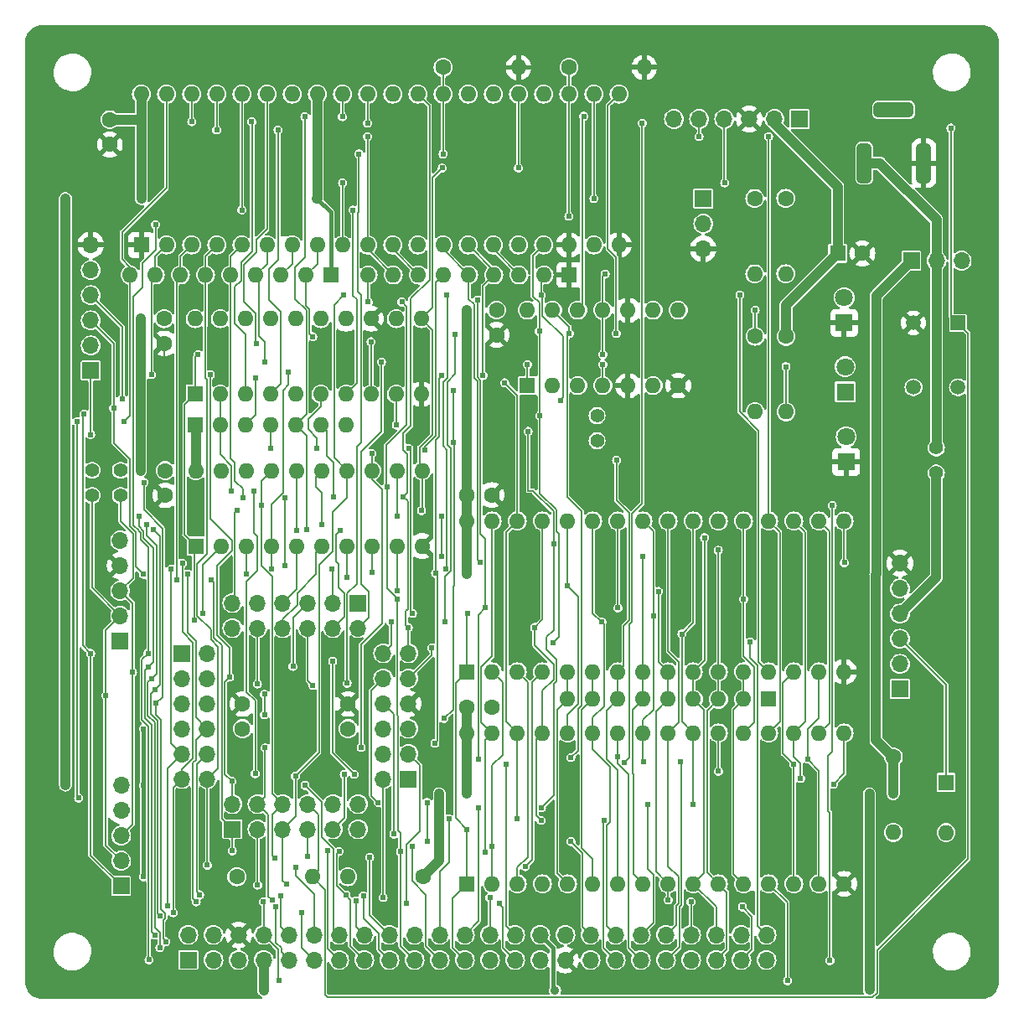
<source format=gbl>
%TF.GenerationSoftware,KiCad,Pcbnew,7.0.7*%
%TF.CreationDate,2024-03-31T17:30:00+09:00*%
%TF.ProjectId,8088_RAM,38303838-5f52-4414-9d2e-6b696361645f,2.1*%
%TF.SameCoordinates,PX4c4c788PY8a48640*%
%TF.FileFunction,Copper,L2,Bot*%
%TF.FilePolarity,Positive*%
%FSLAX46Y46*%
G04 Gerber Fmt 4.6, Leading zero omitted, Abs format (unit mm)*
G04 Created by KiCad (PCBNEW 7.0.7) date 2024-03-31 17:30:00*
%MOMM*%
%LPD*%
G01*
G04 APERTURE LIST*
G04 Aperture macros list*
%AMRoundRect*
0 Rectangle with rounded corners*
0 $1 Rounding radius*
0 $2 $3 $4 $5 $6 $7 $8 $9 X,Y pos of 4 corners*
0 Add a 4 corners polygon primitive as box body*
4,1,4,$2,$3,$4,$5,$6,$7,$8,$9,$2,$3,0*
0 Add four circle primitives for the rounded corners*
1,1,$1+$1,$2,$3*
1,1,$1+$1,$4,$5*
1,1,$1+$1,$6,$7*
1,1,$1+$1,$8,$9*
0 Add four rect primitives between the rounded corners*
20,1,$1+$1,$2,$3,$4,$5,0*
20,1,$1+$1,$4,$5,$6,$7,0*
20,1,$1+$1,$6,$7,$8,$9,0*
20,1,$1+$1,$8,$9,$2,$3,0*%
G04 Aperture macros list end*
%TA.AperFunction,ComponentPad*%
%ADD10C,1.400000*%
%TD*%
%TA.AperFunction,ComponentPad*%
%ADD11R,1.600000X1.600000*%
%TD*%
%TA.AperFunction,ComponentPad*%
%ADD12O,1.600000X1.600000*%
%TD*%
%TA.AperFunction,ComponentPad*%
%ADD13R,1.500000X1.500000*%
%TD*%
%TA.AperFunction,ComponentPad*%
%ADD14C,1.500000*%
%TD*%
%TA.AperFunction,ComponentPad*%
%ADD15R,1.700000X1.700000*%
%TD*%
%TA.AperFunction,ComponentPad*%
%ADD16O,1.700000X1.700000*%
%TD*%
%TA.AperFunction,ComponentPad*%
%ADD17C,1.600000*%
%TD*%
%TA.AperFunction,ComponentPad*%
%ADD18R,1.800000X1.800000*%
%TD*%
%TA.AperFunction,ComponentPad*%
%ADD19C,1.800000*%
%TD*%
%TA.AperFunction,ComponentPad*%
%ADD20RoundRect,0.375000X0.375000X1.625000X-0.375000X1.625000X-0.375000X-1.625000X0.375000X-1.625000X0*%
%TD*%
%TA.AperFunction,ComponentPad*%
%ADD21RoundRect,0.375000X-1.625000X0.375000X-1.625000X-0.375000X1.625000X-0.375000X1.625000X0.375000X0*%
%TD*%
%TA.AperFunction,ViaPad*%
%ADD22C,0.605000*%
%TD*%
%TA.AperFunction,ViaPad*%
%ADD23C,0.900000*%
%TD*%
%TA.AperFunction,Conductor*%
%ADD24C,0.152400*%
%TD*%
%TA.AperFunction,Conductor*%
%ADD25C,1.000000*%
%TD*%
%TA.AperFunction,Conductor*%
%ADD26C,0.400000*%
%TD*%
G04 APERTURE END LIST*
D10*
X58080000Y59230000D03*
X58080000Y56690000D03*
D11*
X12035000Y76470000D03*
D12*
X14575000Y76470000D03*
X17115000Y76470000D03*
X19655000Y76470000D03*
X22195000Y76470000D03*
X24735000Y76470000D03*
X27275000Y76470000D03*
X29815000Y76470000D03*
X32355000Y76470000D03*
X34895000Y76470000D03*
X37435000Y76470000D03*
X39975000Y76470000D03*
X42515000Y76470000D03*
X45055000Y76470000D03*
X47595000Y76470000D03*
X50135000Y76470000D03*
X52675000Y76470000D03*
X55215000Y76470000D03*
X57755000Y76470000D03*
X60295000Y76470000D03*
X60295000Y91710000D03*
X57755000Y91710000D03*
X55215000Y91710000D03*
X52675000Y91710000D03*
X50135000Y91710000D03*
X47595000Y91710000D03*
X45055000Y91710000D03*
X42515000Y91710000D03*
X39975000Y91710000D03*
X37435000Y91710000D03*
X34895000Y91710000D03*
X32355000Y91710000D03*
X29815000Y91710000D03*
X27275000Y91710000D03*
X24735000Y91710000D03*
X22195000Y91710000D03*
X19655000Y91710000D03*
X17115000Y91710000D03*
X14575000Y91710000D03*
X12035000Y91710000D03*
D13*
X94545000Y68590000D03*
D14*
X94545000Y62090000D03*
X90045000Y68590000D03*
X90045000Y62090000D03*
D15*
X9900000Y36455000D03*
D16*
X9900000Y38995000D03*
X9900000Y41535000D03*
X9900000Y44075000D03*
X9900000Y46615000D03*
D17*
X42520000Y94410000D03*
D12*
X50140000Y94410000D03*
D15*
X9990000Y11720000D03*
D16*
X9990000Y14260000D03*
X9990000Y16800000D03*
X9990000Y19340000D03*
X9990000Y21880000D03*
D18*
X83050000Y68610000D03*
D19*
X83050000Y71150000D03*
D10*
X7060000Y53700000D03*
X7060000Y51160000D03*
D15*
X21235000Y17440000D03*
D16*
X21235000Y19980000D03*
X23775000Y17440000D03*
X23775000Y19980000D03*
X26315000Y17440000D03*
X26315000Y19980000D03*
X28855000Y17440000D03*
X28855000Y19980000D03*
X31395000Y17440000D03*
X31395000Y19980000D03*
X33935000Y17440000D03*
X33935000Y19980000D03*
D11*
X55270000Y73445000D03*
D12*
X52730000Y73445000D03*
X50190000Y73445000D03*
X47650000Y73445000D03*
X45110000Y73445000D03*
X42570000Y73445000D03*
X40030000Y73445000D03*
X37490000Y73445000D03*
X34950000Y73445000D03*
D17*
X44940000Y29800000D03*
X47440000Y29800000D03*
D15*
X39015000Y22520000D03*
D16*
X36475000Y22520000D03*
X39015000Y25060000D03*
X36475000Y25060000D03*
X39015000Y27600000D03*
X36475000Y27600000D03*
X39015000Y30140000D03*
X36475000Y30140000D03*
X39015000Y32680000D03*
X36475000Y32680000D03*
X39015000Y35220000D03*
X36475000Y35220000D03*
D11*
X17485000Y58310000D03*
D12*
X20025000Y58310000D03*
X22565000Y58310000D03*
X25105000Y58310000D03*
X27645000Y58310000D03*
X30185000Y58310000D03*
X32725000Y58310000D03*
D17*
X21680000Y12630000D03*
D12*
X29300000Y12630000D03*
D17*
X8850000Y89130000D03*
X8850000Y86630000D03*
D15*
X78545000Y89195000D03*
D16*
X76005000Y89195000D03*
X73465000Y89195000D03*
X70925000Y89195000D03*
X68385000Y89195000D03*
X65845000Y89195000D03*
D17*
X55240000Y94420000D03*
D12*
X62860000Y94420000D03*
D11*
X17550000Y46060000D03*
D12*
X20090000Y46060000D03*
X22630000Y46060000D03*
X25170000Y46060000D03*
X27710000Y46060000D03*
X30250000Y46060000D03*
X32790000Y46060000D03*
X35330000Y46060000D03*
X37870000Y46060000D03*
X40410000Y46060000D03*
X40410000Y53680000D03*
X37870000Y53680000D03*
X35330000Y53680000D03*
X32790000Y53680000D03*
X30250000Y53680000D03*
X27710000Y53680000D03*
X25170000Y53680000D03*
X22630000Y53680000D03*
X20090000Y53680000D03*
X17550000Y53680000D03*
D15*
X88680000Y31610000D03*
D16*
X88680000Y34150000D03*
X88680000Y36690000D03*
X88680000Y39230000D03*
X88680000Y41770000D03*
X88680000Y44310000D03*
D11*
X75430000Y30570000D03*
D12*
X72890000Y30570000D03*
X70350000Y30570000D03*
X67810000Y30570000D03*
X65270000Y30570000D03*
X62730000Y30570000D03*
X60190000Y30570000D03*
X57650000Y30570000D03*
X55110000Y30570000D03*
D17*
X47920000Y69895000D03*
X47920000Y67395000D03*
X40510000Y12630000D03*
D12*
X32890000Y12630000D03*
D17*
X77145000Y81190000D03*
D12*
X77145000Y73570000D03*
D15*
X33935000Y40300000D03*
D16*
X33935000Y37760000D03*
X31395000Y40300000D03*
X31395000Y37760000D03*
X28855000Y40300000D03*
X28855000Y37760000D03*
X26315000Y40300000D03*
X26315000Y37760000D03*
X23775000Y40300000D03*
X23775000Y37760000D03*
X21235000Y40300000D03*
X21235000Y37760000D03*
D20*
X91085000Y84730000D03*
X85085000Y84730000D03*
D21*
X88035000Y90130000D03*
D15*
X68810000Y81160000D03*
D16*
X68810000Y78620000D03*
X68810000Y76080000D03*
D11*
X44945000Y11920000D03*
D12*
X47485000Y11920000D03*
X50025000Y11920000D03*
X52565000Y11920000D03*
X55105000Y11920000D03*
X57645000Y11920000D03*
X60185000Y11920000D03*
X62725000Y11920000D03*
X65265000Y11920000D03*
X67805000Y11920000D03*
X70345000Y11920000D03*
X72885000Y11920000D03*
X75425000Y11920000D03*
X77965000Y11920000D03*
X80505000Y11920000D03*
X83045000Y11920000D03*
X83045000Y27160000D03*
X80505000Y27160000D03*
X77965000Y27160000D03*
X75425000Y27160000D03*
X72885000Y27160000D03*
X70345000Y27160000D03*
X67805000Y27160000D03*
X65265000Y27160000D03*
X62725000Y27160000D03*
X60185000Y27160000D03*
X57645000Y27160000D03*
X55105000Y27160000D03*
X52565000Y27160000D03*
X50025000Y27160000D03*
X47485000Y27160000D03*
X44945000Y27160000D03*
D17*
X14335000Y69020000D03*
X14335000Y66520000D03*
D15*
X6920000Y63780000D03*
D16*
X6920000Y66320000D03*
X6920000Y68860000D03*
X6920000Y71400000D03*
X6920000Y73940000D03*
X6920000Y76480000D03*
D11*
X51045000Y62270000D03*
D12*
X53585000Y62270000D03*
X56125000Y62270000D03*
X58665000Y62270000D03*
X61205000Y62270000D03*
X63745000Y62270000D03*
X66285000Y62270000D03*
X66285000Y69890000D03*
X63745000Y69890000D03*
X61205000Y69890000D03*
X58665000Y69890000D03*
X56125000Y69890000D03*
X53585000Y69890000D03*
X51045000Y69890000D03*
D18*
X83250000Y54560000D03*
D19*
X83250000Y57100000D03*
D17*
X77170000Y67230000D03*
D12*
X77170000Y59610000D03*
D10*
X92360000Y55970000D03*
X92360000Y53430000D03*
D17*
X32919000Y27600000D03*
X32919000Y30100000D03*
X88020000Y24730000D03*
D12*
X88020000Y17110000D03*
D17*
X44940000Y51210000D03*
X47440000Y51210000D03*
X74020000Y81165000D03*
D12*
X74020000Y73545000D03*
D11*
X44945000Y33345000D03*
D12*
X47485000Y33345000D03*
X50025000Y33345000D03*
X52565000Y33345000D03*
X55105000Y33345000D03*
X57645000Y33345000D03*
X60185000Y33345000D03*
X62725000Y33345000D03*
X65265000Y33345000D03*
X67805000Y33345000D03*
X70345000Y33345000D03*
X72885000Y33345000D03*
X75425000Y33345000D03*
X77965000Y33345000D03*
X80505000Y33345000D03*
X83045000Y33345000D03*
X83045000Y48585000D03*
X80505000Y48585000D03*
X77965000Y48585000D03*
X75425000Y48585000D03*
X72885000Y48585000D03*
X70345000Y48585000D03*
X67805000Y48585000D03*
X65265000Y48585000D03*
X62725000Y48585000D03*
X60185000Y48585000D03*
X57645000Y48585000D03*
X55105000Y48585000D03*
X52565000Y48585000D03*
X50025000Y48585000D03*
X47485000Y48585000D03*
X44945000Y48585000D03*
D18*
X83150000Y61635000D03*
D19*
X83150000Y64175000D03*
D17*
X74045000Y67240000D03*
D12*
X74045000Y59620000D03*
D17*
X14450000Y53680000D03*
X14450000Y51180000D03*
D11*
X82389888Y75620000D03*
D17*
X84889888Y75620000D03*
D11*
X93345000Y22185000D03*
D12*
X93345000Y17105000D03*
D15*
X16155000Y35220000D03*
D16*
X18695000Y35220000D03*
X16155000Y32680000D03*
X18695000Y32680000D03*
X16155000Y30140000D03*
X18695000Y30140000D03*
X16155000Y27600000D03*
X18695000Y27600000D03*
X16155000Y25060000D03*
X18695000Y25060000D03*
X16155000Y22520000D03*
X18695000Y22520000D03*
D11*
X17475000Y61410000D03*
D12*
X20015000Y61410000D03*
X22555000Y61410000D03*
X25095000Y61410000D03*
X27635000Y61410000D03*
X30175000Y61410000D03*
X32715000Y61410000D03*
X35255000Y61410000D03*
X37795000Y61410000D03*
X40335000Y61410000D03*
X40335000Y69030000D03*
X37795000Y69030000D03*
X35255000Y69030000D03*
X32715000Y69030000D03*
X30175000Y69030000D03*
X27635000Y69030000D03*
X25095000Y69030000D03*
X22555000Y69030000D03*
X20015000Y69030000D03*
X17475000Y69030000D03*
D10*
X9920000Y53700000D03*
X9920000Y51160000D03*
D15*
X89835000Y74890000D03*
D16*
X92375000Y74890000D03*
X94915000Y74890000D03*
D11*
X31220000Y73445000D03*
D12*
X28680000Y73445000D03*
X26140000Y73445000D03*
X23600000Y73445000D03*
X21060000Y73445000D03*
X18520000Y73445000D03*
X15980000Y73445000D03*
X13440000Y73445000D03*
X10900000Y73445000D03*
D17*
X22251000Y27600000D03*
X22251000Y30100000D03*
D15*
X16780000Y4230000D03*
D16*
X16780000Y6770000D03*
X19320000Y4230000D03*
X19320000Y6770000D03*
X21860000Y4230000D03*
X21860000Y6770000D03*
X24400000Y4230000D03*
X24400000Y6770000D03*
X26940000Y4230000D03*
X26940000Y6770000D03*
X29480000Y4230000D03*
X29480000Y6770000D03*
X32020000Y4230000D03*
X32020000Y6770000D03*
X34560000Y4230000D03*
X34560000Y6770000D03*
X37100000Y4230000D03*
X37100000Y6770000D03*
X39640000Y4230000D03*
X39640000Y6770000D03*
X42180000Y4230000D03*
X42180000Y6770000D03*
X44720000Y4230000D03*
X44720000Y6770000D03*
X47260000Y4230000D03*
X47260000Y6770000D03*
X49800000Y4230000D03*
X49800000Y6770000D03*
X52340000Y4230000D03*
X52340000Y6770000D03*
X54880000Y4230000D03*
X54880000Y6770000D03*
X57420000Y4230000D03*
X57420000Y6770000D03*
X59960000Y4230000D03*
X59960000Y6770000D03*
X62500000Y4230000D03*
X62500000Y6770000D03*
X65040000Y4230000D03*
X65040000Y6770000D03*
X67580000Y4230000D03*
X67580000Y6770000D03*
X70120000Y4230000D03*
X70120000Y6770000D03*
X72660000Y4230000D03*
X72660000Y6770000D03*
X75200000Y4230000D03*
X75200000Y6770000D03*
D22*
X6910000Y35210000D03*
X6260000Y59370000D03*
X52300000Y59230000D03*
D23*
X88020000Y21020000D03*
X4370000Y73940000D03*
X85610000Y21020000D03*
X4370000Y81150000D03*
X4370000Y21910000D03*
X4370000Y46610000D03*
X86290000Y43220002D03*
X4370000Y53690000D03*
D22*
X12244100Y27600000D03*
D23*
X86250004Y30529996D03*
X42140000Y21020000D03*
X11950004Y69019998D03*
D22*
X12244600Y21880000D03*
D23*
X12030000Y81160000D03*
D22*
X12240000Y12630000D03*
D23*
X44950000Y43220002D03*
X53839962Y1160000D03*
X29800000Y81160000D03*
X11950000Y53680000D03*
X44940000Y69900000D03*
D22*
X85609999Y1210001D03*
D23*
X44940000Y21020000D03*
D22*
X57760000Y81160000D03*
D23*
X24410000Y1160000D03*
D22*
X30720000Y28600000D03*
X96170000Y84190000D03*
X2480000Y34400000D03*
X27120000Y32010000D03*
X66650000Y41680000D03*
X14880000Y45350000D03*
X5010000Y85630000D03*
X40470000Y48410000D03*
X71000000Y55230000D03*
X41200000Y33110000D03*
X84580000Y92110000D03*
X4290000Y15840000D03*
X91450000Y27710000D03*
X40420000Y59100000D03*
X80260000Y38970000D03*
X88950000Y57160000D03*
X88400000Y49490000D03*
X26310000Y35240000D03*
X95470000Y10370000D03*
X66620000Y39120000D03*
X75550000Y45940000D03*
X40510000Y66410000D03*
X72180000Y92040000D03*
X89640000Y12210000D03*
X83140000Y18490000D03*
X18430000Y95620000D03*
X76060000Y18600000D03*
X83130000Y38910000D03*
X70550000Y18540000D03*
X13720000Y58100000D03*
X2530000Y60450000D03*
X83490000Y8210000D03*
X22380000Y23110000D03*
X10390000Y6060000D03*
X55290000Y14280000D03*
X93510000Y39640000D03*
X33560000Y34890000D03*
X53510000Y84830000D03*
X32580000Y63540000D03*
X55390000Y19400000D03*
X17910000Y51200000D03*
X41270000Y30160000D03*
X79360000Y18700000D03*
X52570000Y14230000D03*
X30280000Y63700000D03*
X46480000Y85790000D03*
X31380000Y35540000D03*
X55010000Y9450000D03*
X18510000Y84190000D03*
X40430000Y44100000D03*
X78460000Y7130000D03*
X37370000Y66410000D03*
X20060000Y64280000D03*
X50650000Y39250000D03*
X14340000Y61650000D03*
X37690000Y63800000D03*
X59850000Y38200000D03*
X27490000Y30080000D03*
X19900000Y66520000D03*
X66690000Y85070000D03*
X41110000Y51460000D03*
X40350000Y63640000D03*
X64460000Y75180000D03*
X50820000Y46330000D03*
X70840000Y67100000D03*
X75550000Y39090000D03*
X96910000Y46480000D03*
X42730000Y26760000D03*
X78060000Y53490000D03*
X37550000Y16960000D03*
X12700000Y35220000D03*
X12810000Y4240000D03*
X13470000Y78540000D03*
X62725000Y45030004D03*
X13389998Y6770000D03*
X42340000Y45030000D03*
X37870000Y49050000D03*
X12741100Y33801337D03*
X42340000Y49050000D03*
X11770000Y49040000D03*
X30240000Y48250000D03*
X13920000Y5470000D03*
X13070000Y32670000D03*
X12550000Y48250000D03*
X60050000Y54710000D03*
X13420000Y31560000D03*
X13232774Y47671102D03*
X13940000Y8690000D03*
X27700000Y47670000D03*
X14510000Y6080000D03*
X12290000Y52490000D03*
X24470000Y29010000D03*
X24470000Y31080000D03*
X13540000Y30150000D03*
X72510000Y71409994D03*
X12230000Y43203600D03*
X52410000Y71410000D03*
X17580000Y10110000D03*
X54370000Y60780000D03*
X25990000Y2130000D03*
X16730000Y43203600D03*
X77320000Y2130000D03*
X24370000Y10110000D03*
X9230000Y60000002D03*
X22626812Y43205451D03*
X77960000Y23979998D03*
X14670000Y9700000D03*
X15068900Y43750000D03*
X26890000Y63660000D03*
X42860000Y71440000D03*
X25180000Y43750000D03*
X42768900Y43750000D03*
X25598900Y9580000D03*
X42400000Y63280000D03*
X17920000Y10830000D03*
X26130000Y10700000D03*
X41700000Y26133944D03*
X41770000Y43320000D03*
X32808388Y42893900D03*
X79360000Y24510000D03*
X46560812Y63303279D03*
X16180000Y44320000D03*
X83060000Y44370000D03*
X35330000Y43420000D03*
X46286670Y44370000D03*
X28220000Y9010000D03*
X15260000Y9010000D03*
X81981541Y22001541D03*
X50826400Y13658600D03*
X18700000Y13820000D03*
X27650000Y13570000D03*
X93840000Y88290000D03*
X70970000Y82750000D03*
X38360000Y70720000D03*
X28830000Y14721100D03*
X38220000Y15160000D03*
X34961100Y70720000D03*
X32360000Y82730000D03*
X72880000Y40690000D03*
X37920000Y40690000D03*
X36860000Y52040000D03*
X68380000Y87420000D03*
X34895000Y87430000D03*
X25500000Y14520000D03*
X35100000Y14600000D03*
X24130000Y50160000D03*
X75400000Y87420000D03*
X37800000Y58290000D03*
X53680000Y46300000D03*
X52460000Y19600000D03*
X51111730Y57641730D03*
X46100000Y19600000D03*
X25230000Y10260000D03*
X24540000Y25660000D03*
X34250000Y25700000D03*
X40690000Y55730000D03*
X35330000Y55400000D03*
X33719703Y10168456D03*
X34470000Y10690000D03*
X78640000Y22570000D03*
X27600000Y22821100D03*
X32490000Y71400000D03*
X26710000Y11870000D03*
X41380000Y35740000D03*
X58660000Y65420000D03*
X31370000Y34430000D03*
X17380000Y38560000D03*
X33540000Y22990000D03*
X36470000Y10540000D03*
X17770000Y65420000D03*
X47260000Y10540000D03*
X58890000Y73540000D03*
X29780000Y55957846D03*
X44960000Y39250000D03*
X44940000Y17440000D03*
X25105000Y55950000D03*
X39433370Y39250000D03*
X39060000Y55930000D03*
X37860000Y41530000D03*
X65260000Y10310000D03*
X72770000Y9590000D03*
X64290000Y41480000D03*
X68950000Y46900000D03*
X70320000Y45640000D03*
X29350000Y31990000D03*
X67580000Y10121100D03*
X18220000Y39250000D03*
X52239999Y67749999D03*
X73560000Y36370000D03*
X53610000Y36290000D03*
X50130000Y84250000D03*
X21701095Y49628905D03*
X81600000Y4160000D03*
X40338900Y49628900D03*
X81850000Y50149998D03*
X42440000Y84250000D03*
X23770000Y32120000D03*
X8430000Y30980000D03*
X27360000Y33898900D03*
X11140000Y33280000D03*
X28770000Y47679998D03*
X32350000Y89440000D03*
X32110000Y47670000D03*
X28560000Y89440000D03*
X38520000Y51030000D03*
X51770000Y37820000D03*
X31420000Y51030000D03*
X58810000Y18330000D03*
X39010000Y37820000D03*
X52440000Y18330000D03*
X40900000Y16240000D03*
X32830000Y32180000D03*
X42520000Y85680000D03*
X55440000Y16200000D03*
X34020000Y85680000D03*
X35950000Y20150000D03*
X40900000Y20150000D03*
X48740000Y62560000D03*
X43130000Y18510000D03*
X50010000Y18510000D03*
X23580000Y63070000D03*
X70340000Y23290000D03*
X10110000Y60950000D03*
X47480000Y15690000D03*
X23540000Y23060000D03*
X39381095Y15690005D03*
X21159998Y51640000D03*
X23410000Y51610000D03*
X32540000Y22970000D03*
X23630000Y66530000D03*
X35255000Y66694998D03*
X33419998Y80010000D03*
X22190000Y80010000D03*
X19650000Y88100000D03*
X25849999Y88099999D03*
X23190000Y88940000D03*
X17130000Y88930000D03*
X6920000Y57320000D03*
X58660000Y64410000D03*
X51040000Y64400000D03*
X43520000Y56490000D03*
X42610000Y28630000D03*
X43523001Y61801533D03*
X48889980Y24036996D03*
X60870000Y24190000D03*
X62650000Y88780000D03*
X34890000Y88780000D03*
X60010000Y67530000D03*
X55280000Y67530000D03*
X55430000Y24680000D03*
X48250000Y9910000D03*
X38790000Y9910000D03*
X28570002Y21860000D03*
X21170000Y22290000D03*
X20950003Y32819997D03*
X19010000Y63370000D03*
X13040000Y63370000D03*
X63170000Y19960000D03*
X36300000Y64650000D03*
X66650002Y37170000D03*
X67800000Y19970000D03*
X24490000Y64650000D03*
X22290000Y50890000D03*
X63758600Y38980000D03*
X26580000Y50890000D03*
X66500000Y24260000D03*
X62740000Y24260000D03*
X31320000Y43720000D03*
X26580000Y44100000D03*
X60180000Y39800000D03*
X45980000Y70900000D03*
X46090000Y24520000D03*
X46780000Y39800000D03*
X60185000Y24800000D03*
X37270000Y38360000D03*
X58570000Y38360000D03*
X29350000Y67210000D03*
X42700000Y38360000D03*
X43770000Y67470000D03*
X30890000Y15252200D03*
X15600000Y42640000D03*
X55090000Y42040000D03*
X21230000Y15250000D03*
X19060000Y42640000D03*
X10290000Y58630000D03*
X23780000Y11800000D03*
X5690000Y20600000D03*
X32720000Y10770000D03*
X32010000Y15210000D03*
X46810000Y15090000D03*
X5560000Y58630000D03*
X77170000Y64180000D03*
X56730000Y89490000D03*
X74050000Y69890000D03*
X55220000Y79370000D03*
D24*
X6910000Y35210000D02*
X6910000Y14800000D01*
X6910000Y14800000D02*
X9990000Y11720000D01*
X6131400Y35988600D02*
X6910000Y35210000D01*
X6131400Y59241400D02*
X6131400Y35988600D01*
X6260000Y59370000D02*
X6131400Y59241400D01*
X52300000Y59230000D02*
X52300000Y67689998D01*
X52300000Y51390000D02*
X52300000Y59230000D01*
X53984800Y47545200D02*
X53984800Y49705200D01*
X53984800Y49705200D02*
X52300000Y51390000D01*
X54211100Y47318900D02*
X53984800Y47545200D01*
X54211100Y36891100D02*
X54211100Y47318900D01*
X53610000Y36290000D02*
X54211100Y36891100D01*
D25*
X86250004Y30529996D02*
X86250004Y43180006D01*
X89835000Y74890000D02*
X86290000Y71345000D01*
X17550000Y53680000D02*
X17550000Y58245000D01*
X44940000Y51210000D02*
X44910000Y51240000D01*
X4370000Y81150000D02*
X4370000Y73940000D01*
X44940000Y51210000D02*
X44940000Y59322429D01*
D26*
X12250000Y27594100D02*
X12244100Y27600000D01*
D24*
X44940000Y48590000D02*
X44945000Y48585000D01*
X57755000Y91710000D02*
X57755000Y81165000D01*
D25*
X4370000Y46610000D02*
X4370000Y21910000D01*
X44945000Y27160000D02*
X44945000Y21025000D01*
D26*
X12250000Y21874600D02*
X12250000Y12640000D01*
D25*
X76005000Y88755000D02*
X76005000Y89195000D01*
X88020000Y24730000D02*
X88020000Y21020000D01*
X85610000Y21020000D02*
X85610000Y1210002D01*
X82389888Y75620000D02*
X77170000Y70400112D01*
X44940000Y69900000D02*
X44940000Y59322435D01*
X4370000Y73940000D02*
X4370000Y67990000D01*
X24410000Y4220000D02*
X24400000Y4230000D01*
D26*
X31180000Y73485000D02*
X31180000Y79780000D01*
D25*
X4370000Y46610000D02*
X4370000Y53690000D01*
X12035000Y89130000D02*
X12035000Y81165000D01*
X29815000Y81175000D02*
X29815000Y91710000D01*
D26*
X53610000Y5500000D02*
X53610000Y1389962D01*
D25*
X77170000Y70400112D02*
X77170000Y67230000D01*
X86250004Y26429996D02*
X87950000Y24730000D01*
X40510000Y12630000D02*
X42140000Y14260000D01*
X11950000Y69019994D02*
X11950000Y53680000D01*
X44940000Y29800000D02*
X44940000Y27165000D01*
X82389888Y82370112D02*
X76005000Y88755000D01*
X4370000Y53690000D02*
X4370000Y67990000D01*
X86250004Y30529996D02*
X86250004Y26429996D01*
X44945000Y48585000D02*
X44945000Y43225002D01*
D26*
X31180000Y79780000D02*
X29800000Y81160000D01*
D25*
X24410000Y1160000D02*
X24410000Y4220000D01*
X86250004Y43180006D02*
X86290000Y43220002D01*
D26*
X52340000Y6770000D02*
X53610000Y5500000D01*
D25*
X12035000Y91710000D02*
X12035000Y89130000D01*
X82389888Y75620000D02*
X82389888Y82370112D01*
X44940000Y59322429D02*
X44939997Y59322432D01*
X85610000Y1210002D02*
X85609999Y1210001D01*
X42140000Y14260000D02*
X42140000Y21020000D01*
X86290000Y43220002D02*
X86290000Y71345000D01*
D26*
X53610000Y1389962D02*
X53839962Y1160000D01*
D25*
X8850000Y89130000D02*
X12035000Y89130000D01*
D24*
X44940000Y27165000D02*
X44945000Y27160000D01*
D25*
X44940000Y51210000D02*
X44940000Y48590000D01*
X29800000Y81160000D02*
X29815000Y81175000D01*
D26*
X12250000Y21885400D02*
X12250000Y27594100D01*
D24*
X14335000Y66520000D02*
X14335000Y61655000D01*
X93345000Y32025000D02*
X88680000Y36690000D01*
X93345000Y22185000D02*
X93345000Y32025000D01*
X37553600Y29061400D02*
X37553600Y16963600D01*
X36475000Y30140000D02*
X37553600Y29061400D01*
X37553600Y16963600D02*
X37550000Y16960000D01*
X93340000Y17110000D02*
X93345000Y17105000D01*
X12700000Y35220000D02*
X12084500Y34604500D01*
X12084500Y34604500D02*
X12084500Y28514448D01*
X12700000Y35220000D02*
X12761100Y35281100D01*
X12084500Y28514448D02*
X12775200Y27823748D01*
X11940400Y47411704D02*
X11769600Y47582504D01*
X12140000Y72170000D02*
X12140000Y74640000D01*
X13470000Y75970000D02*
X13470000Y78540000D01*
X11940400Y46738548D02*
X11940400Y47411704D01*
X12775200Y27823748D02*
X12775200Y4274800D01*
X11204800Y48157304D02*
X11204800Y71234800D01*
X12761100Y35281100D02*
X12761100Y45917848D01*
X11769600Y47592504D02*
X11204800Y48157304D01*
X12140000Y74640000D02*
X13470000Y75970000D01*
X11769600Y47582504D02*
X11769600Y47592504D01*
X11204800Y71234800D02*
X12140000Y72170000D01*
X12761100Y45917848D02*
X11940400Y46738548D01*
X12250000Y46968948D02*
X12245200Y46973748D01*
X62730000Y33340000D02*
X62725000Y33345000D01*
X13080000Y27990000D02*
X12389300Y28680700D01*
X61726200Y23013763D02*
X61696400Y23043563D01*
X12245200Y46973748D02*
X12245200Y47547956D01*
X13080000Y7080000D02*
X13080000Y27990000D01*
X13370000Y6790000D02*
X13080000Y7080000D01*
X37870000Y49050000D02*
X37870000Y53680000D01*
X13280000Y34340237D02*
X13280000Y45830000D01*
X62725000Y11920000D02*
X61726200Y12918800D01*
X42340000Y45030000D02*
X42340000Y49050000D01*
X12741100Y33801337D02*
X13280000Y34340237D01*
X61726200Y12918800D02*
X61726200Y23013763D01*
X12389300Y28680700D02*
X12389300Y33449537D01*
X13280000Y45830000D02*
X12250000Y46860000D01*
X11770000Y48023156D02*
X11770000Y49040000D01*
X62725000Y33345000D02*
X62725000Y45030004D01*
X12389300Y33449537D02*
X12741100Y33801337D01*
X61696400Y23043563D02*
X61696400Y29536400D01*
X12245200Y47547956D02*
X11770000Y48023156D01*
X12250000Y46860000D02*
X12250000Y46968948D01*
X62730000Y30570000D02*
X62730000Y33340000D01*
X61696400Y29536400D02*
X62730000Y30570000D01*
X60050000Y54710000D02*
X60050000Y50650000D01*
X60770000Y33930000D02*
X60185000Y33345000D01*
X59060000Y29440000D02*
X59060000Y24510000D01*
X30240000Y51470000D02*
X29687871Y52022129D01*
X13921098Y5471098D02*
X13921098Y6989989D01*
X60050000Y50650000D02*
X61320000Y49380000D01*
X13920000Y5470000D02*
X13921098Y5471098D01*
X60185000Y23385000D02*
X60185000Y11920000D01*
X13921098Y6989989D02*
X13384800Y7526287D01*
X60185000Y30575000D02*
X60190000Y30570000D01*
X61320000Y38550000D02*
X60770000Y38000000D01*
X60185000Y33345000D02*
X60185000Y30575000D01*
X30240000Y48250000D02*
X30240000Y51470000D01*
X29687871Y53117871D02*
X30250000Y53680000D01*
X12694100Y32294100D02*
X13070000Y32670000D01*
X12694100Y28935900D02*
X12694100Y32294100D01*
X13584800Y33184800D02*
X13584800Y46065200D01*
X59060000Y24510000D02*
X60185000Y23385000D01*
X29687871Y52022129D02*
X29687871Y53117871D01*
X13384800Y7526287D02*
X13384800Y28245200D01*
X60770000Y38000000D02*
X60770000Y33930000D01*
X13584800Y46065200D02*
X12550000Y47100000D01*
X60190000Y30570000D02*
X59060000Y29440000D01*
X61320000Y49380000D02*
X61320000Y38550000D01*
X13070000Y32670000D02*
X13584800Y33184800D01*
X12550000Y47100000D02*
X12550000Y48250000D01*
X13384800Y28245200D02*
X12694100Y28935900D01*
X13695200Y28404800D02*
X12998900Y29101100D01*
X13940000Y8690000D02*
X13695200Y8934800D01*
X13889600Y32029600D02*
X13889600Y47014276D01*
X13695200Y8934800D02*
X13695200Y28404800D01*
X12998900Y31138900D02*
X13420000Y31560000D01*
X12998900Y29101100D02*
X12998900Y31138900D01*
X57645000Y14426052D02*
X57645000Y11920000D01*
X57645000Y30575000D02*
X57650000Y30570000D01*
X27710000Y47680000D02*
X27710000Y53680000D01*
X56550000Y29470000D02*
X56550000Y15521052D01*
X56550000Y15521052D02*
X57645000Y14426052D01*
X13420000Y31560000D02*
X13889600Y32029600D01*
X57650000Y30570000D02*
X56550000Y29470000D01*
X57645000Y33345000D02*
X57645000Y30575000D01*
X13889600Y47014276D02*
X13232774Y47671102D01*
X54040000Y29500000D02*
X54040000Y12985000D01*
X55110000Y30570000D02*
X54040000Y29500000D01*
X13540000Y30150000D02*
X14194400Y30804400D01*
X14471100Y8909989D02*
X14000000Y9381089D01*
X55110000Y30570000D02*
X55110000Y33340000D01*
X13540000Y28991052D02*
X13540000Y30150000D01*
X14471100Y8470011D02*
X14471100Y8909989D01*
X14194400Y30804400D02*
X14194400Y47825600D01*
X55110000Y33340000D02*
X55105000Y33345000D01*
X14000000Y9381089D02*
X14000000Y28531052D01*
X14510000Y6080000D02*
X14230000Y6360000D01*
X12290000Y52490000D02*
X12290000Y49730000D01*
X54040000Y12985000D02*
X55105000Y11920000D01*
X12290000Y49730000D02*
X14194400Y47825600D01*
X14000000Y28531052D02*
X13540000Y28991052D01*
X14230000Y6360000D02*
X14230000Y8228911D01*
X14230000Y8228911D02*
X14471100Y8470011D01*
X24470000Y29010000D02*
X24470000Y31080000D01*
X77320000Y2130000D02*
X77320000Y10025000D01*
X11484800Y43948800D02*
X11484800Y47446252D01*
X17564800Y26469800D02*
X17564800Y24463748D01*
X10848600Y48082452D02*
X10848600Y54851400D01*
X18695000Y27600000D02*
X17564800Y26469800D01*
X52410000Y73125000D02*
X52730000Y73445000D01*
X24400000Y6770000D02*
X25861400Y5308600D01*
X22630000Y43208639D02*
X22626812Y43205451D01*
X52410000Y71410000D02*
X52410000Y73125000D01*
X17580000Y28715000D02*
X17580000Y36440000D01*
X17250000Y10440000D02*
X17580000Y10110000D01*
X54370000Y60780000D02*
X54650000Y61060000D01*
X10848600Y54851400D02*
X9230000Y56470000D01*
X24400000Y10080000D02*
X24400000Y6770000D01*
X52556400Y71263600D02*
X52410000Y71410000D01*
X12230000Y43203600D02*
X11484800Y43948800D01*
X75425000Y33345000D02*
X74396400Y34373600D01*
X74396400Y34373600D02*
X74396400Y57733600D01*
X17250000Y24148948D02*
X17250000Y10440000D01*
X17580000Y36440000D02*
X16730000Y37290000D01*
X22630000Y46060000D02*
X22630000Y43208639D01*
X16730000Y37290000D02*
X16730000Y43203600D01*
X24370000Y10110000D02*
X24400000Y10080000D01*
X11484800Y47446252D02*
X10848600Y48082452D01*
X74396400Y57733600D02*
X72510000Y59620000D01*
X25861400Y5308600D02*
X25861400Y2258600D01*
X54650000Y61060000D02*
X54650000Y67230000D01*
X9230000Y66550000D02*
X9230000Y60000002D01*
X25861400Y2258600D02*
X25990000Y2130000D01*
X6920000Y68860000D02*
X9230000Y66550000D01*
X77320000Y10025000D02*
X75425000Y11920000D01*
X17564800Y24463748D02*
X17250000Y24148948D01*
X18695000Y27600000D02*
X17580000Y28715000D01*
X9230000Y56470000D02*
X9230000Y60000002D01*
X52556400Y69323600D02*
X52556400Y71263600D01*
X72510000Y59620000D02*
X72510000Y71409994D01*
X54650000Y67230000D02*
X52556400Y69323600D01*
X16155000Y25060000D02*
X14670000Y23575000D01*
X42895200Y43876300D02*
X42768900Y43750000D01*
X47595000Y76040000D02*
X47595000Y76470000D01*
X76854800Y25085198D02*
X77960000Y23979998D01*
X42895200Y55783748D02*
X42895200Y43876300D01*
X16155000Y25060000D02*
X15068900Y26146100D01*
X15068900Y26146100D02*
X15068900Y43750000D01*
X25170000Y50250000D02*
X25170000Y46060000D01*
X14670000Y23575000D02*
X14670000Y9700000D01*
X26166200Y5434852D02*
X25598900Y6002152D01*
X42860000Y71440000D02*
X42931100Y71368900D01*
X76854800Y32234800D02*
X76854800Y25085198D01*
X26890000Y63660000D02*
X26890000Y62340000D01*
X25170000Y43760000D02*
X25170000Y46060000D01*
X42535200Y62646252D02*
X42535200Y56143748D01*
X77965000Y11920000D02*
X77965000Y23974998D01*
X26340000Y61790000D02*
X26340000Y51420000D01*
X77965000Y33345000D02*
X76854800Y32234800D01*
X42535200Y56143748D02*
X42895200Y55783748D01*
X26940000Y4230000D02*
X26166200Y5003800D01*
X26340000Y51420000D02*
X25170000Y50250000D01*
X26890000Y62340000D02*
X26340000Y61790000D01*
X42931100Y63042152D02*
X42535200Y62646252D01*
X42931100Y71368900D02*
X42931100Y63042152D01*
X25180000Y43750000D02*
X25170000Y43760000D01*
X26166200Y5003800D02*
X26166200Y5434852D01*
X50190000Y73445000D02*
X47595000Y76040000D01*
X25598900Y6002152D02*
X25598900Y9580000D01*
X79360000Y24510000D02*
X80505000Y23365000D01*
X32790000Y46060000D02*
X32790000Y42912288D01*
X47650000Y73445000D02*
X46560812Y72355812D01*
X79394800Y24544800D02*
X79394800Y27564800D01*
X41911100Y43178900D02*
X41770000Y43320000D01*
X79394800Y27564800D02*
X80505000Y28675000D01*
X32790000Y42912288D02*
X32808388Y42893900D01*
X41770000Y56767896D02*
X41770000Y43320000D01*
X42109600Y62989600D02*
X42109600Y57107496D01*
X80505000Y23365000D02*
X80505000Y11920000D01*
X42109600Y57107496D02*
X41770000Y56767896D01*
X26130000Y7580000D02*
X26940000Y6770000D01*
X45055000Y76470000D02*
X47650000Y73875000D01*
X41911100Y26345044D02*
X41911100Y43178900D01*
X17616400Y23981400D02*
X17616400Y11133600D01*
X46560812Y72355812D02*
X46560812Y63303279D01*
X80505000Y28675000D02*
X80505000Y33345000D01*
X17616400Y11133600D02*
X17920000Y10830000D01*
X47650000Y73875000D02*
X47650000Y73445000D01*
X41700000Y26133944D02*
X41911100Y26345044D01*
X18695000Y25060000D02*
X17616400Y23981400D01*
X26130000Y10700000D02*
X26130000Y7580000D01*
X79360000Y24510000D02*
X79394800Y24544800D01*
X42400000Y63280000D02*
X42109600Y62989600D01*
X45973600Y62708350D02*
X45973600Y44683070D01*
X42515000Y76040000D02*
X42515000Y76470000D01*
X83045000Y27160000D02*
X83045000Y23065000D01*
X15260000Y21625000D02*
X15260000Y9010000D01*
X16180000Y37390000D02*
X16180000Y44320000D01*
X28220000Y9010000D02*
X28220000Y5490000D01*
X45110000Y73445000D02*
X42515000Y76040000D01*
X17260000Y24590000D02*
X17260000Y36310000D01*
X83045000Y23065000D02*
X81981541Y22001541D01*
X45110000Y73445000D02*
X45110000Y71008911D01*
X35330000Y46060000D02*
X35330000Y43420000D01*
X16155000Y23485000D02*
X17260000Y24590000D01*
X83060000Y44370000D02*
X83045000Y44385000D01*
X16155000Y22520000D02*
X15260000Y21625000D01*
X16155000Y22520000D02*
X16155000Y23485000D01*
X45973600Y44683070D02*
X46286670Y44370000D01*
X45672129Y70446782D02*
X45672129Y63009821D01*
X45672129Y63009821D02*
X45973600Y62708350D01*
X28220000Y5490000D02*
X29480000Y4230000D01*
X17260000Y36310000D02*
X16180000Y37390000D01*
X83045000Y44385000D02*
X83045000Y48585000D01*
X45110000Y71008911D02*
X45672129Y70446782D01*
X18520000Y75335000D02*
X19655000Y76470000D01*
X51536400Y14368600D02*
X51536400Y32316400D01*
X18640000Y62900000D02*
X18478900Y63061100D01*
X19800000Y35860000D02*
X19050000Y36610000D01*
X51536400Y32316400D02*
X52565000Y33345000D01*
X27650000Y12740000D02*
X29480000Y10910000D01*
X18695000Y22520000D02*
X19800000Y23625000D01*
X18520000Y68400000D02*
X18520000Y73445000D01*
X18695000Y22520000D02*
X18695000Y13825000D01*
X18520000Y73445000D02*
X18520000Y75335000D01*
X19050000Y37641089D02*
X17688900Y39002189D01*
X27650000Y13570000D02*
X27650000Y12740000D01*
X18478900Y63061100D02*
X18478900Y68358900D01*
X50826400Y13658600D02*
X51536400Y14368600D01*
X19800000Y23625000D02*
X19800000Y35860000D01*
X18695000Y13825000D02*
X18700000Y13820000D01*
X19050000Y36610000D02*
X19050000Y37641089D01*
X29480000Y10910000D02*
X29480000Y6770000D01*
X18478900Y68358900D02*
X18520000Y68400000D01*
X18640000Y45226710D02*
X18640000Y62900000D01*
X17688900Y39002189D02*
X17688900Y44275610D01*
X17688900Y44275610D02*
X18640000Y45226710D01*
D25*
X92375000Y74890000D02*
X92375000Y79025000D01*
X86670000Y84730000D02*
X85085000Y84730000D01*
X92375000Y79025000D02*
X86670000Y84730000D01*
X92375000Y74890000D02*
X92375000Y55985000D01*
D24*
X30585200Y11344800D02*
X30585200Y734800D01*
X30838600Y481400D02*
X85911796Y481400D01*
X28855000Y19980000D02*
X29933600Y18901400D01*
X29300000Y12630000D02*
X30585200Y11344800D01*
X30585200Y734800D02*
X30838600Y481400D01*
X95570000Y14440000D02*
X95570000Y67565000D01*
X94545000Y68590000D02*
X93836400Y69298600D01*
X29933600Y13263600D02*
X29300000Y12630000D01*
X95570000Y67565000D02*
X94545000Y68590000D01*
X86360000Y5230000D02*
X95570000Y14440000D01*
X29933600Y18901400D02*
X29933600Y13263600D01*
X85911796Y481400D02*
X86360000Y929604D01*
X86360000Y929604D02*
X86360000Y5230000D01*
X93836400Y69298600D02*
X93836400Y88286400D01*
X73980000Y28255000D02*
X72885000Y27160000D01*
X36840000Y52020000D02*
X36860000Y52040000D01*
X28855000Y17440000D02*
X28855000Y14746100D01*
X37936400Y40702511D02*
X36840000Y41798911D01*
X72880000Y40690000D02*
X72885000Y40695000D01*
X38220000Y17041089D02*
X37935177Y17325912D01*
X36776400Y56246400D02*
X38850000Y58320000D01*
X36840000Y41798911D02*
X36840000Y52020000D01*
X38220000Y15160000D02*
X38220000Y17041089D01*
X72880000Y40690000D02*
X72880000Y34960000D01*
X34950000Y73445000D02*
X34950000Y70731100D01*
X73980000Y33860000D02*
X73980000Y28255000D01*
X34950000Y70731100D02*
X34961100Y70720000D01*
X70925000Y82795000D02*
X70925000Y89195000D01*
X38850000Y58320000D02*
X38850000Y70230000D01*
X36776400Y52123600D02*
X36776400Y56246400D01*
X38850000Y70230000D02*
X38360000Y70720000D01*
X28855000Y14746100D02*
X28830000Y14721100D01*
X37935177Y17325912D02*
X37920000Y40690000D01*
X38220000Y5650000D02*
X38220000Y15160000D01*
X72880000Y34960000D02*
X73980000Y33860000D01*
X32355000Y82725000D02*
X32360000Y82730000D01*
X39640000Y4230000D02*
X38220000Y5650000D01*
X37920000Y40690000D02*
X37936400Y40702511D01*
X32355000Y76470000D02*
X32355000Y82725000D01*
X70970000Y82750000D02*
X70925000Y82795000D01*
X72885000Y40695000D02*
X72885000Y48585000D01*
X36860000Y52040000D02*
X36776400Y52123600D01*
X68385000Y89195000D02*
X68385000Y87425000D01*
X35100000Y8770000D02*
X37100000Y6770000D01*
X24130000Y50160000D02*
X24141400Y50171400D01*
X26315000Y19980000D02*
X25236400Y21058600D01*
X34895000Y76470000D02*
X34895000Y87430000D01*
X75425000Y87395000D02*
X75425000Y48585000D01*
X76550000Y47460000D02*
X75425000Y48585000D01*
X34895000Y76040000D02*
X34895000Y76470000D01*
X26315000Y19980000D02*
X25236400Y18901400D01*
X25236400Y18901400D02*
X25236400Y14783600D01*
X25236400Y42942511D02*
X24141400Y44037511D01*
X35100000Y14600000D02*
X35100000Y8770000D01*
X25236400Y21058600D02*
X25236400Y42942511D01*
X76550000Y28285000D02*
X76550000Y47460000D01*
X37490000Y73445000D02*
X34895000Y76040000D01*
X75425000Y27160000D02*
X76550000Y28285000D01*
X25236400Y14783600D02*
X25500000Y14520000D01*
X24141400Y52651400D02*
X25170000Y53680000D01*
X24141400Y50148600D02*
X24130000Y50160000D01*
X24141400Y44037511D02*
X24141400Y50148600D01*
X24141400Y50171400D02*
X24141400Y52651400D01*
X52460000Y19600000D02*
X53726252Y20866252D01*
X53726252Y20866252D02*
X53726252Y32145200D01*
X52970000Y35590000D02*
X52970000Y36850000D01*
X44720000Y6770000D02*
X46100000Y8150000D01*
X53680000Y46300000D02*
X53680000Y49578948D01*
X52970000Y36850000D02*
X53680000Y37560000D01*
X53680000Y37560000D02*
X53680000Y46300000D01*
X51120000Y57633460D02*
X51111730Y57641730D01*
X53994800Y32413748D02*
X53994800Y34565200D01*
X53680000Y49578948D02*
X51613948Y51645000D01*
X51613948Y51645000D02*
X51120000Y51645000D01*
X53726252Y32145200D02*
X53994800Y32413748D01*
X46100000Y8150000D02*
X46100000Y19600000D01*
X51120000Y51645000D02*
X51120000Y57633460D01*
X53994800Y34565200D02*
X52970000Y35590000D01*
X37795000Y61410000D02*
X37795000Y58295000D01*
X24540000Y20745000D02*
X24540000Y25660000D01*
X40690000Y56118948D02*
X41804800Y57233748D01*
X80505000Y27160000D02*
X81533600Y28188600D01*
X35330000Y52818911D02*
X35330000Y53680000D01*
X23775000Y19980000D02*
X24853600Y18901400D01*
X41804800Y72679800D02*
X42570000Y73445000D01*
X23775000Y19980000D02*
X24540000Y20745000D01*
X24853600Y10636400D02*
X25230000Y10260000D01*
X24853600Y18901400D02*
X24853600Y10636400D01*
X34560000Y6770000D02*
X33719703Y7610297D01*
X33719703Y7610297D02*
X33719703Y10168456D01*
X40690000Y55730000D02*
X40690000Y56118948D01*
X34250000Y36080000D02*
X36358600Y38188600D01*
X81533600Y28188600D02*
X81533600Y47556400D01*
X35330000Y53680000D02*
X35330000Y55400000D01*
X41804800Y57233748D02*
X41804800Y72679800D01*
X34250000Y25700000D02*
X34250000Y36080000D01*
X36358600Y38188600D02*
X36358600Y51790311D01*
X36358600Y51790311D02*
X35330000Y52818911D01*
X81533600Y47556400D02*
X80505000Y48585000D01*
X27600000Y18725000D02*
X27600000Y22821100D01*
X34470000Y8450000D02*
X36021400Y6898600D01*
X78640000Y22570000D02*
X78640000Y24120000D01*
X40030000Y73445000D02*
X37435000Y76040000D01*
X77965000Y27160000D02*
X79090000Y28285000D01*
X79090000Y28285000D02*
X79090000Y47460000D01*
X32790000Y53680000D02*
X31510000Y54960000D01*
X79090000Y47460000D02*
X77965000Y48585000D01*
X26315000Y12265000D02*
X26710000Y11870000D01*
X26315000Y17440000D02*
X27600000Y18725000D01*
X31510000Y54960000D02*
X31510000Y70420000D01*
X31510000Y70420000D02*
X32490000Y71400000D01*
X26315000Y17440000D02*
X26315000Y12265000D01*
X78640000Y24120000D02*
X77965000Y24795000D01*
X29980000Y25201100D02*
X27600000Y22821100D01*
X32790000Y50920000D02*
X31330000Y49460000D01*
X31330000Y49460000D02*
X31330000Y45530000D01*
X31330000Y45530000D02*
X29980000Y44180000D01*
X36021400Y6898600D02*
X36021400Y5308600D01*
X32790000Y53680000D02*
X32790000Y50920000D01*
X37435000Y76040000D02*
X37435000Y76470000D01*
X29980000Y44180000D02*
X29980000Y25201100D01*
X77965000Y24795000D02*
X77965000Y27160000D01*
X34470000Y10690000D02*
X34470000Y8450000D01*
X36021400Y5308600D02*
X37100000Y4230000D01*
D25*
X92360000Y53430000D02*
X92360000Y42910000D01*
X92360000Y42910000D02*
X88680000Y39230000D01*
D24*
X41380000Y35045000D02*
X39015000Y32680000D01*
X41380000Y35740000D02*
X41380000Y35045000D01*
X17475000Y61410000D02*
X16400000Y60335000D01*
X31370000Y25160000D02*
X33540000Y22990000D01*
X47260000Y10540000D02*
X47260000Y6770000D01*
X17384100Y38564100D02*
X17380000Y38560000D01*
X16400000Y47210000D02*
X17550000Y46060000D01*
X16400000Y60335000D02*
X16400000Y47210000D01*
X58665000Y65425000D02*
X58660000Y65420000D01*
X17384100Y45894100D02*
X17384100Y38564100D01*
X17475000Y65125000D02*
X17475000Y61410000D01*
X36481100Y10551100D02*
X36470000Y10540000D01*
X17550000Y46060000D02*
X17384100Y45894100D01*
X58665000Y69890000D02*
X58665000Y65425000D01*
X36475000Y22520000D02*
X36481100Y22513900D01*
X58665000Y73315000D02*
X58665000Y69890000D01*
X17770000Y65420000D02*
X17475000Y65125000D01*
X36481100Y22513900D02*
X36481100Y10551100D01*
X31370000Y34430000D02*
X31370000Y25160000D01*
X58890000Y73540000D02*
X58665000Y73315000D01*
X43490000Y5460000D02*
X43490000Y10465000D01*
X44940000Y17440000D02*
X43830000Y18550000D01*
X44940000Y17440000D02*
X44945000Y17435000D01*
X28880000Y58880000D02*
X28880000Y57880000D01*
X39274800Y39408570D02*
X39433370Y39250000D01*
X43830000Y18550000D02*
X43830000Y32230000D01*
X44945000Y39235000D02*
X44945000Y33345000D01*
X43830000Y32230000D02*
X44945000Y33345000D01*
X25105000Y58310000D02*
X25105000Y55950000D01*
X39274800Y55715200D02*
X39274800Y39408570D01*
X29780000Y56980000D02*
X29780000Y55957846D01*
X44945000Y17435000D02*
X44945000Y11920000D01*
X30175000Y61410000D02*
X30175000Y60175000D01*
X39060000Y55930000D02*
X39274800Y55715200D01*
X43490000Y10465000D02*
X44945000Y11920000D01*
X28880000Y57880000D02*
X29780000Y56980000D01*
X44720000Y4230000D02*
X43490000Y5460000D01*
X30175000Y60175000D02*
X28880000Y58880000D01*
X44960000Y39250000D02*
X44945000Y39235000D01*
X64050000Y13135000D02*
X64050000Y29350000D01*
X65265000Y33345000D02*
X64290000Y34320000D01*
X64290000Y34320000D02*
X64290000Y41480000D01*
X65270000Y33340000D02*
X65265000Y33345000D01*
X65265000Y11920000D02*
X64050000Y13135000D01*
X73738600Y8621400D02*
X73738600Y5308600D01*
X37870000Y41540000D02*
X37870000Y46060000D01*
X65270000Y30570000D02*
X65270000Y33340000D01*
X72770000Y9590000D02*
X73738600Y8621400D01*
X65265000Y11920000D02*
X65265000Y10315000D01*
X65265000Y10315000D02*
X65260000Y10310000D01*
X64050000Y29350000D02*
X65270000Y30570000D01*
X73738600Y5308600D02*
X72660000Y4230000D01*
X70120000Y6770000D02*
X70120000Y9605000D01*
X27776400Y41316400D02*
X29675200Y43215200D01*
X29675200Y43215200D02*
X29675200Y45485200D01*
X27776400Y40106400D02*
X27776400Y41316400D01*
X68950000Y46900000D02*
X68950000Y34490000D01*
X67805000Y30575000D02*
X67810000Y30570000D01*
X26315000Y38645000D02*
X27776400Y40106400D01*
X29675200Y45485200D02*
X30250000Y46060000D01*
X70120000Y9605000D02*
X67805000Y11920000D01*
X68950000Y34490000D02*
X67805000Y33345000D01*
X26315000Y37760000D02*
X26315000Y38645000D01*
X67810000Y30570000D02*
X68860000Y29520000D01*
X68860000Y29520000D02*
X68860000Y12975000D01*
X67805000Y33345000D02*
X67805000Y30575000D01*
X68860000Y12975000D02*
X67805000Y11920000D01*
X27710000Y41695000D02*
X27710000Y46060000D01*
X70345000Y33345000D02*
X70345000Y30575000D01*
X70345000Y11920000D02*
X71198600Y11066400D01*
X69200000Y29420000D02*
X69200000Y13065000D01*
X71198600Y11066400D02*
X71198600Y5308600D01*
X70345000Y45615000D02*
X70345000Y33345000D01*
X70350000Y30570000D02*
X69200000Y29420000D01*
X71198600Y5308600D02*
X70120000Y4230000D01*
X26315000Y40300000D02*
X27710000Y41695000D01*
X70345000Y30575000D02*
X70350000Y30570000D01*
X69200000Y13065000D02*
X70345000Y11920000D01*
X28855000Y37760000D02*
X28855000Y32485000D01*
X71856400Y29536400D02*
X72890000Y30570000D01*
X72890000Y30570000D02*
X72890000Y33340000D01*
X72885000Y11920000D02*
X71856400Y12948600D01*
X18220000Y44190000D02*
X20090000Y46060000D01*
X28855000Y32485000D02*
X29350000Y31990000D01*
X72890000Y33340000D02*
X72885000Y33345000D01*
X67580000Y6770000D02*
X67580000Y10121100D01*
X18220000Y39250000D02*
X18220000Y44190000D01*
X71856400Y12948600D02*
X71856400Y29536400D01*
X74310000Y7660000D02*
X75200000Y6770000D01*
X52675000Y76470000D02*
X51610000Y75405000D01*
X73560000Y36370000D02*
X73560000Y34770000D01*
X51610000Y71270000D02*
X52251600Y70628400D01*
X51610000Y75405000D02*
X51610000Y71270000D01*
X74310000Y34020000D02*
X74310000Y7660000D01*
X73560000Y34770000D02*
X74310000Y34020000D01*
X52251600Y70628400D02*
X52251600Y67761600D01*
X40150000Y56010000D02*
X40150000Y53940000D01*
X50135000Y84255000D02*
X50135000Y91710000D01*
X40150000Y53940000D02*
X40410000Y53680000D01*
X40410000Y49700000D02*
X40410000Y53680000D01*
X81850000Y50149998D02*
X81850000Y25270000D01*
X81600000Y19110000D02*
X81600000Y4160000D01*
X40338900Y49628900D02*
X40410000Y49700000D01*
X81440000Y24860000D02*
X81440000Y19270000D01*
X81850000Y25270000D02*
X81440000Y24860000D01*
X41470000Y83280000D02*
X42440000Y84250000D01*
X40335000Y69030000D02*
X41470000Y70165000D01*
X41460000Y67905000D02*
X41460000Y57320000D01*
X40335000Y69030000D02*
X41460000Y67905000D01*
X50130000Y84250000D02*
X50135000Y84255000D01*
X41470000Y70165000D02*
X41470000Y83280000D01*
X81440000Y19270000D02*
X81600000Y19110000D01*
X21494800Y49422610D02*
X21701095Y49628905D01*
X21494800Y40559800D02*
X21494800Y49422610D01*
X41460000Y57320000D02*
X40150000Y56010000D01*
X21235000Y40300000D02*
X21494800Y40559800D01*
X8430000Y30980000D02*
X8430000Y15820000D01*
X23775000Y32125000D02*
X23775000Y37760000D01*
X8430000Y37525000D02*
X8430000Y30980000D01*
X8430000Y15820000D02*
X9990000Y14260000D01*
X9900000Y39000000D02*
X7060000Y41840000D01*
X7060000Y41840000D02*
X7060000Y51160000D01*
X23770000Y32120000D02*
X23775000Y32125000D01*
X9900000Y38995000D02*
X8430000Y37525000D01*
X11180000Y47320000D02*
X11180000Y42815000D01*
X28855000Y40300000D02*
X27393600Y38838600D01*
X9920000Y51160000D02*
X9920000Y48580000D01*
X9920000Y48580000D02*
X11180000Y47320000D01*
X27393600Y38838600D02*
X27393600Y33932500D01*
X11140000Y33280000D02*
X11140000Y17950000D01*
X9900000Y41535000D02*
X11140000Y40295000D01*
X11180000Y42815000D02*
X9900000Y41535000D01*
X11140000Y40295000D02*
X11140000Y33280000D01*
X11140000Y17950000D02*
X9990000Y16800000D01*
X27393600Y33932500D02*
X27360000Y33898900D01*
X31670000Y47230000D02*
X32110000Y47670000D01*
X65265000Y27160000D02*
X65265000Y13665000D01*
X66293600Y9923600D02*
X66050000Y9680000D01*
X27645000Y58310000D02*
X28770000Y57185000D01*
X66050000Y9680000D02*
X66050000Y7780000D01*
X28560000Y75210000D02*
X27560000Y74210000D01*
X31395000Y37760000D02*
X32515200Y38880200D01*
X32515200Y41274800D02*
X31926100Y41863900D01*
X27560000Y74210000D02*
X27560000Y71018948D01*
X66350000Y28245000D02*
X66350000Y34340000D01*
X31926100Y41863900D02*
X31926100Y44224989D01*
X28560000Y89440000D02*
X28560000Y75210000D01*
X66050000Y7780000D02*
X65040000Y6770000D01*
X66350000Y34340000D02*
X65265000Y35425000D01*
X28710000Y59375000D02*
X27645000Y58310000D01*
X65265000Y27160000D02*
X66350000Y28245000D01*
X28710000Y69868948D02*
X28710000Y59375000D01*
X66293600Y12636400D02*
X66293600Y9923600D01*
X31670000Y44481089D02*
X31670000Y47230000D01*
X32355000Y91710000D02*
X32355000Y89445000D01*
X32355000Y89445000D02*
X32350000Y89440000D01*
X32515200Y38880200D02*
X32515200Y41274800D01*
X28770000Y57185000D02*
X28770000Y47679998D01*
X65265000Y35425000D02*
X65265000Y48585000D01*
X65265000Y13665000D02*
X66293600Y12636400D01*
X27560000Y71018948D02*
X28710000Y69868948D01*
X31926100Y44224989D02*
X31670000Y44481089D01*
X31420000Y54502858D02*
X31420000Y51030000D01*
X52565000Y27160000D02*
X51928900Y26523900D01*
X38738900Y39469989D02*
X38738900Y38091100D01*
X38520000Y51030000D02*
X38970000Y50580000D01*
X30747129Y55175729D02*
X31420000Y54502858D01*
X38738900Y38091100D02*
X39010000Y37820000D01*
X38520000Y55718911D02*
X38520000Y57460000D01*
X38520000Y51030000D02*
X38898600Y51408600D01*
X38970000Y39701089D02*
X38738900Y39469989D01*
X38520000Y57460000D02*
X39240000Y58180000D01*
X39240000Y58180000D02*
X39240000Y71060000D01*
X30747129Y57747871D02*
X30747129Y55175729D01*
X38898600Y51408600D02*
X38898600Y55340311D01*
X52565000Y38615000D02*
X52565000Y48585000D01*
X39240000Y71060000D02*
X41165200Y72985200D01*
X30185000Y58310000D02*
X30747129Y57747871D01*
X53690000Y34110000D02*
X53690000Y32540000D01*
X39015000Y35220000D02*
X39015000Y37815000D01*
X38898600Y55340311D02*
X38520000Y55718911D01*
X52565000Y31415000D02*
X52565000Y27160000D01*
X51928900Y18841100D02*
X52440000Y18330000D01*
X53690000Y32540000D02*
X52565000Y31415000D01*
X58810000Y18330000D02*
X58755200Y18275200D01*
X41165200Y90519800D02*
X39975000Y91710000D01*
X51770000Y36030000D02*
X53690000Y34110000D01*
X41165200Y72985200D02*
X41165200Y90519800D01*
X58755200Y5434800D02*
X59960000Y4230000D01*
X58755200Y18275200D02*
X58755200Y5434800D01*
X51770000Y37820000D02*
X52565000Y38615000D01*
X38970000Y50580000D02*
X38970000Y39701089D01*
X51770000Y37820000D02*
X51770000Y36030000D01*
X51928900Y26523900D02*
X51928900Y18841100D01*
X32820000Y32190000D02*
X32830000Y32180000D01*
X57420000Y6770000D02*
X56616400Y7573600D01*
X34226400Y56506400D02*
X33818600Y56098600D01*
X33818600Y56098600D02*
X33818600Y42238600D01*
X42520000Y85680000D02*
X42515000Y85685000D01*
X33818600Y42238600D02*
X32820000Y41240000D01*
X42515000Y94405000D02*
X42520000Y94410000D01*
X34226400Y71383600D02*
X34226400Y56506400D01*
X40900000Y16240000D02*
X40900000Y20150000D01*
X35270000Y20830000D02*
X35950000Y20150000D01*
X34020000Y85680000D02*
X34020000Y79840000D01*
X42515000Y85685000D02*
X42515000Y91710000D01*
X32820000Y41240000D02*
X32820000Y32190000D01*
X56616400Y15023600D02*
X55440000Y16200000D01*
X35270000Y31475000D02*
X35270000Y20830000D01*
X33866400Y79686400D02*
X33866400Y71743600D01*
X36475000Y32680000D02*
X35270000Y31475000D01*
X42515000Y91710000D02*
X42515000Y94405000D01*
X33866400Y71743600D02*
X34226400Y71383600D01*
X56616400Y7573600D02*
X56616400Y15023600D01*
X34020000Y79840000D02*
X33866400Y79686400D01*
X50025000Y61275000D02*
X48740000Y62560000D01*
X42180000Y13180000D02*
X42180000Y6770000D01*
X43130000Y14130000D02*
X42180000Y13180000D01*
X48900000Y28285000D02*
X48900000Y47460000D01*
X48900000Y47460000D02*
X50025000Y48585000D01*
X43130000Y18510000D02*
X43130000Y14130000D01*
X50025000Y27160000D02*
X48900000Y28285000D01*
X50010000Y18510000D02*
X50025000Y18525000D01*
X22565000Y58310000D02*
X23583600Y59328600D01*
X50025000Y18525000D02*
X50025000Y27160000D01*
X23583600Y59328600D02*
X23583600Y63066400D01*
X50025000Y48585000D02*
X50025000Y61275000D01*
X70345000Y23295000D02*
X70340000Y23290000D01*
X70345000Y27160000D02*
X70345000Y23295000D01*
X10110000Y60950000D02*
X10110000Y68210000D01*
X10110000Y68210000D02*
X6920000Y71400000D01*
X23540000Y30410000D02*
X23540000Y23060000D01*
X32540000Y18585000D02*
X32540000Y22970000D01*
X22630000Y42457550D02*
X22630000Y31320000D01*
X47480000Y23941089D02*
X48513600Y24974689D01*
X23750000Y47000000D02*
X23750000Y43577550D01*
X40800000Y5610000D02*
X40800000Y10820000D01*
X23410000Y47340000D02*
X23750000Y47000000D01*
X23410000Y51670000D02*
X23410000Y47340000D01*
X48513600Y32316400D02*
X47485000Y33345000D01*
X21159998Y54160002D02*
X21159998Y51640000D01*
X47480000Y15690000D02*
X47485000Y15685000D01*
X39380000Y12240000D02*
X39380000Y15688910D01*
X20025000Y58310000D02*
X20025000Y55295000D01*
X47485000Y15685000D02*
X47485000Y11920000D01*
X20025000Y55295000D02*
X21159998Y54160002D01*
X22630000Y31320000D02*
X23540000Y30410000D01*
X39380000Y15688910D02*
X39381095Y15690005D01*
X31395000Y17440000D02*
X32540000Y18585000D01*
X47480000Y15690000D02*
X47480000Y23941089D01*
X20015000Y58320000D02*
X20025000Y58310000D01*
X42180000Y4230000D02*
X40800000Y5610000D01*
X48513600Y24974689D02*
X48513600Y32316400D01*
X40800000Y10820000D02*
X39380000Y12240000D01*
X20015000Y61410000D02*
X20015000Y58320000D01*
X23750000Y43577550D02*
X22630000Y42457550D01*
X23605200Y69561073D02*
X23605200Y66554800D01*
X24735000Y91710000D02*
X24735000Y78135000D01*
X23650000Y77050000D02*
X23650000Y75740000D01*
X22414800Y70751473D02*
X23605200Y69561073D01*
X23650000Y75740000D02*
X22414800Y74504800D01*
X24735000Y78135000D02*
X23650000Y77050000D01*
X35255000Y61410000D02*
X35255000Y66694998D01*
X23605200Y66554800D02*
X23630000Y66530000D01*
X22414800Y74504800D02*
X22414800Y70751473D01*
X22195000Y91710000D02*
X22195000Y80015000D01*
X33815200Y62510200D02*
X33815200Y70974800D01*
X33815200Y70974800D02*
X33419998Y71370002D01*
X22195000Y80015000D02*
X22190000Y80010000D01*
X33419998Y71370002D02*
X33419998Y80010000D01*
X32715000Y61410000D02*
X33815200Y62510200D01*
X26123600Y69706400D02*
X24930000Y70900000D01*
X24930000Y70900000D02*
X24930000Y74050000D01*
X19655000Y88105000D02*
X19650000Y88100000D01*
X19655000Y91710000D02*
X19655000Y88105000D01*
X25849999Y74969999D02*
X25849999Y88099999D01*
X26123600Y62438600D02*
X26123600Y69706400D01*
X24930000Y74050000D02*
X25849999Y74969999D01*
X25095000Y61410000D02*
X26123600Y62438600D01*
X23223600Y75803600D02*
X23223600Y88906400D01*
X22555000Y67455000D02*
X21490000Y68520000D01*
X22555000Y61410000D02*
X22555000Y67455000D01*
X21490000Y72280000D02*
X22110000Y72900000D01*
X17115000Y88945000D02*
X17115000Y91710000D01*
X22110000Y74690000D02*
X23223600Y75803600D01*
X22110000Y72900000D02*
X22110000Y74690000D01*
X21490000Y68520000D02*
X21490000Y72280000D01*
X43604800Y42073748D02*
X43524800Y41993748D01*
X58665000Y64405000D02*
X58665000Y62270000D01*
X43524800Y41993748D02*
X43524800Y29544800D01*
X6920000Y63780000D02*
X6920000Y57320000D01*
X51045000Y62270000D02*
X51045000Y64395000D01*
X43520000Y56490000D02*
X43574800Y56544800D01*
X43574800Y61749734D02*
X43523001Y61801533D01*
X43524800Y29544800D02*
X42610000Y28630000D01*
X43574800Y56544800D02*
X43574800Y61749734D01*
X43520000Y56490000D02*
X43604800Y56405200D01*
X43604800Y56405200D02*
X43604800Y42073748D01*
X49800000Y6770000D02*
X48890000Y7680000D01*
X61624800Y38423748D02*
X61340000Y38138948D01*
X62650000Y50370000D02*
X61624800Y49344800D01*
X34895000Y91710000D02*
X34895000Y88785000D01*
X34895000Y88785000D02*
X34890000Y88780000D01*
X61340000Y24660000D02*
X60870000Y24190000D01*
X48890000Y7680000D02*
X48890000Y24038900D01*
X62650000Y88780000D02*
X62650000Y50370000D01*
X61624800Y49344800D02*
X61624800Y38423748D01*
X61340000Y38138948D02*
X61340000Y24660000D01*
X55050000Y67300000D02*
X55280000Y67530000D01*
X40180000Y17239999D02*
X38790000Y15849999D01*
X55280000Y67530000D02*
X55280000Y68195000D01*
X60295000Y91710000D02*
X59160000Y90575000D01*
X59160000Y76060000D02*
X60010000Y75210000D01*
X56510000Y29950000D02*
X56510000Y49590000D01*
X55050000Y51050000D02*
X55050000Y67300000D01*
X48585200Y5444800D02*
X49800000Y4230000D01*
X55430000Y24680000D02*
X56133600Y25383600D01*
X39015000Y25060000D02*
X40180000Y23895000D01*
X40180000Y23895000D02*
X40180000Y17239999D01*
X56133600Y25383600D02*
X56133600Y29573600D01*
X59160000Y90575000D02*
X59160000Y76060000D01*
X60010000Y75210000D02*
X60010000Y67530000D01*
X48585200Y9564800D02*
X48585200Y5444800D01*
X48250000Y9900000D02*
X48585200Y9564800D01*
X55280000Y68195000D02*
X53585000Y69890000D01*
X38790000Y15849999D02*
X38790000Y9910000D01*
X56510000Y49590000D02*
X55050000Y51050000D01*
X56133600Y29573600D02*
X56510000Y29950000D01*
X30270000Y20160002D02*
X28570002Y21860000D01*
X18986400Y48803600D02*
X21190000Y46600000D01*
X13040000Y73045000D02*
X13440000Y73445000D01*
X18986400Y63346400D02*
X18986400Y48803600D01*
X21235000Y19980000D02*
X21235000Y22225000D01*
X51053600Y14636889D02*
X50025000Y13608289D01*
X31421432Y15488568D02*
X30270000Y16640000D01*
X13440000Y75335000D02*
X14575000Y76470000D01*
X13040000Y63370000D02*
X13040000Y73045000D01*
X21190000Y46600000D02*
X21190000Y45580000D01*
X30270000Y16640000D02*
X30270000Y20160002D01*
X50025000Y13608289D02*
X50025000Y11920000D01*
X32020000Y6770000D02*
X31421432Y7368568D01*
X20474800Y32344794D02*
X20474800Y22985200D01*
X20474800Y22985200D02*
X21170000Y22290000D01*
X20950003Y35759997D02*
X20950003Y32819997D01*
X19680000Y44070000D02*
X19680000Y37030000D01*
X19010000Y63370000D02*
X18986400Y63346400D01*
X21190000Y45580000D02*
X19680000Y44070000D01*
X13440000Y73445000D02*
X13440000Y75335000D01*
X19680000Y37030000D02*
X20950003Y35759997D01*
X20950003Y32819997D02*
X20474800Y32344794D01*
X21235000Y22225000D02*
X21170000Y22290000D01*
X51053600Y32316400D02*
X51053600Y14636889D01*
X31421432Y7368568D02*
X31421432Y15488568D01*
X50025000Y33345000D02*
X51053600Y32316400D01*
X34236400Y42233600D02*
X34236400Y55556400D01*
X36300000Y57620000D02*
X36300000Y64650000D01*
X67805000Y27160000D02*
X67805000Y19975000D01*
X67805000Y48585000D02*
X67805000Y38324998D01*
X66650002Y37170000D02*
X66670000Y37150002D01*
X23910000Y73135000D02*
X23600000Y73445000D01*
X24490000Y66690000D02*
X23910000Y67270000D01*
X66670000Y37150002D02*
X66670000Y28295000D01*
X67805000Y19975000D02*
X67800000Y19970000D01*
X63170000Y19960000D02*
X63170000Y13410000D01*
X33935000Y37760000D02*
X35013600Y38838600D01*
X24735000Y74580000D02*
X24735000Y76470000D01*
X63170000Y13410000D02*
X63753600Y12826400D01*
X35013600Y38838600D02*
X35013600Y41456400D01*
X67805000Y38324998D02*
X66650002Y37170000D01*
X34236400Y55556400D02*
X36300000Y57620000D01*
X66670000Y28295000D02*
X67805000Y27160000D01*
X35013600Y41456400D02*
X34236400Y42233600D01*
X23910000Y67270000D02*
X23910000Y73135000D01*
X23600000Y73445000D02*
X24735000Y74580000D01*
X24490000Y64650000D02*
X24490000Y66690000D01*
X63753600Y12826400D02*
X63753600Y8023600D01*
X63753600Y8023600D02*
X62500000Y6770000D01*
X62725000Y27160000D02*
X62725000Y28456052D01*
X21060000Y73445000D02*
X21060000Y54892850D01*
X21060000Y73445000D02*
X21060000Y75335000D01*
X63758600Y38980000D02*
X63758600Y47551400D01*
X63758600Y29489652D02*
X63758600Y38980000D01*
X21060000Y54892850D02*
X21480000Y54472850D01*
X21480000Y52660000D02*
X22290000Y51850000D01*
X62725000Y24275000D02*
X62725000Y27160000D01*
X31395000Y43645000D02*
X31320000Y43720000D01*
X21060000Y75335000D02*
X22195000Y76470000D01*
X62740000Y24260000D02*
X62725000Y24275000D01*
X62725000Y28456052D02*
X63758600Y29489652D01*
X63758600Y47551400D02*
X62725000Y48585000D01*
X66390000Y5580000D02*
X66390000Y9588948D01*
X66598400Y24161600D02*
X66500000Y24260000D01*
X26580000Y44100000D02*
X26580000Y50890000D01*
X66598400Y9797348D02*
X66598400Y24161600D01*
X66390000Y9588948D02*
X66598400Y9797348D01*
X31395000Y40300000D02*
X31395000Y43645000D01*
X21480000Y54472850D02*
X21480000Y52660000D01*
X22290000Y51850000D02*
X22290000Y50890000D01*
X65040000Y4230000D02*
X66390000Y5580000D01*
X60185000Y24800000D02*
X60185000Y27160000D01*
X60185000Y24123911D02*
X60185000Y24800000D01*
X61290000Y5440000D02*
X61290000Y23018911D01*
X62500000Y4230000D02*
X61290000Y5440000D01*
X46780000Y39800000D02*
X46090000Y39110000D01*
X26140000Y73445000D02*
X27275000Y74580000D01*
X27275000Y74580000D02*
X27275000Y76470000D01*
X60185000Y39805000D02*
X60185000Y48585000D01*
X46291501Y47298499D02*
X46291501Y62821501D01*
X60180000Y39800000D02*
X60185000Y39805000D01*
X46291501Y62821501D02*
X45980000Y63133002D01*
X46817770Y46772230D02*
X46291501Y47298499D01*
X46817770Y39837770D02*
X46817770Y46772230D01*
X61290000Y23018911D02*
X60185000Y24123911D01*
X45980000Y63133002D02*
X45980000Y70900000D01*
X46090000Y39110000D02*
X46090000Y24520000D01*
X42965000Y62645000D02*
X43770000Y63450000D01*
X57645000Y28725000D02*
X57645000Y27160000D01*
X58780000Y29860000D02*
X57645000Y28725000D01*
X59960000Y6770000D02*
X59060000Y7670000D01*
X29815000Y74580000D02*
X29815000Y76470000D01*
X28680000Y70330000D02*
X28680000Y73445000D01*
X59060000Y7670000D02*
X59060000Y17828911D01*
X58570000Y38360000D02*
X58780000Y38150000D01*
X29030000Y67530000D02*
X29030000Y69980000D01*
X43300000Y55958911D02*
X42965000Y56293911D01*
X42700000Y38360000D02*
X42700000Y42930011D01*
X59360000Y18128911D02*
X59360000Y23778948D01*
X58780000Y38150000D02*
X58780000Y29860000D01*
X42965000Y56293911D02*
X42965000Y62645000D01*
X43300000Y43530011D02*
X43300000Y55958911D01*
X29350000Y67210000D02*
X29030000Y67530000D01*
X57645000Y39285000D02*
X57645000Y48585000D01*
X28680000Y73445000D02*
X29815000Y74580000D01*
X43770000Y63450000D02*
X43770000Y67470000D01*
X36475000Y35220000D02*
X37270000Y36015000D01*
X58570000Y38360000D02*
X57645000Y39285000D01*
X59360000Y23778948D02*
X57645000Y25493948D01*
X59060000Y17828911D02*
X59360000Y18128911D01*
X37270000Y36015000D02*
X37270000Y38360000D01*
X57645000Y25493948D02*
X57645000Y27160000D01*
X42700000Y42930011D02*
X43300000Y43530011D01*
X29030000Y69980000D02*
X28680000Y70330000D01*
X55090000Y42040000D02*
X56200000Y40930000D01*
X56200000Y30090000D02*
X55105000Y28995000D01*
X20156400Y36026400D02*
X19354800Y36828000D01*
X19354800Y36828000D02*
X19354800Y42345200D01*
X15600000Y42640000D02*
X15600000Y73065000D01*
X30890000Y5360000D02*
X30890000Y15252200D01*
X56200000Y40930000D02*
X56200000Y30090000D01*
X19354800Y42345200D02*
X19060000Y42640000D01*
X21235000Y15255000D02*
X21230000Y15250000D01*
X20156400Y18518600D02*
X20156400Y36026400D01*
X21235000Y17440000D02*
X20156400Y18518600D01*
X15980000Y73445000D02*
X15980000Y75335000D01*
X55105000Y28995000D02*
X55105000Y27160000D01*
X55105000Y42055000D02*
X55105000Y48585000D01*
X15980000Y75335000D02*
X17115000Y76470000D01*
X32020000Y4230000D02*
X30890000Y5360000D01*
X15600000Y73065000D02*
X15980000Y73445000D01*
X21235000Y17440000D02*
X21235000Y15255000D01*
X55090000Y42040000D02*
X55105000Y42055000D01*
X23775000Y11805000D02*
X23780000Y11800000D01*
X46394800Y33864800D02*
X47485000Y34955000D01*
X5560000Y20730000D02*
X5690000Y20600000D01*
X10900000Y73445000D02*
X10900000Y59240000D01*
X46810000Y26485000D02*
X47485000Y27160000D01*
X47485000Y34955000D02*
X47485000Y48585000D01*
X14575000Y82255000D02*
X14575000Y91710000D01*
X31760000Y14960000D02*
X32010000Y15210000D01*
X10900000Y59240000D02*
X10290000Y58630000D01*
X31760000Y11730000D02*
X31760000Y14960000D01*
X32720000Y10770000D02*
X33160000Y10330000D01*
X32720000Y10770000D02*
X31760000Y11730000D01*
X10080000Y77760000D02*
X14575000Y82255000D01*
X46810000Y15090000D02*
X46810000Y26485000D01*
X47485000Y27160000D02*
X46394800Y28250200D01*
X33160000Y5630000D02*
X34560000Y4230000D01*
X10900000Y73445000D02*
X10900000Y74200000D01*
X23775000Y17440000D02*
X23775000Y11805000D01*
X10900000Y74200000D02*
X10080000Y75020000D01*
X10080000Y75020000D02*
X10080000Y77760000D01*
X33160000Y10330000D02*
X33160000Y5630000D01*
X46394800Y28250200D02*
X46394800Y33864800D01*
X5560000Y58630000D02*
X5560000Y20730000D01*
X77170000Y59610000D02*
X77170000Y64180000D01*
X56590000Y89350000D02*
X56730000Y89490000D01*
X56590000Y70355000D02*
X56590000Y89350000D01*
X56125000Y69890000D02*
X56590000Y70355000D01*
X74045000Y69885000D02*
X74045000Y67240000D01*
X74050000Y69890000D02*
X74045000Y69885000D01*
X55215000Y79375000D02*
X55220000Y79370000D01*
X55215000Y91710000D02*
X55215000Y79375000D01*
X55240000Y94420000D02*
X55240000Y91735000D01*
%TA.AperFunction,Conductor*%
G36*
X96997208Y98699343D02*
G01*
X97228020Y98682835D01*
X97245529Y98680317D01*
X97465144Y98632542D01*
X97482103Y98627563D01*
X97692694Y98549017D01*
X97708777Y98541673D01*
X97906036Y98433960D01*
X97920919Y98424395D01*
X98100836Y98289711D01*
X98114207Y98278125D01*
X98273124Y98119208D01*
X98284710Y98105837D01*
X98419394Y97925920D01*
X98428959Y97911037D01*
X98536669Y97713783D01*
X98544019Y97697689D01*
X98622559Y97487113D01*
X98627543Y97470138D01*
X98675316Y97250530D01*
X98677834Y97233018D01*
X98694342Y97002212D01*
X98694500Y96997788D01*
X98694500Y2002214D01*
X98694342Y1997790D01*
X98677834Y1766983D01*
X98675316Y1749471D01*
X98627543Y1529863D01*
X98622559Y1512888D01*
X98544019Y1302312D01*
X98536669Y1286218D01*
X98428959Y1088964D01*
X98419394Y1074081D01*
X98284710Y894164D01*
X98273124Y880793D01*
X98114207Y721876D01*
X98100836Y710290D01*
X97920919Y575606D01*
X97906036Y566041D01*
X97708782Y458331D01*
X97692688Y450981D01*
X97482112Y372441D01*
X97465137Y367457D01*
X97245529Y319684D01*
X97228017Y317166D01*
X97014172Y301872D01*
X96997208Y300658D01*
X96992786Y300500D01*
X86354253Y300500D01*
X86287214Y320185D01*
X86241459Y372989D01*
X86231515Y442147D01*
X86260540Y505703D01*
X86266572Y512181D01*
X86324681Y570290D01*
X86516641Y762251D01*
X86518920Y764414D01*
X86549486Y791934D01*
X86557991Y811037D01*
X86567273Y828133D01*
X86578661Y845667D01*
X86579006Y847851D01*
X86588201Y878889D01*
X86589100Y880907D01*
X86589100Y901819D01*
X86590627Y921217D01*
X86593897Y941862D01*
X86593896Y941865D01*
X86593325Y943999D01*
X86589100Y976090D01*
X86589100Y5010406D01*
X92010686Y5010406D01*
X92041114Y4733875D01*
X92111478Y4464728D01*
X92211226Y4230000D01*
X92220284Y4208686D01*
X92329103Y4030380D01*
X92365205Y3971224D01*
X92365212Y3971214D01*
X92543161Y3757384D01*
X92543167Y3757379D01*
X92699471Y3617331D01*
X92750357Y3571737D01*
X92982373Y3418237D01*
X93234267Y3300154D01*
X93234274Y3300152D01*
X93234276Y3300151D01*
X93500657Y3220008D01*
X93500664Y3220007D01*
X93500669Y3220005D01*
X93775901Y3179500D01*
X93775906Y3179500D01*
X93984469Y3179500D01*
X94044862Y3183921D01*
X94192455Y3194723D01*
X94463997Y3255212D01*
X94723838Y3354592D01*
X94966440Y3490747D01*
X95186632Y3660774D01*
X95379722Y3861049D01*
X95541593Y4087304D01*
X95651919Y4301889D01*
X95668790Y4334702D01*
X95668794Y4334712D01*
X95668797Y4334717D01*
X95758621Y4598014D01*
X95809152Y4871584D01*
X95819313Y5149596D01*
X95788886Y5426124D01*
X95734254Y5635094D01*
X95718521Y5695273D01*
X95714431Y5704897D01*
X95609716Y5951314D01*
X95464792Y6188781D01*
X95457023Y6198116D01*
X95286838Y6402617D01*
X95286832Y6402622D01*
X95079643Y6588263D01*
X94847629Y6741762D01*
X94787392Y6770000D01*
X94595733Y6859846D01*
X94595728Y6859848D01*
X94595723Y6859850D01*
X94329342Y6939993D01*
X94329328Y6939996D01*
X94210565Y6957474D01*
X94054099Y6980500D01*
X93845537Y6980500D01*
X93845531Y6980500D01*
X93637545Y6965277D01*
X93637535Y6965276D01*
X93366007Y6904790D01*
X93365997Y6904787D01*
X93106161Y6805408D01*
X92863561Y6669254D01*
X92863556Y6669251D01*
X92643369Y6499228D01*
X92643359Y6499219D01*
X92450281Y6298955D01*
X92450274Y6298947D01*
X92288412Y6072705D01*
X92288405Y6072693D01*
X92161209Y5825299D01*
X92161205Y5825289D01*
X92071379Y5561988D01*
X92071378Y5561982D01*
X92020848Y5288416D01*
X92020847Y5288409D01*
X92010686Y5010406D01*
X86589100Y5010406D01*
X86589100Y5083743D01*
X86608785Y5150782D01*
X86625414Y5171419D01*
X95726651Y14272656D01*
X95728930Y14274819D01*
X95759486Y14302330D01*
X95759604Y14302595D01*
X95767988Y14321426D01*
X95777272Y14338527D01*
X95788662Y14356064D01*
X95789007Y14358248D01*
X95798205Y14389294D01*
X95799100Y14391304D01*
X95799100Y14412214D01*
X95800627Y14431612D01*
X95803897Y14452258D01*
X95803896Y14452261D01*
X95803325Y14454395D01*
X95799100Y14486486D01*
X95799100Y67557388D01*
X95799185Y67560633D01*
X95799424Y67565200D01*
X95801334Y67601639D01*
X95793842Y67621156D01*
X95788315Y67639815D01*
X95786122Y67650132D01*
X95783969Y67660265D01*
X95782666Y67662058D01*
X95767225Y67690499D01*
X95766433Y67692562D01*
X95766432Y67692563D01*
X95766432Y67692564D01*
X95751648Y67707348D01*
X95739012Y67722142D01*
X95726722Y67739058D01*
X95726718Y67739062D01*
X95724806Y67740165D01*
X95699126Y67759870D01*
X95484218Y67974778D01*
X95450733Y68036101D01*
X95447899Y68062459D01*
X95447899Y69355055D01*
X95447899Y69355056D01*
X95439028Y69399658D01*
X95439026Y69399660D01*
X95439026Y69399662D01*
X95405234Y69450234D01*
X95367111Y69475707D01*
X95354658Y69484028D01*
X95354657Y69484029D01*
X95354656Y69484029D01*
X95354654Y69484030D01*
X95310059Y69492900D01*
X95310057Y69492900D01*
X94189500Y69492900D01*
X94122461Y69512585D01*
X94076706Y69565389D01*
X94065500Y69616900D01*
X94065500Y74027595D01*
X94085185Y74094634D01*
X94137989Y74140389D01*
X94207147Y74150333D01*
X94268165Y74123448D01*
X94343235Y74061839D01*
X94355122Y74052084D01*
X94529350Y73958958D01*
X94718397Y73901611D01*
X94915000Y73882247D01*
X95111603Y73901611D01*
X95300650Y73958958D01*
X95474878Y74052084D01*
X95627589Y74177411D01*
X95752916Y74330122D01*
X95846042Y74504350D01*
X95903389Y74693397D01*
X95922753Y74890000D01*
X95903389Y75086603D01*
X95846042Y75275650D01*
X95752916Y75449878D01*
X95742410Y75462680D01*
X95627589Y75602590D01*
X95474881Y75727914D01*
X95474879Y75727915D01*
X95474878Y75727916D01*
X95300650Y75821042D01*
X95111603Y75878389D01*
X95111601Y75878390D01*
X95111599Y75878390D01*
X94915000Y75897753D01*
X94718400Y75878390D01*
X94529350Y75821042D01*
X94355118Y75727914D01*
X94268165Y75656553D01*
X94203855Y75629240D01*
X94134987Y75641031D01*
X94083427Y75688184D01*
X94065500Y75752406D01*
X94065500Y87825877D01*
X94085185Y87892916D01*
X94122460Y87930192D01*
X94141290Y87942292D01*
X94227046Y88041260D01*
X94281446Y88160380D01*
X94300083Y88290000D01*
X94281446Y88419620D01*
X94275659Y88432291D01*
X94236782Y88517421D01*
X94227046Y88538740D01*
X94141290Y88637708D01*
X94031125Y88708506D01*
X93947359Y88733102D01*
X93905478Y88745400D01*
X93905477Y88745400D01*
X93774523Y88745400D01*
X93774522Y88745400D01*
X93711699Y88726954D01*
X93648875Y88708506D01*
X93648873Y88708506D01*
X93648873Y88708505D01*
X93538711Y88637709D01*
X93452955Y88538742D01*
X93452953Y88538739D01*
X93398553Y88419621D01*
X93379917Y88290000D01*
X93398553Y88160380D01*
X93435228Y88080074D01*
X93452954Y88041260D01*
X93538710Y87942292D01*
X93550339Y87934819D01*
X93596093Y87882019D01*
X93607300Y87830504D01*
X93607300Y75118477D01*
X93587615Y75051438D01*
X93534811Y75005683D01*
X93465653Y74995739D01*
X93402097Y75024764D01*
X93364640Y75082481D01*
X93316807Y75240162D01*
X93306042Y75275650D01*
X93212916Y75449878D01*
X93202410Y75462680D01*
X93087591Y75602588D01*
X93073234Y75614370D01*
X93033900Y75672116D01*
X93027900Y75710222D01*
X93027900Y78939235D01*
X93029671Y78955284D01*
X93029434Y78955306D01*
X93030166Y78963062D01*
X93030168Y78963069D01*
X93027900Y79035232D01*
X93027900Y79066075D01*
X93026974Y79073402D01*
X93026517Y79079210D01*
X93024986Y79127948D01*
X93024985Y79127953D01*
X93019035Y79148431D01*
X93015087Y79167493D01*
X93012414Y79188660D01*
X92994457Y79234011D01*
X92992570Y79239523D01*
X92978964Y79286359D01*
X92968098Y79304733D01*
X92959542Y79322198D01*
X92951688Y79342037D01*
X92923023Y79381491D01*
X92919816Y79386374D01*
X92894994Y79428345D01*
X92894993Y79428346D01*
X92894992Y79428348D01*
X92879906Y79443434D01*
X92867271Y79458226D01*
X92854726Y79475493D01*
X92854723Y79475495D01*
X92854723Y79475496D01*
X92854722Y79475497D01*
X92817151Y79506578D01*
X92812839Y79510501D01*
X90223181Y82100159D01*
X90189696Y82161482D01*
X90194680Y82231174D01*
X90236552Y82287107D01*
X90302016Y82311524D01*
X90365957Y82298928D01*
X90406478Y82278831D01*
X90591175Y82232898D01*
X90633901Y82230000D01*
X90835000Y82230000D01*
X90835000Y82866654D01*
X90854685Y82933693D01*
X90907489Y82979448D01*
X90976647Y82989392D01*
X90993937Y82985630D01*
X91013108Y82980001D01*
X91013110Y82980000D01*
X91013111Y82980000D01*
X91156890Y82980000D01*
X91156890Y82980001D01*
X91176063Y82985631D01*
X91245932Y82985632D01*
X91304711Y82947859D01*
X91333737Y82884304D01*
X91335000Y82866654D01*
X91335000Y82230000D01*
X91536099Y82230000D01*
X91578824Y82232898D01*
X91763523Y82278832D01*
X91934022Y82363391D01*
X91934025Y82363393D01*
X92082366Y82482633D01*
X92082367Y82482634D01*
X92201607Y82630975D01*
X92201609Y82630978D01*
X92286168Y82801477D01*
X92332102Y82986176D01*
X92335000Y83028901D01*
X92335000Y84480000D01*
X91709000Y84480000D01*
X91641961Y84499685D01*
X91596206Y84552489D01*
X91585000Y84604000D01*
X91585000Y84856000D01*
X91604685Y84923039D01*
X91657489Y84968794D01*
X91709000Y84980000D01*
X92335000Y84980000D01*
X92335000Y86431099D01*
X92332102Y86473825D01*
X92286168Y86658524D01*
X92201609Y86829023D01*
X92201607Y86829026D01*
X92082367Y86977367D01*
X92082366Y86977368D01*
X91934025Y87096608D01*
X91934022Y87096610D01*
X91763523Y87181169D01*
X91578824Y87227103D01*
X91536099Y87230000D01*
X91335000Y87230000D01*
X91335000Y86593347D01*
X91315315Y86526308D01*
X91262511Y86480553D01*
X91193353Y86470609D01*
X91176067Y86474369D01*
X91156889Y86480000D01*
X91013111Y86480000D01*
X90993933Y86474369D01*
X90924064Y86474370D01*
X90865286Y86512145D01*
X90836262Y86575701D01*
X90835000Y86593347D01*
X90835000Y87230000D01*
X90633901Y87230000D01*
X90591175Y87227103D01*
X90406476Y87181169D01*
X90235977Y87096610D01*
X90235974Y87096608D01*
X90087633Y86977368D01*
X90087632Y86977367D01*
X89968392Y86829026D01*
X89968390Y86829023D01*
X89883831Y86658524D01*
X89837897Y86473825D01*
X89835000Y86431099D01*
X89835000Y84980000D01*
X90461000Y84980000D01*
X90528039Y84960315D01*
X90573794Y84907511D01*
X90585000Y84856000D01*
X90585000Y84604000D01*
X90565315Y84536961D01*
X90512511Y84491206D01*
X90461000Y84480000D01*
X89835000Y84480000D01*
X89835000Y83028901D01*
X89837897Y82986176D01*
X89883831Y82801477D01*
X89903927Y82760957D01*
X89916079Y82692152D01*
X89889102Y82627700D01*
X89831563Y82588065D01*
X89761729Y82585829D01*
X89705158Y82618182D01*
X87192319Y85131021D01*
X87182227Y85143619D01*
X87182043Y85143466D01*
X87177066Y85149482D01*
X87124423Y85198918D01*
X87102630Y85220711D01*
X87096804Y85225230D01*
X87092361Y85229025D01*
X87056813Y85262407D01*
X87038115Y85272686D01*
X87021852Y85283369D01*
X87019454Y85285229D01*
X87004995Y85296445D01*
X87004994Y85296446D01*
X86981300Y85306699D01*
X86960229Y85315818D01*
X86955007Y85318375D01*
X86912259Y85341876D01*
X86912256Y85341877D01*
X86891587Y85347184D01*
X86873184Y85353485D01*
X86853601Y85361959D01*
X86853595Y85361961D01*
X86805434Y85369588D01*
X86799714Y85370773D01*
X86791593Y85372858D01*
X86752483Y85382900D01*
X86752480Y85382900D01*
X86731139Y85382900D01*
X86711741Y85384427D01*
X86703717Y85385698D01*
X86690672Y85387764D01*
X86690671Y85387764D01*
X86642123Y85383175D01*
X86636287Y85382900D01*
X86111899Y85382900D01*
X86044860Y85402585D01*
X85999105Y85455389D01*
X85987899Y85506900D01*
X85987899Y86396320D01*
X85987899Y86396326D01*
X85977712Y86481163D01*
X85924476Y86616162D01*
X85836791Y86731791D01*
X85721162Y86819476D01*
X85721161Y86819477D01*
X85586163Y86872712D01*
X85586162Y86872713D01*
X85501327Y86882900D01*
X84668680Y86882900D01*
X84583838Y86872713D01*
X84448838Y86819477D01*
X84333209Y86731791D01*
X84245523Y86616162D01*
X84192288Y86481164D01*
X84192287Y86481163D01*
X84182100Y86396328D01*
X84182100Y83063681D01*
X84192287Y82978839D01*
X84245523Y82843839D01*
X84245524Y82843838D01*
X84333209Y82728209D01*
X84448838Y82640524D01*
X84583837Y82587288D01*
X84668673Y82577100D01*
X85501326Y82577101D01*
X85586163Y82587288D01*
X85721162Y82640524D01*
X85836791Y82728209D01*
X85924476Y82843838D01*
X85977712Y82978837D01*
X85987900Y83063673D01*
X85987900Y83953100D01*
X86007585Y84020139D01*
X86060389Y84065894D01*
X86111900Y84077100D01*
X86348198Y84077100D01*
X86415237Y84057415D01*
X86435879Y84040781D01*
X91685781Y78790880D01*
X91719266Y78729557D01*
X91722100Y78703199D01*
X91722100Y75710222D01*
X91702415Y75643183D01*
X91676766Y75614370D01*
X91662408Y75602588D01*
X91537086Y75449882D01*
X91443958Y75275650D01*
X91386610Y75086600D01*
X91367247Y74890001D01*
X91386610Y74693401D01*
X91386610Y74693399D01*
X91386611Y74693397D01*
X91443958Y74504350D01*
X91534551Y74334861D01*
X91537086Y74330119D01*
X91662409Y74177413D01*
X91662411Y74177411D01*
X91676762Y74165633D01*
X91716098Y74107889D01*
X91722100Y74069779D01*
X91722100Y56583779D01*
X91702415Y56516740D01*
X91690252Y56500809D01*
X91666190Y56474085D01*
X91666186Y56474080D01*
X91576544Y56318816D01*
X91521143Y56148307D01*
X91502402Y55970001D01*
X91502402Y55970000D01*
X91504126Y55953599D01*
X91521143Y55791694D01*
X91575744Y55623646D01*
X91576545Y55621183D01*
X91587452Y55602292D01*
X91666187Y55465920D01*
X91666192Y55465912D01*
X91772668Y55347659D01*
X91786155Y55332680D01*
X91931201Y55227298D01*
X92094988Y55154376D01*
X92270357Y55117100D01*
X92449643Y55117100D01*
X92625012Y55154376D01*
X92788799Y55227298D01*
X92933845Y55332680D01*
X93049838Y55461504D01*
X93053807Y55465912D01*
X93053808Y55465914D01*
X93053811Y55465917D01*
X93143455Y55621183D01*
X93198857Y55791695D01*
X93217598Y55970000D01*
X93198857Y56148305D01*
X93143455Y56318817D01*
X93082359Y56424637D01*
X93053811Y56474084D01*
X93051581Y56477153D01*
X93050840Y56479229D01*
X93050562Y56479711D01*
X93050650Y56479762D01*
X93028102Y56542960D01*
X93027900Y56550037D01*
X93027900Y74069779D01*
X93047585Y74136818D01*
X93073236Y74165633D01*
X93087589Y74177411D01*
X93212916Y74330122D01*
X93306042Y74504350D01*
X93363389Y74693397D01*
X93363389Y74693399D01*
X93364639Y74697519D01*
X93402937Y74755958D01*
X93466749Y74784414D01*
X93535816Y74773854D01*
X93588210Y74727630D01*
X93607300Y74661524D01*
X93607300Y69306213D01*
X93607215Y69302968D01*
X93605066Y69261963D01*
X93605067Y69261957D01*
X93612558Y69242440D01*
X93618082Y69223791D01*
X93622430Y69203338D01*
X93627732Y69191429D01*
X93625061Y69190241D01*
X93641898Y69143053D01*
X93642100Y69135974D01*
X93642100Y67824946D01*
X93650972Y67780342D01*
X93650973Y67780339D01*
X93681767Y67734254D01*
X93684766Y67729766D01*
X93735342Y67695972D01*
X93735343Y67695972D01*
X93735345Y67695971D01*
X93757642Y67691536D01*
X93779943Y67687100D01*
X95072540Y67687101D01*
X95139579Y67667416D01*
X95160216Y67650787D01*
X95304582Y67506422D01*
X95338066Y67445101D01*
X95340900Y67418742D01*
X95340900Y62871154D01*
X95321215Y62804115D01*
X95268411Y62758360D01*
X95199253Y62748416D01*
X95144015Y62770836D01*
X94998941Y62876239D01*
X94998938Y62876241D01*
X94998937Y62876241D01*
X94912016Y62914941D01*
X94825552Y62953438D01*
X94825547Y62953440D01*
X94639899Y62992900D01*
X94450101Y62992900D01*
X94264452Y62953440D01*
X94264447Y62953438D01*
X94091064Y62876242D01*
X94091059Y62876239D01*
X93937515Y62764683D01*
X93937508Y62764677D01*
X93810514Y62623633D01*
X93810511Y62623630D01*
X93715619Y62459271D01*
X93715614Y62459259D01*
X93661042Y62291303D01*
X93656966Y62278757D01*
X93642892Y62144852D01*
X93638662Y62104600D01*
X93637127Y62090000D01*
X93656966Y61901243D01*
X93656967Y61901240D01*
X93715614Y61720742D01*
X93715619Y61720730D01*
X93810511Y61556371D01*
X93810513Y61556368D01*
X93921914Y61432645D01*
X93937514Y61415319D01*
X94060839Y61325718D01*
X94091063Y61303759D01*
X94264447Y61226563D01*
X94264452Y61226561D01*
X94450101Y61187100D01*
X94639899Y61187100D01*
X94825548Y61226561D01*
X94998937Y61303759D01*
X95144017Y61409167D01*
X95209820Y61432645D01*
X95277874Y61416820D01*
X95326569Y61366714D01*
X95340900Y61308847D01*
X95340900Y14586260D01*
X95321215Y14519221D01*
X95304581Y14498579D01*
X86474581Y5668579D01*
X86413258Y5635094D01*
X86343566Y5640078D01*
X86287633Y5681950D01*
X86263216Y5747414D01*
X86262900Y5756260D01*
X86262900Y17110000D01*
X87062489Y17110000D01*
X87063244Y17102333D01*
X87080886Y16923201D01*
X87135376Y16743572D01*
X87223854Y16578041D01*
X87223859Y16578035D01*
X87342936Y16432937D01*
X87488034Y16313860D01*
X87488040Y16313855D01*
X87653571Y16225377D01*
X87653573Y16225377D01*
X87653576Y16225375D01*
X87833199Y16170887D01*
X88020000Y16152489D01*
X88206801Y16170887D01*
X88386424Y16225375D01*
X88407679Y16236736D01*
X88551959Y16313855D01*
X88551961Y16313858D01*
X88551965Y16313859D01*
X88697063Y16432937D01*
X88816141Y16578035D01*
X88816142Y16578039D01*
X88816145Y16578041D01*
X88904623Y16743572D01*
X88904623Y16743573D01*
X88904625Y16743576D01*
X88959113Y16923199D01*
X88977019Y17105000D01*
X92387489Y17105000D01*
X92405886Y16918201D01*
X92460376Y16738572D01*
X92548854Y16573041D01*
X92548859Y16573035D01*
X92667936Y16427937D01*
X92738997Y16369620D01*
X92806942Y16313859D01*
X92813034Y16308860D01*
X92813040Y16308855D01*
X92978571Y16220377D01*
X92978573Y16220377D01*
X92978576Y16220375D01*
X93158199Y16165887D01*
X93345000Y16147489D01*
X93531801Y16165887D01*
X93711424Y16220375D01*
X93711428Y16220377D01*
X93876959Y16308855D01*
X93876961Y16308858D01*
X93876965Y16308859D01*
X94022063Y16427937D01*
X94141141Y16573035D01*
X94141142Y16573039D01*
X94141145Y16573041D01*
X94229623Y16738572D01*
X94229623Y16738573D01*
X94229625Y16738576D01*
X94284113Y16918199D01*
X94302511Y17105000D01*
X94284113Y17291801D01*
X94229625Y17471424D01*
X94229623Y17471427D01*
X94229623Y17471429D01*
X94141145Y17636960D01*
X94141140Y17636966D01*
X94140360Y17637916D01*
X94101335Y17685469D01*
X94022063Y17782064D01*
X93876965Y17901141D01*
X93876959Y17901146D01*
X93711428Y17989624D01*
X93531799Y18044114D01*
X93345000Y18062511D01*
X93158200Y18044114D01*
X92978571Y17989624D01*
X92813040Y17901146D01*
X92813034Y17901141D01*
X92667936Y17782064D01*
X92548859Y17636966D01*
X92548854Y17636960D01*
X92460376Y17471429D01*
X92405886Y17291800D01*
X92387489Y17105000D01*
X88977019Y17105000D01*
X88977511Y17110000D01*
X88959113Y17296801D01*
X88904625Y17476424D01*
X88904623Y17476427D01*
X88904623Y17476429D01*
X88816145Y17641960D01*
X88816140Y17641966D01*
X88697063Y17787064D01*
X88551965Y17906141D01*
X88551959Y17906146D01*
X88386428Y17994624D01*
X88206799Y18049114D01*
X88020000Y18067511D01*
X87833200Y18049114D01*
X87653571Y17994624D01*
X87488040Y17906146D01*
X87488034Y17906141D01*
X87342936Y17787064D01*
X87223859Y17641966D01*
X87223854Y17641960D01*
X87135376Y17476429D01*
X87080886Y17296800D01*
X87062489Y17110001D01*
X87062489Y17110000D01*
X86262900Y17110000D01*
X86262900Y21061074D01*
X86262899Y21061085D01*
X86257669Y21102484D01*
X86247414Y21183660D01*
X86186688Y21337037D01*
X86089726Y21470493D01*
X85962622Y21575643D01*
X85962620Y21575644D01*
X85962619Y21575645D01*
X85813361Y21645880D01*
X85813359Y21645881D01*
X85729194Y21661936D01*
X85651322Y21676790D01*
X85651319Y21676790D01*
X85486685Y21666432D01*
X85329795Y21615456D01*
X85190517Y21527067D01*
X85077597Y21406819D01*
X84998124Y21262259D01*
X84998122Y21262253D01*
X84957100Y21102484D01*
X84957100Y1271152D01*
X84955574Y1251756D01*
X84952235Y1230673D01*
X84956825Y1182115D01*
X84957100Y1176277D01*
X84957100Y1168921D01*
X84960959Y1138379D01*
X84967758Y1066443D01*
X84969459Y1058838D01*
X84969227Y1058787D01*
X84970414Y1053840D01*
X84970646Y1053899D01*
X84972587Y1046337D01*
X84985735Y1013130D01*
X84999157Y979230D01*
X85017156Y929234D01*
X85023637Y911234D01*
X85027176Y904288D01*
X85026965Y904181D01*
X85029344Y899688D01*
X85029552Y899802D01*
X85032608Y894244D01*
X85032880Y893010D01*
X85034522Y889909D01*
X85036184Y885712D01*
X85034626Y885096D01*
X85047659Y826015D01*
X85023434Y760480D01*
X84967623Y718445D01*
X84923950Y710500D01*
X54491926Y710500D01*
X54424887Y730185D01*
X54379132Y782989D01*
X54369188Y852147D01*
X54377365Y881952D01*
X54416357Y976090D01*
X54427343Y1002612D01*
X54448064Y1160000D01*
X54427343Y1317388D01*
X54366594Y1464051D01*
X54269955Y1589993D01*
X54144013Y1686632D01*
X54144012Y1686633D01*
X54144010Y1686634D01*
X54039448Y1729944D01*
X53985044Y1773785D01*
X53962979Y1840079D01*
X53962900Y1844505D01*
X53962900Y2985913D01*
X53982585Y3052952D01*
X54035389Y3098707D01*
X54104547Y3108651D01*
X54158024Y3087487D01*
X54202414Y3056405D01*
X54202420Y3056401D01*
X54416507Y2956571D01*
X54416516Y2956567D01*
X54644673Y2895433D01*
X54644684Y2895431D01*
X54879998Y2874843D01*
X54880002Y2874843D01*
X55115315Y2895431D01*
X55115326Y2895433D01*
X55343483Y2956567D01*
X55343492Y2956571D01*
X55557578Y3056400D01*
X55557582Y3056402D01*
X55641373Y3115074D01*
X55641373Y3115075D01*
X55139116Y3617331D01*
X55105631Y3678654D01*
X55110615Y3748345D01*
X55147640Y3797807D01*
X55146398Y3799241D01*
X55161460Y3812292D01*
X55261761Y3899202D01*
X55296952Y3953962D01*
X55349755Y3999717D01*
X55418914Y4009661D01*
X55482470Y3980637D01*
X55488949Y3974604D01*
X55994925Y3468627D01*
X55994926Y3468627D01*
X56053598Y3552418D01*
X56053600Y3552422D01*
X56153429Y3766508D01*
X56153433Y3766517D01*
X56209488Y3975719D01*
X56245853Y4035380D01*
X56308700Y4065909D01*
X56378075Y4057614D01*
X56431953Y4013129D01*
X56447923Y3979622D01*
X56483892Y3861049D01*
X56488958Y3844350D01*
X56570500Y3691795D01*
X56582086Y3670119D01*
X56707410Y3517411D01*
X56828560Y3417986D01*
X56860122Y3392084D01*
X57034350Y3298958D01*
X57223397Y3241611D01*
X57420000Y3222247D01*
X57616603Y3241611D01*
X57805650Y3298958D01*
X57979878Y3392084D01*
X58132589Y3517411D01*
X58257916Y3670122D01*
X58351042Y3844350D01*
X58408389Y4033397D01*
X58427753Y4230000D01*
X58408389Y4426603D01*
X58351042Y4615650D01*
X58257916Y4789878D01*
X58257913Y4789882D01*
X58132589Y4942590D01*
X57979881Y5067914D01*
X57979879Y5067915D01*
X57979878Y5067916D01*
X57805650Y5161042D01*
X57616603Y5218389D01*
X57616601Y5218390D01*
X57616599Y5218390D01*
X57420000Y5237753D01*
X57223400Y5218390D01*
X57034350Y5161042D01*
X56860118Y5067914D01*
X56707410Y4942590D01*
X56582086Y4789882D01*
X56488956Y4615646D01*
X56447923Y4480379D01*
X56409626Y4421941D01*
X56345813Y4393484D01*
X56276746Y4404045D01*
X56224353Y4450270D01*
X56209488Y4484282D01*
X56153433Y4693484D01*
X56153429Y4693493D01*
X56053600Y4907577D01*
X56053599Y4907579D01*
X55994925Y4991374D01*
X55994925Y4991375D01*
X55488949Y4485398D01*
X55427626Y4451913D01*
X55357934Y4456897D01*
X55302001Y4498769D01*
X55296953Y4506039D01*
X55261761Y4560798D01*
X55198462Y4615646D01*
X55153100Y4654952D01*
X55153099Y4654953D01*
X55146398Y4660759D01*
X55148708Y4663426D01*
X55114005Y4703472D01*
X55104058Y4772630D01*
X55133080Y4836187D01*
X55139116Y4842670D01*
X55641373Y5344927D01*
X55641373Y5344928D01*
X55557583Y5403598D01*
X55557579Y5403600D01*
X55343492Y5503430D01*
X55343486Y5503433D01*
X55134280Y5559489D01*
X55074620Y5595854D01*
X55044091Y5658701D01*
X55052386Y5728077D01*
X55096871Y5781955D01*
X55130372Y5797922D01*
X55265650Y5838958D01*
X55439878Y5932084D01*
X55592589Y6057411D01*
X55717916Y6210122D01*
X55811042Y6384350D01*
X55868389Y6573397D01*
X55887753Y6770000D01*
X55868389Y6966603D01*
X55811042Y7155650D01*
X55717916Y7329878D01*
X55699377Y7352468D01*
X55592589Y7482590D01*
X55439881Y7607914D01*
X55439879Y7607915D01*
X55439878Y7607916D01*
X55265650Y7701042D01*
X55076603Y7758389D01*
X55076601Y7758390D01*
X55076599Y7758390D01*
X54905809Y7775211D01*
X54880000Y7777753D01*
X54879999Y7777753D01*
X54683400Y7758390D01*
X54494350Y7701042D01*
X54320118Y7607914D01*
X54167410Y7482590D01*
X54042086Y7329882D01*
X53948958Y7155650D01*
X53891610Y6966600D01*
X53872247Y6770000D01*
X53891610Y6573401D01*
X53891610Y6573399D01*
X53891611Y6573397D01*
X53948958Y6384350D01*
X54038502Y6216824D01*
X54042086Y6210119D01*
X54167410Y6057411D01*
X54308562Y5941571D01*
X54320122Y5932084D01*
X54494350Y5838958D01*
X54629622Y5797924D01*
X54688059Y5759627D01*
X54716515Y5695815D01*
X54705955Y5626748D01*
X54659731Y5574354D01*
X54625719Y5559489D01*
X54416513Y5503433D01*
X54416507Y5503430D01*
X54202422Y5403601D01*
X54162367Y5375554D01*
X54096161Y5353227D01*
X54028394Y5370239D01*
X53980581Y5421187D01*
X53968915Y5475041D01*
X53968745Y5475019D01*
X53968507Y5476924D01*
X53967351Y5482263D01*
X53967472Y5485208D01*
X53967474Y5485215D01*
X53965538Y5500751D01*
X53963377Y5518089D01*
X53962900Y5525766D01*
X53962900Y5529243D01*
X53962899Y5529250D01*
X53959288Y5550888D01*
X53953615Y5596402D01*
X53952906Y5602088D01*
X53952904Y5602092D01*
X53950820Y5609091D01*
X53950803Y5609142D01*
X53950783Y5609209D01*
X53948395Y5616164D01*
X53948394Y5616171D01*
X53923839Y5661545D01*
X53913864Y5681950D01*
X53901178Y5707900D01*
X53896915Y5713870D01*
X53896879Y5713917D01*
X53896849Y5713958D01*
X53892339Y5719754D01*
X53854375Y5754701D01*
X53312816Y6296260D01*
X53279331Y6357583D01*
X53281837Y6419937D01*
X53328389Y6573397D01*
X53347753Y6770000D01*
X53328389Y6966603D01*
X53271042Y7155650D01*
X53177916Y7329878D01*
X53159377Y7352468D01*
X53052589Y7482590D01*
X52899881Y7607914D01*
X52899879Y7607915D01*
X52899878Y7607916D01*
X52725650Y7701042D01*
X52536603Y7758389D01*
X52536601Y7758390D01*
X52536599Y7758390D01*
X52340000Y7777753D01*
X52143400Y7758390D01*
X51954350Y7701042D01*
X51780118Y7607914D01*
X51627410Y7482590D01*
X51502086Y7329882D01*
X51408958Y7155650D01*
X51351610Y6966600D01*
X51332247Y6770000D01*
X51351610Y6573401D01*
X51351610Y6573399D01*
X51351611Y6573397D01*
X51408958Y6384350D01*
X51498502Y6216824D01*
X51502086Y6210119D01*
X51627410Y6057411D01*
X51768562Y5941571D01*
X51780122Y5932084D01*
X51954350Y5838958D01*
X52143397Y5781611D01*
X52340000Y5762247D01*
X52536603Y5781611D01*
X52690063Y5828164D01*
X52759930Y5828787D01*
X52813740Y5797184D01*
X53220781Y5390143D01*
X53254266Y5328820D01*
X53257100Y5302462D01*
X53257100Y5036928D01*
X53237415Y4969889D01*
X53184611Y4924134D01*
X53115453Y4914190D01*
X53054435Y4941075D01*
X52899881Y5067914D01*
X52899879Y5067915D01*
X52899878Y5067916D01*
X52725650Y5161042D01*
X52536603Y5218389D01*
X52536601Y5218390D01*
X52536599Y5218390D01*
X52340000Y5237753D01*
X52143400Y5218390D01*
X51954350Y5161042D01*
X51780118Y5067914D01*
X51627410Y4942590D01*
X51502086Y4789882D01*
X51408958Y4615650D01*
X51351610Y4426600D01*
X51332247Y4230001D01*
X51351610Y4033401D01*
X51351610Y4033399D01*
X51351611Y4033397D01*
X51408958Y3844350D01*
X51490500Y3691795D01*
X51502086Y3670119D01*
X51627410Y3517411D01*
X51748560Y3417986D01*
X51780122Y3392084D01*
X51954350Y3298958D01*
X52143397Y3241611D01*
X52340000Y3222247D01*
X52536603Y3241611D01*
X52725650Y3298958D01*
X52899878Y3392084D01*
X53052589Y3517411D01*
X53052591Y3517414D01*
X53054434Y3518926D01*
X53118743Y3546239D01*
X53187611Y3534448D01*
X53239171Y3487296D01*
X53257099Y3423073D01*
X53257100Y1439423D01*
X53254461Y1413975D01*
X53252525Y1404747D01*
X53256623Y1371874D01*
X53257100Y1364198D01*
X53257100Y1355590D01*
X53256419Y1355590D01*
X53253195Y1319682D01*
X53252582Y1317394D01*
X53252581Y1317389D01*
X53252581Y1317388D01*
X53241164Y1230672D01*
X53231860Y1160001D01*
X53231860Y1160000D01*
X53252581Y1002613D01*
X53252582Y1002609D01*
X53302559Y881952D01*
X53310028Y812483D01*
X53278752Y750004D01*
X53218663Y714352D01*
X53187998Y710500D01*
X30984859Y710500D01*
X30917820Y730185D01*
X30897177Y746820D01*
X30850618Y793380D01*
X30817134Y854703D01*
X30814300Y881060D01*
X30814300Y3913836D01*
X30833985Y3980875D01*
X30886789Y4026630D01*
X30955947Y4036574D01*
X31019503Y4007549D01*
X31056960Y3949833D01*
X31088958Y3844350D01*
X31163655Y3704600D01*
X31182086Y3670119D01*
X31307410Y3517411D01*
X31428560Y3417986D01*
X31460122Y3392084D01*
X31634350Y3298958D01*
X31823397Y3241611D01*
X32020000Y3222247D01*
X32216603Y3241611D01*
X32405650Y3298958D01*
X32579878Y3392084D01*
X32732589Y3517411D01*
X32857916Y3670122D01*
X32951042Y3844350D01*
X33008389Y4033397D01*
X33027753Y4230000D01*
X33008389Y4426603D01*
X32951042Y4615650D01*
X32857916Y4789878D01*
X32857913Y4789882D01*
X32732589Y4942590D01*
X32579881Y5067914D01*
X32579879Y5067915D01*
X32579878Y5067916D01*
X32405650Y5161042D01*
X32216603Y5218389D01*
X32216601Y5218390D01*
X32216599Y5218390D01*
X32020000Y5237753D01*
X31823400Y5218390D01*
X31807953Y5213704D01*
X31634350Y5161042D01*
X31634347Y5161041D01*
X31634345Y5161040D01*
X31571175Y5127276D01*
X31502772Y5113035D01*
X31437529Y5138036D01*
X31425043Y5148954D01*
X31155419Y5418578D01*
X31121934Y5479901D01*
X31119100Y5506259D01*
X31119100Y5949778D01*
X31138785Y6016817D01*
X31191589Y6062572D01*
X31260747Y6072516D01*
X31321765Y6045631D01*
X31428561Y5957985D01*
X31460122Y5932084D01*
X31634350Y5838958D01*
X31823397Y5781611D01*
X32020000Y5762247D01*
X32216603Y5781611D01*
X32405650Y5838958D01*
X32579878Y5932084D01*
X32728235Y6053839D01*
X32792545Y6081151D01*
X32861412Y6069360D01*
X32912973Y6022208D01*
X32930900Y5957985D01*
X32930900Y5637613D01*
X32930815Y5634368D01*
X32928666Y5593363D01*
X32928667Y5593357D01*
X32936158Y5573840D01*
X32941682Y5555191D01*
X32946030Y5534738D01*
X32946030Y5534737D01*
X32946030Y5534736D01*
X32946031Y5534735D01*
X32947333Y5532943D01*
X32962772Y5504508D01*
X32963566Y5502440D01*
X32963568Y5502436D01*
X32978349Y5487655D01*
X32990985Y5472861D01*
X33003276Y5455944D01*
X33003277Y5455944D01*
X33003278Y5455942D01*
X33003280Y5455941D01*
X33005188Y5454839D01*
X33030873Y5435131D01*
X33641046Y4824957D01*
X33674531Y4763634D01*
X33669547Y4693942D01*
X33662724Y4678825D01*
X33628960Y4615655D01*
X33628960Y4615654D01*
X33628958Y4615650D01*
X33590461Y4488742D01*
X33571610Y4426600D01*
X33552247Y4230000D01*
X33571610Y4033401D01*
X33571610Y4033399D01*
X33571611Y4033397D01*
X33628958Y3844350D01*
X33710500Y3691795D01*
X33722086Y3670119D01*
X33847410Y3517411D01*
X33968560Y3417986D01*
X34000122Y3392084D01*
X34174350Y3298958D01*
X34363397Y3241611D01*
X34560000Y3222247D01*
X34756603Y3241611D01*
X34945650Y3298958D01*
X35119878Y3392084D01*
X35272589Y3517411D01*
X35397916Y3670122D01*
X35491042Y3844350D01*
X35548389Y4033397D01*
X35567753Y4230000D01*
X35548389Y4426603D01*
X35491042Y4615650D01*
X35397916Y4789878D01*
X35397913Y4789882D01*
X35272589Y4942590D01*
X35119881Y5067914D01*
X35119879Y5067915D01*
X35119878Y5067916D01*
X34945650Y5161042D01*
X34756603Y5218389D01*
X34756601Y5218390D01*
X34756599Y5218390D01*
X34587483Y5235047D01*
X34560000Y5237753D01*
X34559999Y5237753D01*
X34363400Y5218390D01*
X34347953Y5213704D01*
X34174350Y5161042D01*
X34174347Y5161041D01*
X34174345Y5161040D01*
X34111175Y5127276D01*
X34042772Y5113035D01*
X33977529Y5138036D01*
X33965043Y5148954D01*
X33425419Y5688578D01*
X33391934Y5749901D01*
X33389100Y5776259D01*
X33389100Y6340029D01*
X33408785Y6407068D01*
X33461589Y6452823D01*
X33530747Y6462767D01*
X33594303Y6433742D01*
X33626056Y6389707D01*
X33626087Y6389723D01*
X33626206Y6389500D01*
X33627662Y6387481D01*
X33628956Y6384355D01*
X33628958Y6384350D01*
X33718502Y6216824D01*
X33722086Y6210119D01*
X33847410Y6057411D01*
X33988562Y5941571D01*
X34000122Y5932084D01*
X34174350Y5838958D01*
X34363397Y5781611D01*
X34560000Y5762247D01*
X34756603Y5781611D01*
X34945650Y5838958D01*
X35119878Y5932084D01*
X35272589Y6057411D01*
X35397916Y6210122D01*
X35491042Y6384350D01*
X35548389Y6573397D01*
X35548389Y6573399D01*
X35549639Y6577519D01*
X35587937Y6635958D01*
X35651749Y6664414D01*
X35720816Y6653854D01*
X35773210Y6607630D01*
X35792300Y6541524D01*
X35792300Y5316213D01*
X35792215Y5312968D01*
X35790066Y5271963D01*
X35790067Y5271957D01*
X35797558Y5252440D01*
X35803082Y5233791D01*
X35807430Y5213338D01*
X35807430Y5213337D01*
X35807430Y5213336D01*
X35807431Y5213335D01*
X35808733Y5211543D01*
X35824172Y5183108D01*
X35824966Y5181040D01*
X35824968Y5181036D01*
X35839749Y5166255D01*
X35852385Y5151461D01*
X35864676Y5134544D01*
X35864677Y5134544D01*
X35864678Y5134542D01*
X35864680Y5134541D01*
X35866588Y5133439D01*
X35892273Y5113731D01*
X36181046Y4824958D01*
X36214531Y4763635D01*
X36209547Y4693943D01*
X36202725Y4678826D01*
X36168958Y4615651D01*
X36111610Y4426600D01*
X36092247Y4230000D01*
X36111610Y4033401D01*
X36111610Y4033399D01*
X36111611Y4033397D01*
X36168958Y3844350D01*
X36250500Y3691795D01*
X36262086Y3670119D01*
X36387410Y3517411D01*
X36508560Y3417986D01*
X36540122Y3392084D01*
X36714350Y3298958D01*
X36903397Y3241611D01*
X37100000Y3222247D01*
X37296603Y3241611D01*
X37485650Y3298958D01*
X37659878Y3392084D01*
X37812589Y3517411D01*
X37937916Y3670122D01*
X38031042Y3844350D01*
X38088389Y4033397D01*
X38107753Y4230000D01*
X38088389Y4426603D01*
X38031042Y4615650D01*
X37937916Y4789878D01*
X37937913Y4789882D01*
X37812589Y4942590D01*
X37659881Y5067914D01*
X37659879Y5067915D01*
X37659878Y5067916D01*
X37485650Y5161042D01*
X37296603Y5218389D01*
X37296601Y5218390D01*
X37296599Y5218390D01*
X37100000Y5237753D01*
X36903400Y5218390D01*
X36887953Y5213704D01*
X36714350Y5161042D01*
X36714347Y5161041D01*
X36714345Y5161040D01*
X36651175Y5127276D01*
X36582772Y5113035D01*
X36517529Y5138036D01*
X36505043Y5148954D01*
X36286819Y5367178D01*
X36253334Y5428501D01*
X36250500Y5454859D01*
X36250500Y5907595D01*
X36270185Y5974634D01*
X36322989Y6020389D01*
X36392147Y6030333D01*
X36453164Y6003449D01*
X36465106Y5993648D01*
X36508561Y5957985D01*
X36540122Y5932084D01*
X36714350Y5838958D01*
X36903397Y5781611D01*
X37100000Y5762247D01*
X37296603Y5781611D01*
X37485650Y5838958D01*
X37659878Y5932084D01*
X37788235Y6037425D01*
X37852543Y6064737D01*
X37921411Y6052946D01*
X37972971Y6005794D01*
X37990899Y5941571D01*
X37990899Y5657612D01*
X37990814Y5654368D01*
X37988665Y5613365D01*
X37988667Y5613357D01*
X37996158Y5593840D01*
X38001682Y5575191D01*
X38006030Y5554738D01*
X38006030Y5554737D01*
X38006030Y5554736D01*
X38006031Y5554735D01*
X38007333Y5552943D01*
X38022772Y5524508D01*
X38023566Y5522440D01*
X38023568Y5522436D01*
X38038349Y5507655D01*
X38050985Y5492861D01*
X38063276Y5475944D01*
X38063277Y5475944D01*
X38063278Y5475942D01*
X38063280Y5475941D01*
X38065188Y5474839D01*
X38090873Y5455131D01*
X38721046Y4824958D01*
X38754531Y4763635D01*
X38749547Y4693943D01*
X38742725Y4678826D01*
X38708958Y4615651D01*
X38651610Y4426600D01*
X38632247Y4230000D01*
X38651610Y4033401D01*
X38651610Y4033399D01*
X38651611Y4033397D01*
X38708958Y3844350D01*
X38790500Y3691795D01*
X38802086Y3670119D01*
X38927410Y3517411D01*
X39048560Y3417986D01*
X39080122Y3392084D01*
X39254350Y3298958D01*
X39443397Y3241611D01*
X39640000Y3222247D01*
X39836603Y3241611D01*
X40025650Y3298958D01*
X40199878Y3392084D01*
X40352589Y3517411D01*
X40477916Y3670122D01*
X40571042Y3844350D01*
X40628389Y4033397D01*
X40647753Y4230000D01*
X40628389Y4426603D01*
X40571042Y4615650D01*
X40477916Y4789878D01*
X40477913Y4789882D01*
X40352589Y4942590D01*
X40199881Y5067914D01*
X40199879Y5067915D01*
X40199878Y5067916D01*
X40025650Y5161042D01*
X39836603Y5218389D01*
X39836601Y5218390D01*
X39836599Y5218390D01*
X39667483Y5235047D01*
X39640000Y5237753D01*
X39639999Y5237753D01*
X39443400Y5218390D01*
X39427953Y5213704D01*
X39254350Y5161042D01*
X39254347Y5161041D01*
X39254345Y5161040D01*
X39191175Y5127276D01*
X39122772Y5113035D01*
X39057529Y5138036D01*
X39045043Y5148954D01*
X38485419Y5708578D01*
X38451934Y5769901D01*
X38449100Y5796259D01*
X38449100Y6405048D01*
X38468785Y6472087D01*
X38521589Y6517842D01*
X38590747Y6527786D01*
X38654303Y6498761D01*
X38691759Y6441046D01*
X38698163Y6419937D01*
X38707395Y6389500D01*
X38708958Y6384350D01*
X38797656Y6218406D01*
X38802086Y6210119D01*
X38927410Y6057411D01*
X39068562Y5941571D01*
X39080122Y5932084D01*
X39254350Y5838958D01*
X39443397Y5781611D01*
X39640000Y5762247D01*
X39836603Y5781611D01*
X40025650Y5838958D01*
X40199878Y5932084D01*
X40352589Y6057411D01*
X40352591Y6057413D01*
X40356897Y6061718D01*
X40358208Y6060407D01*
X40408779Y6094862D01*
X40478624Y6096740D01*
X40538396Y6060560D01*
X40569119Y5997807D01*
X40570900Y5976867D01*
X40570900Y5617613D01*
X40570815Y5614368D01*
X40568666Y5573363D01*
X40568667Y5573357D01*
X40576158Y5553840D01*
X40581682Y5535191D01*
X40586030Y5514738D01*
X40586030Y5514737D01*
X40586030Y5514736D01*
X40586031Y5514735D01*
X40587333Y5512943D01*
X40602772Y5484508D01*
X40603566Y5482440D01*
X40603568Y5482436D01*
X40618349Y5467655D01*
X40630985Y5452861D01*
X40643276Y5435944D01*
X40643277Y5435944D01*
X40643278Y5435942D01*
X40643280Y5435941D01*
X40645188Y5434839D01*
X40670873Y5415131D01*
X41261046Y4824957D01*
X41294531Y4763634D01*
X41289547Y4693942D01*
X41282724Y4678825D01*
X41248960Y4615655D01*
X41248960Y4615654D01*
X41248958Y4615650D01*
X41210461Y4488742D01*
X41191610Y4426600D01*
X41172247Y4230001D01*
X41191610Y4033401D01*
X41191610Y4033399D01*
X41191611Y4033397D01*
X41248958Y3844350D01*
X41330500Y3691795D01*
X41342086Y3670119D01*
X41467410Y3517411D01*
X41588560Y3417986D01*
X41620122Y3392084D01*
X41794350Y3298958D01*
X41983397Y3241611D01*
X42180000Y3222247D01*
X42376603Y3241611D01*
X42565650Y3298958D01*
X42739878Y3392084D01*
X42892589Y3517411D01*
X43017916Y3670122D01*
X43111042Y3844350D01*
X43168389Y4033397D01*
X43187753Y4230000D01*
X43168389Y4426603D01*
X43111042Y4615650D01*
X43017916Y4789878D01*
X43017913Y4789882D01*
X42892589Y4942590D01*
X42739881Y5067914D01*
X42739879Y5067915D01*
X42739878Y5067916D01*
X42565650Y5161042D01*
X42376603Y5218389D01*
X42376601Y5218390D01*
X42376599Y5218390D01*
X42180000Y5237753D01*
X41983400Y5218390D01*
X41967953Y5213704D01*
X41794350Y5161042D01*
X41794347Y5161041D01*
X41794345Y5161040D01*
X41731175Y5127276D01*
X41662772Y5113035D01*
X41597529Y5138036D01*
X41585043Y5148954D01*
X41065418Y5668579D01*
X41031933Y5729902D01*
X41029099Y5756251D01*
X41029099Y6300645D01*
X41048784Y6367680D01*
X41101588Y6413435D01*
X41170746Y6423379D01*
X41234302Y6394354D01*
X41262457Y6359094D01*
X41342082Y6210124D01*
X41342084Y6210121D01*
X41467410Y6057411D01*
X41608562Y5941571D01*
X41620122Y5932084D01*
X41794350Y5838958D01*
X41983397Y5781611D01*
X42180000Y5762247D01*
X42376603Y5781611D01*
X42565650Y5838958D01*
X42739878Y5932084D01*
X42892589Y6057411D01*
X43017916Y6210122D01*
X43027541Y6228131D01*
X43076503Y6277975D01*
X43144640Y6293436D01*
X43210320Y6269605D01*
X43252690Y6214048D01*
X43260900Y6169678D01*
X43260900Y5467613D01*
X43260815Y5464368D01*
X43258666Y5423363D01*
X43258667Y5423357D01*
X43266158Y5403840D01*
X43271682Y5385191D01*
X43276030Y5364738D01*
X43276030Y5364737D01*
X43276030Y5364736D01*
X43276031Y5364735D01*
X43277333Y5362943D01*
X43292772Y5334508D01*
X43293566Y5332440D01*
X43293568Y5332436D01*
X43308349Y5317655D01*
X43320985Y5302861D01*
X43333276Y5285944D01*
X43333277Y5285944D01*
X43333278Y5285942D01*
X43333280Y5285941D01*
X43335188Y5284839D01*
X43360873Y5265131D01*
X43801046Y4824958D01*
X43834531Y4763635D01*
X43829547Y4693943D01*
X43822725Y4678826D01*
X43788958Y4615651D01*
X43731610Y4426600D01*
X43712247Y4230001D01*
X43731610Y4033401D01*
X43731610Y4033399D01*
X43731611Y4033397D01*
X43788958Y3844350D01*
X43870500Y3691795D01*
X43882086Y3670119D01*
X44007410Y3517411D01*
X44128560Y3417986D01*
X44160122Y3392084D01*
X44334350Y3298958D01*
X44523397Y3241611D01*
X44720000Y3222247D01*
X44916603Y3241611D01*
X45105650Y3298958D01*
X45279878Y3392084D01*
X45432589Y3517411D01*
X45557916Y3670122D01*
X45651042Y3844350D01*
X45708389Y4033397D01*
X45727753Y4230000D01*
X45727753Y4230001D01*
X46252247Y4230001D01*
X46271610Y4033401D01*
X46271610Y4033399D01*
X46271611Y4033397D01*
X46328958Y3844350D01*
X46410500Y3691795D01*
X46422086Y3670119D01*
X46547410Y3517411D01*
X46668560Y3417986D01*
X46700122Y3392084D01*
X46874350Y3298958D01*
X47063397Y3241611D01*
X47260000Y3222247D01*
X47456603Y3241611D01*
X47645650Y3298958D01*
X47819878Y3392084D01*
X47972589Y3517411D01*
X48097916Y3670122D01*
X48191042Y3844350D01*
X48248389Y4033397D01*
X48267753Y4230000D01*
X48248389Y4426603D01*
X48191042Y4615650D01*
X48097916Y4789878D01*
X48097913Y4789882D01*
X47972589Y4942590D01*
X47819881Y5067914D01*
X47819879Y5067915D01*
X47819878Y5067916D01*
X47645650Y5161042D01*
X47456603Y5218389D01*
X47456601Y5218390D01*
X47456599Y5218390D01*
X47260000Y5237753D01*
X47063400Y5218390D01*
X46874350Y5161042D01*
X46700118Y5067914D01*
X46547410Y4942590D01*
X46422086Y4789882D01*
X46328958Y4615650D01*
X46271610Y4426600D01*
X46252247Y4230001D01*
X45727753Y4230001D01*
X45708389Y4426603D01*
X45651042Y4615650D01*
X45557916Y4789878D01*
X45557913Y4789882D01*
X45432589Y4942590D01*
X45279881Y5067914D01*
X45279879Y5067915D01*
X45279878Y5067916D01*
X45105650Y5161042D01*
X44916603Y5218389D01*
X44916601Y5218390D01*
X44916599Y5218390D01*
X44747483Y5235047D01*
X44720000Y5237753D01*
X44719999Y5237753D01*
X44523400Y5218390D01*
X44507953Y5213704D01*
X44334350Y5161042D01*
X44334347Y5161041D01*
X44334345Y5161040D01*
X44271175Y5127276D01*
X44202772Y5113035D01*
X44137529Y5138036D01*
X44125043Y5148954D01*
X43755419Y5518578D01*
X43721934Y5579901D01*
X43719100Y5606259D01*
X43719100Y6062162D01*
X43738785Y6129201D01*
X43791589Y6174956D01*
X43860747Y6184900D01*
X43924303Y6155875D01*
X43938953Y6140827D01*
X44007410Y6057411D01*
X44148562Y5941571D01*
X44160122Y5932084D01*
X44334350Y5838958D01*
X44523397Y5781611D01*
X44720000Y5762247D01*
X44916603Y5781611D01*
X45105650Y5838958D01*
X45279878Y5932084D01*
X45432589Y6057411D01*
X45557916Y6210122D01*
X45651042Y6384350D01*
X45708389Y6573397D01*
X45727753Y6770000D01*
X45708389Y6966603D01*
X45651042Y7155650D01*
X45617274Y7218826D01*
X45603033Y7287224D01*
X45628032Y7352468D01*
X45638945Y7364950D01*
X46256651Y7982656D01*
X46258930Y7984819D01*
X46289486Y8012330D01*
X46297988Y8031426D01*
X46307272Y8048527D01*
X46318662Y8066064D01*
X46319007Y8068248D01*
X46328205Y8099294D01*
X46329100Y8101304D01*
X46329100Y8122215D01*
X46330627Y8141613D01*
X46333897Y8162259D01*
X46333896Y8162262D01*
X46333325Y8164396D01*
X46329100Y8196487D01*
X46329100Y11611910D01*
X46348785Y11678949D01*
X46401589Y11724704D01*
X46470747Y11734648D01*
X46534303Y11705623D01*
X46571760Y11647907D01*
X46579844Y11621259D01*
X46600376Y11553572D01*
X46688854Y11388041D01*
X46688859Y11388035D01*
X46807936Y11242937D01*
X46887418Y11177709D01*
X46953035Y11123859D01*
X46953037Y11123858D01*
X46953040Y11123856D01*
X46970539Y11114502D01*
X47020383Y11065540D01*
X47035844Y10997402D01*
X47012012Y10931723D01*
X46979126Y10900829D01*
X46958712Y10887710D01*
X46872955Y10788742D01*
X46872953Y10788739D01*
X46818553Y10669621D01*
X46799917Y10540001D01*
X46818553Y10410380D01*
X46870835Y10295899D01*
X46872954Y10291260D01*
X46958710Y10192292D01*
X46958712Y10192291D01*
X46958712Y10192290D01*
X46973936Y10182507D01*
X47019693Y10129705D01*
X47030900Y10078190D01*
X47030900Y7840496D01*
X47011215Y7773457D01*
X46958411Y7727702D01*
X46942896Y7721836D01*
X46874348Y7701042D01*
X46700123Y7607918D01*
X46700120Y7607916D01*
X46547410Y7482590D01*
X46422086Y7329882D01*
X46328958Y7155650D01*
X46271610Y6966600D01*
X46252247Y6770000D01*
X46271610Y6573401D01*
X46271610Y6573399D01*
X46271611Y6573397D01*
X46328958Y6384350D01*
X46418502Y6216824D01*
X46422086Y6210119D01*
X46547410Y6057411D01*
X46688562Y5941571D01*
X46700122Y5932084D01*
X46874350Y5838958D01*
X47063397Y5781611D01*
X47260000Y5762247D01*
X47456603Y5781611D01*
X47645650Y5838958D01*
X47819878Y5932084D01*
X47972589Y6057411D01*
X48097916Y6210122D01*
X48122742Y6256570D01*
X48171703Y6306413D01*
X48239840Y6321874D01*
X48305520Y6298043D01*
X48347890Y6242486D01*
X48356100Y6198116D01*
X48356100Y5452413D01*
X48356015Y5449168D01*
X48353866Y5408163D01*
X48353867Y5408157D01*
X48361358Y5388640D01*
X48366882Y5369991D01*
X48371230Y5349538D01*
X48371230Y5349537D01*
X48371230Y5349536D01*
X48371231Y5349535D01*
X48372533Y5347743D01*
X48387972Y5319308D01*
X48388766Y5317240D01*
X48388768Y5317236D01*
X48403549Y5302455D01*
X48416185Y5287661D01*
X48428476Y5270744D01*
X48428477Y5270744D01*
X48428478Y5270742D01*
X48428480Y5270741D01*
X48430388Y5269639D01*
X48456073Y5249931D01*
X48881046Y4824958D01*
X48914531Y4763635D01*
X48909547Y4693943D01*
X48902725Y4678826D01*
X48868958Y4615651D01*
X48811610Y4426600D01*
X48792247Y4230001D01*
X48811610Y4033401D01*
X48811610Y4033399D01*
X48811611Y4033397D01*
X48868958Y3844350D01*
X48950500Y3691795D01*
X48962086Y3670119D01*
X49087410Y3517411D01*
X49208560Y3417986D01*
X49240122Y3392084D01*
X49414350Y3298958D01*
X49603397Y3241611D01*
X49800000Y3222247D01*
X49996603Y3241611D01*
X50185650Y3298958D01*
X50359878Y3392084D01*
X50512589Y3517411D01*
X50637916Y3670122D01*
X50731042Y3844350D01*
X50788389Y4033397D01*
X50807753Y4230000D01*
X50788389Y4426603D01*
X50731042Y4615650D01*
X50637916Y4789878D01*
X50637913Y4789882D01*
X50512589Y4942590D01*
X50359881Y5067914D01*
X50359879Y5067915D01*
X50359878Y5067916D01*
X50185650Y5161042D01*
X49996603Y5218389D01*
X49996601Y5218390D01*
X49996599Y5218390D01*
X49827483Y5235047D01*
X49800000Y5237753D01*
X49799999Y5237753D01*
X49603400Y5218390D01*
X49587953Y5213704D01*
X49414350Y5161042D01*
X49414347Y5161041D01*
X49414345Y5161040D01*
X49351175Y5127276D01*
X49282772Y5113035D01*
X49217529Y5138036D01*
X49205043Y5148954D01*
X48850619Y5503378D01*
X48817134Y5564701D01*
X48814300Y5591059D01*
X48814300Y6043641D01*
X48833985Y6110680D01*
X48886789Y6156435D01*
X48955947Y6166379D01*
X49019503Y6137354D01*
X49034152Y6122307D01*
X49058682Y6092417D01*
X49087411Y6057411D01*
X49208561Y5957985D01*
X49240122Y5932084D01*
X49414350Y5838958D01*
X49603397Y5781611D01*
X49800000Y5762247D01*
X49996603Y5781611D01*
X50185650Y5838958D01*
X50359878Y5932084D01*
X50512589Y6057411D01*
X50637916Y6210122D01*
X50731042Y6384350D01*
X50788389Y6573397D01*
X50807753Y6770000D01*
X50788389Y6966603D01*
X50731042Y7155650D01*
X50637916Y7329878D01*
X50619377Y7352468D01*
X50512589Y7482590D01*
X50359881Y7607914D01*
X50359879Y7607915D01*
X50359878Y7607916D01*
X50185650Y7701042D01*
X49996603Y7758389D01*
X49996601Y7758390D01*
X49996599Y7758390D01*
X49825809Y7775211D01*
X49800000Y7777753D01*
X49799999Y7777753D01*
X49603400Y7758390D01*
X49603396Y7758389D01*
X49603397Y7758389D01*
X49414350Y7701042D01*
X49414347Y7701041D01*
X49414345Y7701040D01*
X49351175Y7667276D01*
X49282772Y7653035D01*
X49217529Y7678036D01*
X49205043Y7688954D01*
X49155418Y7738579D01*
X49121933Y7799902D01*
X49119100Y7826251D01*
X49119099Y11175219D01*
X49138785Y11242258D01*
X49191589Y11288013D01*
X49260747Y11297957D01*
X49324303Y11268932D01*
X49338953Y11253884D01*
X49347937Y11242937D01*
X49480992Y11133742D01*
X49493034Y11123860D01*
X49493040Y11123855D01*
X49658571Y11035377D01*
X49658573Y11035377D01*
X49658576Y11035375D01*
X49838199Y10980887D01*
X50025000Y10962489D01*
X50211801Y10980887D01*
X50391424Y11035375D01*
X50391428Y11035377D01*
X50556959Y11123855D01*
X50556961Y11123858D01*
X50556965Y11123859D01*
X50702063Y11242937D01*
X50821141Y11388035D01*
X50821142Y11388039D01*
X50821145Y11388041D01*
X50909623Y11553572D01*
X50909623Y11553573D01*
X50909625Y11553576D01*
X50964113Y11733199D01*
X50982511Y11920000D01*
X51607489Y11920000D01*
X51625886Y11733201D01*
X51680376Y11553572D01*
X51768854Y11388041D01*
X51768859Y11388035D01*
X51887936Y11242937D01*
X51967418Y11177709D01*
X52020992Y11133742D01*
X52033034Y11123860D01*
X52033040Y11123855D01*
X52198571Y11035377D01*
X52198573Y11035377D01*
X52198576Y11035375D01*
X52378199Y10980887D01*
X52565000Y10962489D01*
X52751801Y10980887D01*
X52931424Y11035375D01*
X52931428Y11035377D01*
X53096959Y11123855D01*
X53096961Y11123858D01*
X53096965Y11123859D01*
X53242063Y11242937D01*
X53361141Y11388035D01*
X53361142Y11388039D01*
X53361145Y11388041D01*
X53449623Y11553572D01*
X53449623Y11553573D01*
X53449625Y11553576D01*
X53504113Y11733199D01*
X53522511Y11920000D01*
X53504113Y12106801D01*
X53449625Y12286424D01*
X53449623Y12286427D01*
X53449623Y12286429D01*
X53361145Y12451960D01*
X53361140Y12451966D01*
X53242063Y12597064D01*
X53096965Y12716141D01*
X53096959Y12716146D01*
X52931428Y12804624D01*
X52751799Y12859114D01*
X52565000Y12877511D01*
X52378200Y12859114D01*
X52198571Y12804624D01*
X52033040Y12716146D01*
X52033034Y12716141D01*
X51887936Y12597064D01*
X51768859Y12451966D01*
X51768854Y12451960D01*
X51680376Y12286429D01*
X51625886Y12106800D01*
X51607489Y11920000D01*
X50982511Y11920000D01*
X50964113Y12106801D01*
X50909625Y12286424D01*
X50909623Y12286427D01*
X50909623Y12286429D01*
X50821145Y12451960D01*
X50821140Y12451966D01*
X50702063Y12597064D01*
X50556965Y12716141D01*
X50556959Y12716146D01*
X50391426Y12804625D01*
X50342103Y12819587D01*
X50283665Y12857885D01*
X50255209Y12921698D01*
X50254100Y12938247D01*
X50254100Y13291198D01*
X50273785Y13358237D01*
X50326589Y13403992D01*
X50395747Y13413936D01*
X50459303Y13384911D01*
X50471807Y13372407D01*
X50525110Y13310892D01*
X50635275Y13240094D01*
X50721067Y13214903D01*
X50760922Y13203200D01*
X50760923Y13203200D01*
X50891878Y13203200D01*
X50924891Y13212894D01*
X51017525Y13240094D01*
X51127690Y13310892D01*
X51213446Y13409860D01*
X51267846Y13528980D01*
X51286483Y13658600D01*
X51278208Y13716143D01*
X51288152Y13785302D01*
X51313263Y13821469D01*
X51693041Y14201247D01*
X51695320Y14203410D01*
X51725886Y14230930D01*
X51734389Y14250031D01*
X51743671Y14267126D01*
X51755062Y14284664D01*
X51755406Y14286842D01*
X51764604Y14317891D01*
X51765500Y14319904D01*
X51765500Y14340815D01*
X51767027Y14360213D01*
X51770297Y14380859D01*
X51770296Y14380862D01*
X51769725Y14382996D01*
X51765500Y14415087D01*
X51765500Y18140678D01*
X51785185Y18207717D01*
X51837989Y18253472D01*
X51907147Y18263416D01*
X51970703Y18234391D01*
X52002294Y18192190D01*
X52048279Y18091496D01*
X52052954Y18081260D01*
X52138710Y17982292D01*
X52248875Y17911494D01*
X52341243Y17884372D01*
X52374522Y17874600D01*
X52374523Y17874600D01*
X52505478Y17874600D01*
X52525352Y17880436D01*
X52631125Y17911494D01*
X52741290Y17982292D01*
X52827046Y18081260D01*
X52881446Y18200380D01*
X52900083Y18330000D01*
X52881446Y18459620D01*
X52880158Y18462440D01*
X52846426Y18536304D01*
X52827046Y18578740D01*
X52741290Y18677708D01*
X52631125Y18748506D01*
X52547359Y18773103D01*
X52505478Y18785400D01*
X52505477Y18785400D01*
X52374523Y18785400D01*
X52365654Y18785400D01*
X52365653Y18787765D01*
X52309144Y18795899D01*
X52272994Y18821003D01*
X52235927Y18858070D01*
X52194317Y18899680D01*
X52160833Y18961001D01*
X52157999Y18987353D01*
X52157999Y19048409D01*
X52177684Y19115445D01*
X52230488Y19161200D01*
X52299646Y19171144D01*
X52316920Y19167387D01*
X52394523Y19144600D01*
X52394524Y19144600D01*
X52525478Y19144600D01*
X52545092Y19150360D01*
X52651125Y19181494D01*
X52761290Y19252292D01*
X52847046Y19351260D01*
X52901446Y19470380D01*
X52920083Y19600000D01*
X52911808Y19657543D01*
X52921752Y19726702D01*
X52946863Y19762869D01*
X53599220Y20415226D01*
X53660541Y20448709D01*
X53730233Y20443725D01*
X53786166Y20401853D01*
X53810583Y20336389D01*
X53810899Y20327543D01*
X53810899Y12992613D01*
X53810814Y12989369D01*
X53808665Y12948365D01*
X53808667Y12948357D01*
X53816158Y12928840D01*
X53821682Y12910191D01*
X53826030Y12889738D01*
X53826030Y12889737D01*
X53826030Y12889736D01*
X53826031Y12889735D01*
X53827333Y12887943D01*
X53842772Y12859508D01*
X53843566Y12857440D01*
X53843568Y12857436D01*
X53858349Y12842655D01*
X53870985Y12827861D01*
X53883276Y12810944D01*
X53883277Y12810944D01*
X53883278Y12810942D01*
X53883280Y12810941D01*
X53885188Y12809839D01*
X53910873Y12790131D01*
X54222992Y12478012D01*
X54256477Y12416689D01*
X54251493Y12346997D01*
X54244670Y12331880D01*
X54220377Y12286430D01*
X54220376Y12286426D01*
X54220375Y12286424D01*
X54213883Y12265024D01*
X54165886Y12106800D01*
X54147489Y11920000D01*
X54165886Y11733201D01*
X54220376Y11553572D01*
X54308854Y11388041D01*
X54308859Y11388035D01*
X54427936Y11242937D01*
X54507418Y11177709D01*
X54560992Y11133742D01*
X54573034Y11123860D01*
X54573040Y11123855D01*
X54738571Y11035377D01*
X54738573Y11035377D01*
X54738576Y11035375D01*
X54918199Y10980887D01*
X55105000Y10962489D01*
X55291801Y10980887D01*
X55471424Y11035375D01*
X55471428Y11035377D01*
X55636959Y11123855D01*
X55636961Y11123858D01*
X55636965Y11123859D01*
X55782063Y11242937D01*
X55901141Y11388035D01*
X55901142Y11388039D01*
X55901145Y11388041D01*
X55989623Y11553572D01*
X55989623Y11553573D01*
X55989625Y11553576D01*
X56044113Y11733199D01*
X56062511Y11920000D01*
X56044113Y12106801D01*
X55989625Y12286424D01*
X55989623Y12286427D01*
X55989623Y12286429D01*
X55901145Y12451960D01*
X55901140Y12451966D01*
X55782063Y12597064D01*
X55636965Y12716141D01*
X55636959Y12716146D01*
X55471428Y12804624D01*
X55291799Y12859114D01*
X55105000Y12877511D01*
X54918200Y12859114D01*
X54769748Y12814081D01*
X54743950Y12806255D01*
X54738573Y12804624D01*
X54738572Y12804624D01*
X54693121Y12780330D01*
X54624718Y12766089D01*
X54559475Y12791090D01*
X54546989Y12802008D01*
X54305419Y13043578D01*
X54271934Y13104901D01*
X54269100Y13131259D01*
X54269100Y26351116D01*
X54288785Y26418155D01*
X54341589Y26463910D01*
X54410747Y26473854D01*
X54471763Y26446970D01*
X54495605Y26427404D01*
X54573033Y26363860D01*
X54573040Y26363855D01*
X54738571Y26275377D01*
X54738573Y26275377D01*
X54738576Y26275375D01*
X54918199Y26220887D01*
X55105000Y26202489D01*
X55291801Y26220887D01*
X55471424Y26275375D01*
X55471428Y26275377D01*
X55636959Y26363855D01*
X55636966Y26363860D01*
X55650787Y26375202D01*
X55701834Y26417096D01*
X55766145Y26444409D01*
X55835013Y26432618D01*
X55886573Y26385466D01*
X55904500Y26321243D01*
X55904500Y25529860D01*
X55884815Y25462821D01*
X55868181Y25442179D01*
X55597006Y25171004D01*
X55535683Y25137519D01*
X55504346Y25136397D01*
X55504346Y25135400D01*
X55364522Y25135400D01*
X55315308Y25120949D01*
X55238875Y25098506D01*
X55238873Y25098506D01*
X55238873Y25098505D01*
X55128711Y25027709D01*
X55042955Y24928742D01*
X55042953Y24928739D01*
X54988553Y24809621D01*
X54969917Y24680000D01*
X54988553Y24550380D01*
X55042953Y24431262D01*
X55042954Y24431260D01*
X55128710Y24332292D01*
X55238875Y24261494D01*
X55341278Y24231426D01*
X55364522Y24224600D01*
X55364523Y24224600D01*
X55495478Y24224600D01*
X55515092Y24230360D01*
X55621125Y24261494D01*
X55731290Y24332292D01*
X55817046Y24431260D01*
X55871446Y24550380D01*
X55890083Y24680000D01*
X55881809Y24737543D01*
X55891752Y24806700D01*
X55916866Y24842871D01*
X56078845Y25004850D01*
X56109220Y25035225D01*
X56170542Y25068709D01*
X56240234Y25063725D01*
X56296167Y25021853D01*
X56320584Y24956389D01*
X56320900Y24947543D01*
X56320900Y15942459D01*
X56301215Y15875420D01*
X56248411Y15829665D01*
X56179253Y15819721D01*
X56115697Y15848746D01*
X56109219Y15854778D01*
X55926866Y16037131D01*
X55893381Y16098454D01*
X55891809Y16142461D01*
X55900083Y16200000D01*
X55881446Y16329620D01*
X55865465Y16364613D01*
X55842751Y16414351D01*
X55827046Y16448740D01*
X55741290Y16547708D01*
X55631125Y16618506D01*
X55542142Y16644634D01*
X55505478Y16655400D01*
X55505477Y16655400D01*
X55374523Y16655400D01*
X55374522Y16655400D01*
X55328267Y16641818D01*
X55248875Y16618506D01*
X55248873Y16618506D01*
X55248873Y16618505D01*
X55138711Y16547709D01*
X55138710Y16547709D01*
X55138710Y16547708D01*
X55133326Y16541494D01*
X55052955Y16448742D01*
X55052953Y16448739D01*
X54998553Y16329621D01*
X54979917Y16200000D01*
X54998553Y16070380D01*
X55048011Y15962084D01*
X55052954Y15951260D01*
X55138710Y15852292D01*
X55248875Y15781494D01*
X55340007Y15754735D01*
X55374522Y15744600D01*
X55514346Y15744600D01*
X55514346Y15742229D01*
X55570811Y15734123D01*
X55607006Y15708998D01*
X56350982Y14965022D01*
X56384466Y14903701D01*
X56387300Y14877343D01*
X56387300Y7581213D01*
X56387215Y7577968D01*
X56385066Y7536963D01*
X56385067Y7536957D01*
X56392558Y7517440D01*
X56398082Y7498791D01*
X56402430Y7478338D01*
X56402430Y7478337D01*
X56402430Y7478336D01*
X56402431Y7478335D01*
X56403733Y7476543D01*
X56419172Y7448108D01*
X56419966Y7446040D01*
X56419968Y7446036D01*
X56434749Y7431255D01*
X56447385Y7416461D01*
X56459676Y7399544D01*
X56459677Y7399544D01*
X56459678Y7399542D01*
X56459680Y7399541D01*
X56461588Y7398439D01*
X56487273Y7378731D01*
X56501046Y7364958D01*
X56534531Y7303635D01*
X56529547Y7233943D01*
X56522725Y7218826D01*
X56488958Y7155651D01*
X56431610Y6966600D01*
X56412247Y6770000D01*
X56431610Y6573401D01*
X56431610Y6573399D01*
X56431611Y6573397D01*
X56488958Y6384350D01*
X56578502Y6216824D01*
X56582086Y6210119D01*
X56707410Y6057411D01*
X56848562Y5941571D01*
X56860122Y5932084D01*
X57034350Y5838958D01*
X57223397Y5781611D01*
X57420000Y5762247D01*
X57616603Y5781611D01*
X57805650Y5838958D01*
X57979878Y5932084D01*
X58132589Y6057411D01*
X58257916Y6210122D01*
X58292742Y6275279D01*
X58341704Y6325121D01*
X58409841Y6340582D01*
X58475521Y6316751D01*
X58517890Y6261193D01*
X58526100Y6216824D01*
X58526100Y5442413D01*
X58526015Y5439168D01*
X58523866Y5398163D01*
X58523867Y5398157D01*
X58531358Y5378640D01*
X58536882Y5359991D01*
X58541230Y5339538D01*
X58541230Y5339537D01*
X58541230Y5339536D01*
X58541231Y5339535D01*
X58542533Y5337743D01*
X58557972Y5309308D01*
X58558766Y5307240D01*
X58558768Y5307236D01*
X58573549Y5292455D01*
X58586185Y5277661D01*
X58598476Y5260744D01*
X58598477Y5260744D01*
X58598478Y5260742D01*
X58598480Y5260741D01*
X58600388Y5259639D01*
X58626073Y5239931D01*
X59041046Y4824958D01*
X59074531Y4763635D01*
X59069547Y4693943D01*
X59062725Y4678826D01*
X59028958Y4615651D01*
X58971610Y4426600D01*
X58952247Y4230001D01*
X58971610Y4033401D01*
X58971610Y4033399D01*
X58971611Y4033397D01*
X59028958Y3844350D01*
X59110500Y3691795D01*
X59122086Y3670119D01*
X59247410Y3517411D01*
X59368560Y3417986D01*
X59400122Y3392084D01*
X59574350Y3298958D01*
X59763397Y3241611D01*
X59960000Y3222247D01*
X60156603Y3241611D01*
X60345650Y3298958D01*
X60519878Y3392084D01*
X60672589Y3517411D01*
X60797916Y3670122D01*
X60891042Y3844350D01*
X60948389Y4033397D01*
X60967753Y4230000D01*
X60948389Y4426603D01*
X60891042Y4615650D01*
X60797916Y4789878D01*
X60797913Y4789882D01*
X60672589Y4942590D01*
X60519881Y5067914D01*
X60519879Y5067915D01*
X60519878Y5067916D01*
X60345650Y5161042D01*
X60156603Y5218389D01*
X60156601Y5218390D01*
X60156599Y5218390D01*
X59987483Y5235047D01*
X59960000Y5237753D01*
X59959999Y5237753D01*
X59763400Y5218390D01*
X59747953Y5213704D01*
X59574350Y5161042D01*
X59574347Y5161041D01*
X59574345Y5161040D01*
X59511175Y5127276D01*
X59442772Y5113035D01*
X59377529Y5138036D01*
X59365043Y5148954D01*
X59020619Y5493378D01*
X58987134Y5554701D01*
X58984300Y5581059D01*
X58984300Y6031456D01*
X59003985Y6098495D01*
X59056789Y6144250D01*
X59125947Y6154194D01*
X59189503Y6125169D01*
X59204152Y6110122D01*
X59218682Y6092417D01*
X59247411Y6057411D01*
X59368561Y5957985D01*
X59400122Y5932084D01*
X59574350Y5838958D01*
X59763397Y5781611D01*
X59960000Y5762247D01*
X60156603Y5781611D01*
X60345650Y5838958D01*
X60519878Y5932084D01*
X60672589Y6057411D01*
X60797916Y6210122D01*
X60827542Y6265550D01*
X60876503Y6315393D01*
X60944641Y6330854D01*
X61010321Y6307023D01*
X61052690Y6251466D01*
X61060900Y6207096D01*
X61060900Y5447613D01*
X61060815Y5444368D01*
X61058666Y5403363D01*
X61058667Y5403357D01*
X61066158Y5383840D01*
X61071682Y5365191D01*
X61076030Y5344738D01*
X61076030Y5344737D01*
X61076030Y5344736D01*
X61076031Y5344735D01*
X61077333Y5342943D01*
X61092772Y5314508D01*
X61093566Y5312440D01*
X61093568Y5312436D01*
X61108349Y5297655D01*
X61120985Y5282861D01*
X61133276Y5265944D01*
X61133277Y5265944D01*
X61133278Y5265942D01*
X61133280Y5265941D01*
X61135188Y5264839D01*
X61160873Y5245131D01*
X61581046Y4824958D01*
X61614531Y4763635D01*
X61609547Y4693943D01*
X61602725Y4678826D01*
X61568958Y4615651D01*
X61511610Y4426600D01*
X61492247Y4230001D01*
X61511610Y4033401D01*
X61511610Y4033399D01*
X61511611Y4033397D01*
X61568958Y3844350D01*
X61650500Y3691795D01*
X61662086Y3670119D01*
X61787410Y3517411D01*
X61908560Y3417986D01*
X61940122Y3392084D01*
X62114350Y3298958D01*
X62303397Y3241611D01*
X62500000Y3222247D01*
X62696603Y3241611D01*
X62885650Y3298958D01*
X63059878Y3392084D01*
X63212589Y3517411D01*
X63337916Y3670122D01*
X63431042Y3844350D01*
X63488389Y4033397D01*
X63507753Y4230000D01*
X63488389Y4426603D01*
X63431042Y4615650D01*
X63337916Y4789878D01*
X63337913Y4789882D01*
X63212589Y4942590D01*
X63059881Y5067914D01*
X63059879Y5067915D01*
X63059878Y5067916D01*
X62885650Y5161042D01*
X62696603Y5218389D01*
X62696601Y5218390D01*
X62696599Y5218390D01*
X62500000Y5237753D01*
X62303400Y5218390D01*
X62287953Y5213704D01*
X62114350Y5161042D01*
X62114347Y5161041D01*
X62114345Y5161040D01*
X62051175Y5127276D01*
X61982772Y5113035D01*
X61917529Y5138036D01*
X61905043Y5148954D01*
X61555419Y5498578D01*
X61521934Y5559901D01*
X61519100Y5586259D01*
X61519100Y6037792D01*
X61538785Y6104831D01*
X61591589Y6150586D01*
X61660747Y6160530D01*
X61724303Y6131505D01*
X61738953Y6116457D01*
X61756676Y6094862D01*
X61787411Y6057411D01*
X61908561Y5957985D01*
X61940122Y5932084D01*
X62114350Y5838958D01*
X62303397Y5781611D01*
X62500000Y5762247D01*
X62696603Y5781611D01*
X62885650Y5838958D01*
X63059878Y5932084D01*
X63212589Y6057411D01*
X63337916Y6210122D01*
X63431042Y6384350D01*
X63488389Y6573397D01*
X63507753Y6770000D01*
X63488389Y6966603D01*
X63431042Y7155650D01*
X63397274Y7218826D01*
X63383033Y7287224D01*
X63408032Y7352468D01*
X63418945Y7364950D01*
X63910251Y7856256D01*
X63912530Y7858419D01*
X63943086Y7885930D01*
X63951595Y7905043D01*
X63960867Y7922120D01*
X63972261Y7939664D01*
X63972606Y7941846D01*
X63981802Y7972889D01*
X63982700Y7974903D01*
X63982700Y7995814D01*
X63984227Y8015213D01*
X63987497Y8035858D01*
X63987496Y8035861D01*
X63986925Y8037995D01*
X63982700Y8070086D01*
X63982700Y12578942D01*
X64002385Y12645981D01*
X64055189Y12691736D01*
X64124347Y12701680D01*
X64187903Y12672655D01*
X64194381Y12666623D01*
X64382992Y12478012D01*
X64416477Y12416689D01*
X64411493Y12346997D01*
X64404670Y12331880D01*
X64380377Y12286430D01*
X64380376Y12286426D01*
X64380375Y12286424D01*
X64373883Y12265024D01*
X64325886Y12106800D01*
X64307489Y11920000D01*
X64325886Y11733201D01*
X64380376Y11553572D01*
X64468854Y11388041D01*
X64468859Y11388035D01*
X64587936Y11242937D01*
X64667418Y11177709D01*
X64720992Y11133742D01*
X64733034Y11123860D01*
X64733040Y11123855D01*
X64898568Y11035379D01*
X64898569Y11035379D01*
X64898576Y11035375D01*
X64947895Y11020415D01*
X65006333Y10982120D01*
X65034790Y10918308D01*
X65035900Y10901755D01*
X65035900Y10775024D01*
X65016215Y10707985D01*
X64978940Y10670710D01*
X64975430Y10668453D01*
X64958711Y10657709D01*
X64872955Y10558742D01*
X64872953Y10558739D01*
X64818553Y10439621D01*
X64799917Y10310000D01*
X64818553Y10180380D01*
X64872780Y10061640D01*
X64872954Y10061260D01*
X64958710Y9962292D01*
X65068875Y9891494D01*
X65171278Y9861426D01*
X65194522Y9854600D01*
X65194523Y9854600D01*
X65325478Y9854600D01*
X65348155Y9861259D01*
X65451125Y9891494D01*
X65561290Y9962292D01*
X65647046Y10061260D01*
X65701446Y10180380D01*
X65720083Y10310000D01*
X65701446Y10439620D01*
X65697343Y10448604D01*
X65667616Y10513697D01*
X65647046Y10558740D01*
X65561290Y10657708D01*
X65551058Y10664284D01*
X65505305Y10717088D01*
X65494100Y10768598D01*
X65494100Y10901755D01*
X65513785Y10968794D01*
X65566589Y11014549D01*
X65582095Y11020412D01*
X65631424Y11035375D01*
X65676875Y11059669D01*
X65796959Y11123855D01*
X65796966Y11123860D01*
X65809008Y11133742D01*
X65861834Y11177096D01*
X65926145Y11204409D01*
X65995013Y11192618D01*
X66046573Y11145466D01*
X66064500Y11081243D01*
X66064500Y10069860D01*
X66044815Y10002821D01*
X66028181Y9982179D01*
X65976106Y9930104D01*
X65893364Y9847363D01*
X65891029Y9845147D01*
X65860513Y9817671D01*
X65860513Y9817670D01*
X65852003Y9798559D01*
X65842727Y9781474D01*
X65831340Y9763938D01*
X65831337Y9763931D01*
X65830991Y9761744D01*
X65821805Y9730733D01*
X65820900Y9728702D01*
X65820900Y9707787D01*
X65819373Y9688389D01*
X65816102Y9667743D01*
X65816102Y9667741D01*
X65816675Y9665606D01*
X65820900Y9633513D01*
X65820900Y7926259D01*
X65801215Y7859220D01*
X65784585Y7838583D01*
X65707274Y7761271D01*
X65634956Y7688953D01*
X65573633Y7655469D01*
X65503941Y7660453D01*
X65488823Y7667276D01*
X65425652Y7701041D01*
X65425651Y7701042D01*
X65425650Y7701042D01*
X65236603Y7758389D01*
X65236601Y7758390D01*
X65236599Y7758390D01*
X65065809Y7775211D01*
X65040000Y7777753D01*
X65039999Y7777753D01*
X64843400Y7758390D01*
X64654350Y7701042D01*
X64480118Y7607914D01*
X64327410Y7482590D01*
X64202086Y7329882D01*
X64108958Y7155650D01*
X64051610Y6966600D01*
X64032247Y6770000D01*
X64051610Y6573401D01*
X64051610Y6573399D01*
X64051611Y6573397D01*
X64108958Y6384350D01*
X64198502Y6216824D01*
X64202086Y6210119D01*
X64327410Y6057411D01*
X64468562Y5941571D01*
X64480122Y5932084D01*
X64654350Y5838958D01*
X64843397Y5781611D01*
X65040000Y5762247D01*
X65236603Y5781611D01*
X65425650Y5838958D01*
X65599878Y5932084D01*
X65752589Y6057411D01*
X65877916Y6210122D01*
X65927542Y6302968D01*
X65976503Y6352811D01*
X66044641Y6368272D01*
X66110321Y6344441D01*
X66152690Y6288884D01*
X66160900Y6244514D01*
X66160900Y5726260D01*
X66141215Y5659221D01*
X66124581Y5638579D01*
X65634955Y5148954D01*
X65573632Y5115469D01*
X65503940Y5120453D01*
X65488829Y5127273D01*
X65425650Y5161042D01*
X65236603Y5218389D01*
X65236601Y5218390D01*
X65236599Y5218390D01*
X65067483Y5235047D01*
X65040000Y5237753D01*
X65039999Y5237753D01*
X64843400Y5218390D01*
X64654350Y5161042D01*
X64480118Y5067914D01*
X64327410Y4942590D01*
X64202086Y4789882D01*
X64108958Y4615650D01*
X64051610Y4426600D01*
X64032247Y4230001D01*
X64051610Y4033401D01*
X64051610Y4033399D01*
X64051611Y4033397D01*
X64108958Y3844350D01*
X64190500Y3691795D01*
X64202086Y3670119D01*
X64327410Y3517411D01*
X64448560Y3417986D01*
X64480122Y3392084D01*
X64654350Y3298958D01*
X64843397Y3241611D01*
X65040000Y3222247D01*
X65236603Y3241611D01*
X65425650Y3298958D01*
X65599878Y3392084D01*
X65752589Y3517411D01*
X65877916Y3670122D01*
X65971042Y3844350D01*
X66028389Y4033397D01*
X66047753Y4230000D01*
X66047753Y4230001D01*
X66572247Y4230001D01*
X66591610Y4033401D01*
X66591610Y4033399D01*
X66591611Y4033397D01*
X66648958Y3844350D01*
X66730500Y3691795D01*
X66742086Y3670119D01*
X66867410Y3517411D01*
X66988560Y3417986D01*
X67020122Y3392084D01*
X67194350Y3298958D01*
X67383397Y3241611D01*
X67580000Y3222247D01*
X67776603Y3241611D01*
X67965650Y3298958D01*
X68139878Y3392084D01*
X68292589Y3517411D01*
X68417916Y3670122D01*
X68511042Y3844350D01*
X68568389Y4033397D01*
X68587753Y4230000D01*
X68568389Y4426603D01*
X68511042Y4615650D01*
X68417916Y4789878D01*
X68417913Y4789882D01*
X68292589Y4942590D01*
X68139881Y5067914D01*
X68139879Y5067915D01*
X68139878Y5067916D01*
X67965650Y5161042D01*
X67776603Y5218389D01*
X67776601Y5218390D01*
X67776599Y5218390D01*
X67580000Y5237753D01*
X67383400Y5218390D01*
X67194350Y5161042D01*
X67020118Y5067914D01*
X66867410Y4942590D01*
X66742086Y4789882D01*
X66648958Y4615650D01*
X66591610Y4426600D01*
X66572247Y4230001D01*
X66047753Y4230001D01*
X66028389Y4426603D01*
X65971042Y4615650D01*
X65937274Y4678825D01*
X65923033Y4747227D01*
X65948033Y4812471D01*
X65958945Y4824951D01*
X66546641Y5412647D01*
X66548920Y5414810D01*
X66579486Y5442330D01*
X66587991Y5461433D01*
X66597273Y5478529D01*
X66608661Y5496063D01*
X66609006Y5498247D01*
X66618201Y5529285D01*
X66619100Y5531303D01*
X66619100Y5552214D01*
X66620627Y5571613D01*
X66623897Y5592258D01*
X66623896Y5592261D01*
X66623325Y5594395D01*
X66619100Y5626486D01*
X66619100Y6013422D01*
X66638785Y6080461D01*
X66691589Y6126216D01*
X66760747Y6136160D01*
X66824303Y6107135D01*
X66838954Y6092086D01*
X66867411Y6057411D01*
X66988561Y5957985D01*
X67020122Y5932084D01*
X67194350Y5838958D01*
X67383397Y5781611D01*
X67580000Y5762247D01*
X67776603Y5781611D01*
X67965650Y5838958D01*
X68139878Y5932084D01*
X68292589Y6057411D01*
X68417916Y6210122D01*
X68511042Y6384350D01*
X68568389Y6573397D01*
X68587753Y6770000D01*
X68568389Y6966603D01*
X68511042Y7155650D01*
X68417916Y7329878D01*
X68399377Y7352468D01*
X68292589Y7482590D01*
X68139879Y7607916D01*
X68139876Y7607918D01*
X67965651Y7701042D01*
X67897104Y7721836D01*
X67838665Y7760134D01*
X67810209Y7823946D01*
X67809100Y7840496D01*
X67809100Y9659290D01*
X67828785Y9726329D01*
X67866064Y9763607D01*
X67881287Y9773390D01*
X67881287Y9773391D01*
X67881290Y9773392D01*
X67967046Y9872360D01*
X68021446Y9991480D01*
X68040083Y10121100D01*
X68021819Y10248129D01*
X68021446Y10250721D01*
X67993260Y10312440D01*
X67967046Y10369840D01*
X67881290Y10468808D01*
X67771125Y10539606D01*
X67666320Y10570380D01*
X67645478Y10576500D01*
X67645477Y10576500D01*
X67514523Y10576500D01*
X67514522Y10576500D01*
X67493680Y10570380D01*
X67388875Y10539606D01*
X67388873Y10539606D01*
X67388873Y10539605D01*
X67278711Y10468809D01*
X67192955Y10369842D01*
X67192953Y10369839D01*
X67138553Y10250721D01*
X67119917Y10121100D01*
X67138553Y9991480D01*
X67178002Y9905100D01*
X67192954Y9872360D01*
X67278710Y9773392D01*
X67278712Y9773391D01*
X67278712Y9773390D01*
X67293936Y9763607D01*
X67339693Y9710805D01*
X67350900Y9659290D01*
X67350900Y7840496D01*
X67331215Y7773457D01*
X67278411Y7727702D01*
X67262896Y7721836D01*
X67194348Y7701042D01*
X67020123Y7607918D01*
X67020120Y7607916D01*
X66867410Y7482590D01*
X66838953Y7447914D01*
X66781207Y7408580D01*
X66711362Y7406709D01*
X66651594Y7442897D01*
X66620878Y7505653D01*
X66619100Y7526579D01*
X66619100Y9442691D01*
X66638785Y9509730D01*
X66655414Y9530367D01*
X66755051Y9630004D01*
X66757330Y9632167D01*
X66787886Y9659678D01*
X66796395Y9678791D01*
X66805667Y9695868D01*
X66817061Y9713412D01*
X66817406Y9715594D01*
X66826602Y9746637D01*
X66827500Y9748651D01*
X66827500Y9769563D01*
X66829027Y9788961D01*
X66832297Y9809606D01*
X66832296Y9809609D01*
X66831725Y9811743D01*
X66827500Y9843834D01*
X66827500Y11262465D01*
X66847185Y11329504D01*
X66899989Y11375259D01*
X66969147Y11385203D01*
X67032703Y11356178D01*
X67047350Y11341133D01*
X67073045Y11309824D01*
X67127936Y11242937D01*
X67207418Y11177709D01*
X67260992Y11133742D01*
X67273034Y11123860D01*
X67273040Y11123855D01*
X67438571Y11035377D01*
X67438573Y11035377D01*
X67438576Y11035375D01*
X67618199Y10980887D01*
X67805000Y10962489D01*
X67991801Y10980887D01*
X68171424Y11035375D01*
X68216877Y11059671D01*
X68285276Y11073913D01*
X68350520Y11048915D01*
X68363010Y11037994D01*
X69854581Y9546423D01*
X69888066Y9485100D01*
X69890900Y9458742D01*
X69890900Y7840496D01*
X69871215Y7773457D01*
X69818411Y7727702D01*
X69802896Y7721836D01*
X69734348Y7701042D01*
X69560123Y7607918D01*
X69560120Y7607916D01*
X69407410Y7482590D01*
X69282086Y7329882D01*
X69188958Y7155650D01*
X69131610Y6966600D01*
X69112247Y6770000D01*
X69131610Y6573401D01*
X69131610Y6573399D01*
X69131611Y6573397D01*
X69188958Y6384350D01*
X69278502Y6216824D01*
X69282086Y6210119D01*
X69407410Y6057411D01*
X69548562Y5941571D01*
X69560122Y5932084D01*
X69734350Y5838958D01*
X69923397Y5781611D01*
X70120000Y5762247D01*
X70316603Y5781611D01*
X70505650Y5838958D01*
X70679878Y5932084D01*
X70766835Y6003449D01*
X70831145Y6030761D01*
X70900012Y6018970D01*
X70951573Y5971818D01*
X70969500Y5907595D01*
X70969500Y5454860D01*
X70949815Y5387821D01*
X70933181Y5367179D01*
X70714956Y5148954D01*
X70653633Y5115469D01*
X70583941Y5120453D01*
X70568823Y5127276D01*
X70505652Y5161041D01*
X70505651Y5161042D01*
X70505650Y5161042D01*
X70316603Y5218389D01*
X70316601Y5218390D01*
X70316599Y5218390D01*
X70147483Y5235047D01*
X70120000Y5237753D01*
X70119999Y5237753D01*
X69923400Y5218390D01*
X69734350Y5161042D01*
X69560118Y5067914D01*
X69407410Y4942590D01*
X69282086Y4789882D01*
X69188958Y4615650D01*
X69131610Y4426600D01*
X69112247Y4230001D01*
X69131610Y4033401D01*
X69131610Y4033399D01*
X69131611Y4033397D01*
X69188958Y3844350D01*
X69270500Y3691795D01*
X69282086Y3670119D01*
X69407410Y3517411D01*
X69528560Y3417986D01*
X69560122Y3392084D01*
X69734350Y3298958D01*
X69923397Y3241611D01*
X70120000Y3222247D01*
X70316603Y3241611D01*
X70505650Y3298958D01*
X70679878Y3392084D01*
X70832589Y3517411D01*
X70957916Y3670122D01*
X71051042Y3844350D01*
X71108389Y4033397D01*
X71127753Y4230000D01*
X71108389Y4426603D01*
X71051042Y4615650D01*
X71017274Y4678826D01*
X71003033Y4747224D01*
X71028032Y4812468D01*
X71038945Y4824950D01*
X71355251Y5141256D01*
X71357530Y5143419D01*
X71388086Y5170930D01*
X71388306Y5171424D01*
X71396588Y5190026D01*
X71405872Y5207127D01*
X71417262Y5224664D01*
X71417607Y5226848D01*
X71426805Y5257894D01*
X71427700Y5259904D01*
X71427700Y5280815D01*
X71429227Y5300213D01*
X71430251Y5306675D01*
X71432497Y5320859D01*
X71432354Y5321391D01*
X71431925Y5322996D01*
X71427700Y5355087D01*
X71427700Y6541524D01*
X71447385Y6608563D01*
X71500189Y6654318D01*
X71569347Y6664262D01*
X71632903Y6635237D01*
X71670361Y6577519D01*
X71671610Y6573399D01*
X71671611Y6573397D01*
X71689446Y6514604D01*
X71727395Y6389500D01*
X71728958Y6384350D01*
X71817656Y6218406D01*
X71822086Y6210119D01*
X71947410Y6057411D01*
X72088562Y5941571D01*
X72100122Y5932084D01*
X72274350Y5838958D01*
X72463397Y5781611D01*
X72660000Y5762247D01*
X72856603Y5781611D01*
X73045650Y5838958D01*
X73219878Y5932084D01*
X73306835Y6003449D01*
X73371145Y6030761D01*
X73440012Y6018970D01*
X73491573Y5971818D01*
X73509500Y5907595D01*
X73509500Y5454859D01*
X73489815Y5387820D01*
X73473181Y5367178D01*
X73254956Y5148954D01*
X73193633Y5115469D01*
X73123941Y5120453D01*
X73108823Y5127276D01*
X73045652Y5161041D01*
X73045651Y5161042D01*
X73045650Y5161042D01*
X72856603Y5218389D01*
X72856601Y5218390D01*
X72856599Y5218390D01*
X72660000Y5237753D01*
X72463400Y5218390D01*
X72274350Y5161042D01*
X72100118Y5067914D01*
X71947410Y4942590D01*
X71822086Y4789882D01*
X71728958Y4615650D01*
X71671610Y4426600D01*
X71652247Y4230001D01*
X71671610Y4033401D01*
X71671610Y4033399D01*
X71671611Y4033397D01*
X71728958Y3844350D01*
X71810500Y3691795D01*
X71822086Y3670119D01*
X71947410Y3517411D01*
X72068560Y3417986D01*
X72100122Y3392084D01*
X72274350Y3298958D01*
X72463397Y3241611D01*
X72660000Y3222247D01*
X72856603Y3241611D01*
X73045650Y3298958D01*
X73219878Y3392084D01*
X73372589Y3517411D01*
X73497916Y3670122D01*
X73591042Y3844350D01*
X73648389Y4033397D01*
X73667753Y4230000D01*
X73667753Y4230001D01*
X74192247Y4230001D01*
X74211610Y4033401D01*
X74211610Y4033399D01*
X74211611Y4033397D01*
X74268958Y3844350D01*
X74350500Y3691795D01*
X74362086Y3670119D01*
X74487410Y3517411D01*
X74608560Y3417986D01*
X74640122Y3392084D01*
X74814350Y3298958D01*
X75003397Y3241611D01*
X75200000Y3222247D01*
X75396603Y3241611D01*
X75585650Y3298958D01*
X75759878Y3392084D01*
X75912589Y3517411D01*
X76037916Y3670122D01*
X76131042Y3844350D01*
X76188389Y4033397D01*
X76207753Y4230000D01*
X76188389Y4426603D01*
X76131042Y4615650D01*
X76037916Y4789878D01*
X76037913Y4789882D01*
X75912589Y4942590D01*
X75759881Y5067914D01*
X75759879Y5067915D01*
X75759878Y5067916D01*
X75585650Y5161042D01*
X75396603Y5218389D01*
X75396601Y5218390D01*
X75396599Y5218390D01*
X75227483Y5235047D01*
X75200000Y5237753D01*
X75199999Y5237753D01*
X75003400Y5218390D01*
X74814350Y5161042D01*
X74640118Y5067914D01*
X74487410Y4942590D01*
X74362086Y4789882D01*
X74268958Y4615650D01*
X74211610Y4426600D01*
X74192247Y4230001D01*
X73667753Y4230001D01*
X73648389Y4426603D01*
X73591042Y4615650D01*
X73557274Y4678826D01*
X73543033Y4747224D01*
X73568032Y4812468D01*
X73578945Y4824950D01*
X73895251Y5141256D01*
X73897530Y5143419D01*
X73928086Y5170930D01*
X73928306Y5171424D01*
X73936588Y5190026D01*
X73945872Y5207127D01*
X73957262Y5224664D01*
X73957607Y5226848D01*
X73966805Y5257894D01*
X73967700Y5259904D01*
X73967700Y5280815D01*
X73969227Y5300213D01*
X73970251Y5306675D01*
X73972497Y5320859D01*
X73972354Y5321391D01*
X73971925Y5322996D01*
X73967700Y5355087D01*
X73967700Y6541524D01*
X73987385Y6608563D01*
X74040189Y6654318D01*
X74109347Y6664262D01*
X74172903Y6635237D01*
X74210361Y6577519D01*
X74211610Y6573399D01*
X74211611Y6573397D01*
X74229446Y6514604D01*
X74267395Y6389500D01*
X74268958Y6384350D01*
X74357656Y6218406D01*
X74362086Y6210119D01*
X74487410Y6057411D01*
X74628562Y5941571D01*
X74640122Y5932084D01*
X74814350Y5838958D01*
X75003397Y5781611D01*
X75200000Y5762247D01*
X75396603Y5781611D01*
X75585650Y5838958D01*
X75759878Y5932084D01*
X75912589Y6057411D01*
X76037916Y6210122D01*
X76131042Y6384350D01*
X76188389Y6573397D01*
X76207753Y6770000D01*
X76188389Y6966603D01*
X76131042Y7155650D01*
X76037916Y7329878D01*
X76019377Y7352468D01*
X75912589Y7482590D01*
X75759881Y7607914D01*
X75759879Y7607915D01*
X75759878Y7607916D01*
X75585650Y7701042D01*
X75396603Y7758389D01*
X75396601Y7758390D01*
X75396599Y7758390D01*
X75225809Y7775211D01*
X75200000Y7777753D01*
X75199999Y7777753D01*
X75003400Y7758390D01*
X75003396Y7758389D01*
X75003397Y7758389D01*
X74814350Y7701042D01*
X74814347Y7701041D01*
X74814345Y7701040D01*
X74751175Y7667276D01*
X74682772Y7653035D01*
X74617529Y7678036D01*
X74605043Y7688954D01*
X74575419Y7718578D01*
X74541934Y7779901D01*
X74539100Y7806259D01*
X74539100Y11152411D01*
X74558785Y11219450D01*
X74611589Y11265205D01*
X74680747Y11275149D01*
X74743115Y11246667D01*
X74743227Y11246802D01*
X74743739Y11246382D01*
X74744303Y11246124D01*
X74746158Y11244396D01*
X74827418Y11177709D01*
X74880992Y11133742D01*
X74893034Y11123860D01*
X74893040Y11123855D01*
X75058571Y11035377D01*
X75058573Y11035377D01*
X75058576Y11035375D01*
X75238199Y10980887D01*
X75425000Y10962489D01*
X75611801Y10980887D01*
X75791424Y11035375D01*
X75836874Y11059670D01*
X75905277Y11073912D01*
X75970521Y11048913D01*
X75983010Y11037993D01*
X77054581Y9966423D01*
X77088066Y9905100D01*
X77090900Y9878742D01*
X77090900Y2591811D01*
X77071215Y2524772D01*
X77033942Y2487498D01*
X77018709Y2477709D01*
X77018710Y2477708D01*
X76932955Y2378742D01*
X76932953Y2378739D01*
X76878553Y2259621D01*
X76859917Y2130000D01*
X76878553Y2000380D01*
X76932953Y1881262D01*
X76932954Y1881260D01*
X77018710Y1782292D01*
X77128875Y1711494D01*
X77231278Y1681426D01*
X77254522Y1674600D01*
X77254523Y1674600D01*
X77385478Y1674600D01*
X77405092Y1680360D01*
X77511125Y1711494D01*
X77621290Y1782292D01*
X77707046Y1881260D01*
X77761446Y2000380D01*
X77780083Y2130000D01*
X77761446Y2259620D01*
X77707046Y2378740D01*
X77621290Y2477708D01*
X77606058Y2487497D01*
X77560305Y2540301D01*
X77549100Y2591811D01*
X77549100Y10017383D01*
X77549185Y10020628D01*
X77550180Y10039621D01*
X77551334Y10061639D01*
X77543842Y10081156D01*
X77538315Y10099815D01*
X77536150Y10110001D01*
X77533969Y10120265D01*
X77532666Y10122058D01*
X77517225Y10150499D01*
X77516433Y10152562D01*
X77516432Y10152563D01*
X77516432Y10152564D01*
X77501648Y10167348D01*
X77489012Y10182142D01*
X77476722Y10199058D01*
X77476718Y10199062D01*
X77474806Y10200165D01*
X77449126Y10219870D01*
X76307007Y11361990D01*
X76273522Y11423313D01*
X76278506Y11493005D01*
X76285331Y11508126D01*
X76294484Y11525250D01*
X76309625Y11553576D01*
X76364113Y11733199D01*
X76382511Y11920000D01*
X76364113Y12106801D01*
X76309625Y12286424D01*
X76309623Y12286427D01*
X76309623Y12286429D01*
X76221145Y12451960D01*
X76221140Y12451966D01*
X76102063Y12597064D01*
X75956965Y12716141D01*
X75956959Y12716146D01*
X75791428Y12804624D01*
X75611799Y12859114D01*
X75425000Y12877511D01*
X75238200Y12859114D01*
X75058571Y12804624D01*
X74893040Y12716146D01*
X74893034Y12716141D01*
X74743227Y12593198D01*
X74741766Y12594978D01*
X74689417Y12566415D01*
X74619727Y12571423D01*
X74563807Y12613314D01*
X74539413Y12678786D01*
X74539100Y12687590D01*
X74539100Y26392411D01*
X74558785Y26459450D01*
X74611589Y26505205D01*
X74680747Y26515149D01*
X74743115Y26486667D01*
X74743227Y26486802D01*
X74743739Y26486382D01*
X74744303Y26486124D01*
X74746158Y26484396D01*
X74828165Y26417096D01*
X74879213Y26375202D01*
X74893034Y26363860D01*
X74893040Y26363855D01*
X75058571Y26275377D01*
X75058573Y26275377D01*
X75058576Y26275375D01*
X75238199Y26220887D01*
X75425000Y26202489D01*
X75611801Y26220887D01*
X75791424Y26275375D01*
X75791428Y26275377D01*
X75956959Y26363855D01*
X75956961Y26363858D01*
X75956965Y26363859D01*
X76102063Y26482937D01*
X76221141Y26628035D01*
X76221142Y26628039D01*
X76221145Y26628041D01*
X76309623Y26793572D01*
X76309623Y26793573D01*
X76309625Y26793576D01*
X76364113Y26973199D01*
X76378297Y27117216D01*
X76395575Y27160006D01*
X76382723Y27180005D01*
X76378297Y27202786D01*
X76375265Y27233572D01*
X76364113Y27346801D01*
X76309625Y27526424D01*
X76285330Y27571876D01*
X76271087Y27640279D01*
X76296086Y27705523D01*
X76306999Y27718005D01*
X76414021Y27825027D01*
X76475342Y27858510D01*
X76545034Y27853526D01*
X76600967Y27811654D01*
X76625384Y27746190D01*
X76625700Y27737344D01*
X76625700Y27214940D01*
X76608717Y27157106D01*
X76623528Y27128166D01*
X76625700Y27105061D01*
X76625700Y25092811D01*
X76625615Y25089566D01*
X76623466Y25048561D01*
X76623467Y25048555D01*
X76630958Y25029038D01*
X76636482Y25010389D01*
X76640830Y24989936D01*
X76640830Y24989935D01*
X76640830Y24989934D01*
X76640831Y24989933D01*
X76642133Y24988141D01*
X76657572Y24959706D01*
X76658366Y24957638D01*
X76658368Y24957634D01*
X76673149Y24942853D01*
X76685785Y24928059D01*
X76698076Y24911142D01*
X76698077Y24911142D01*
X76698078Y24911140D01*
X76698080Y24911139D01*
X76699988Y24910037D01*
X76725673Y24890329D01*
X77473133Y24142869D01*
X77506618Y24081546D01*
X77508190Y24037542D01*
X77499917Y23979999D01*
X77499917Y23979998D01*
X77500277Y23977494D01*
X77518553Y23850378D01*
X77571428Y23734600D01*
X77572954Y23731258D01*
X77658710Y23632290D01*
X77678938Y23619291D01*
X77724693Y23566490D01*
X77735900Y23514975D01*
X77735900Y12938247D01*
X77716215Y12871208D01*
X77663411Y12825453D01*
X77647897Y12819587D01*
X77598573Y12804625D01*
X77433040Y12716146D01*
X77433034Y12716141D01*
X77287936Y12597064D01*
X77168859Y12451966D01*
X77168854Y12451960D01*
X77080376Y12286429D01*
X77025886Y12106800D01*
X77007489Y11920000D01*
X77025886Y11733201D01*
X77080376Y11553572D01*
X77168854Y11388041D01*
X77168859Y11388035D01*
X77287936Y11242937D01*
X77367418Y11177709D01*
X77420992Y11133742D01*
X77433034Y11123860D01*
X77433040Y11123855D01*
X77598571Y11035377D01*
X77598573Y11035377D01*
X77598576Y11035375D01*
X77778199Y10980887D01*
X77965000Y10962489D01*
X78151801Y10980887D01*
X78331424Y11035375D01*
X78331428Y11035377D01*
X78496959Y11123855D01*
X78496961Y11123858D01*
X78496965Y11123859D01*
X78642063Y11242937D01*
X78761141Y11388035D01*
X78761142Y11388039D01*
X78761145Y11388041D01*
X78849623Y11553572D01*
X78849623Y11553573D01*
X78849625Y11553576D01*
X78904113Y11733199D01*
X78922511Y11920000D01*
X78904113Y12106801D01*
X78849625Y12286424D01*
X78849623Y12286427D01*
X78849623Y12286429D01*
X78761145Y12451960D01*
X78761140Y12451966D01*
X78642063Y12597064D01*
X78496965Y12716141D01*
X78496959Y12716146D01*
X78331426Y12804625D01*
X78282103Y12819587D01*
X78223665Y12857885D01*
X78195209Y12921698D01*
X78194100Y12938247D01*
X78194100Y22088139D01*
X78213785Y22155178D01*
X78266589Y22200933D01*
X78335747Y22210877D01*
X78385136Y22192457D01*
X78448875Y22151494D01*
X78551278Y22121426D01*
X78574522Y22114600D01*
X78574523Y22114600D01*
X78705478Y22114600D01*
X78725642Y22120521D01*
X78831125Y22151494D01*
X78941290Y22222292D01*
X79027046Y22321260D01*
X79081446Y22440380D01*
X79100083Y22570000D01*
X79081446Y22699620D01*
X79077388Y22708505D01*
X79044279Y22781004D01*
X79027046Y22818740D01*
X78941290Y22917708D01*
X78926058Y22927497D01*
X78880305Y22980301D01*
X78869100Y23031811D01*
X78869100Y24057058D01*
X78888785Y24124097D01*
X78941589Y24169852D01*
X79010747Y24179796D01*
X79060137Y24161375D01*
X79168875Y24091494D01*
X79260467Y24064600D01*
X79294522Y24054600D01*
X79434346Y24054600D01*
X79434346Y24052229D01*
X79490811Y24044123D01*
X79527006Y24018998D01*
X80239581Y23306423D01*
X80273066Y23245100D01*
X80275900Y23218742D01*
X80275900Y12938247D01*
X80256215Y12871208D01*
X80203411Y12825453D01*
X80187897Y12819587D01*
X80138573Y12804625D01*
X79973040Y12716146D01*
X79973034Y12716141D01*
X79827936Y12597064D01*
X79708859Y12451966D01*
X79708854Y12451960D01*
X79620376Y12286429D01*
X79565886Y12106800D01*
X79547489Y11920000D01*
X79565886Y11733201D01*
X79620376Y11553572D01*
X79708854Y11388041D01*
X79708859Y11388035D01*
X79827936Y11242937D01*
X79907418Y11177709D01*
X79960992Y11133742D01*
X79973034Y11123860D01*
X79973040Y11123855D01*
X80138571Y11035377D01*
X80138573Y11035377D01*
X80138576Y11035375D01*
X80318199Y10980887D01*
X80505000Y10962489D01*
X80691801Y10980887D01*
X80871424Y11035375D01*
X80871428Y11035377D01*
X81036959Y11123855D01*
X81036966Y11123860D01*
X81046478Y11131666D01*
X81168235Y11231590D01*
X81232545Y11258902D01*
X81301413Y11247111D01*
X81352973Y11199959D01*
X81370900Y11135736D01*
X81370900Y4621811D01*
X81351215Y4554772D01*
X81313942Y4517498D01*
X81298709Y4507709D01*
X81298710Y4507708D01*
X81212955Y4408742D01*
X81212953Y4408739D01*
X81158553Y4289621D01*
X81139917Y4160001D01*
X81158553Y4030380D01*
X81212953Y3911262D01*
X81212954Y3911260D01*
X81298710Y3812292D01*
X81408875Y3741494D01*
X81511278Y3711426D01*
X81534522Y3704600D01*
X81534523Y3704600D01*
X81665478Y3704600D01*
X81685092Y3710360D01*
X81791125Y3741494D01*
X81901290Y3812292D01*
X81987046Y3911260D01*
X82041446Y4030380D01*
X82060083Y4160000D01*
X82041446Y4289620D01*
X81987046Y4408740D01*
X81901290Y4507708D01*
X81886058Y4517497D01*
X81840305Y4570301D01*
X81829100Y4621811D01*
X81829100Y11071181D01*
X81848785Y11138220D01*
X81901589Y11183975D01*
X81963909Y11194709D01*
X81965974Y11194529D01*
X82507580Y11736135D01*
X82568903Y11769620D01*
X82638594Y11764636D01*
X82694528Y11722765D01*
X82705742Y11704754D01*
X82711527Y11693401D01*
X82717358Y11681956D01*
X82717363Y11681950D01*
X82806949Y11592364D01*
X82806951Y11592363D01*
X82806955Y11592359D01*
X82829747Y11580746D01*
X82880542Y11532772D01*
X82897337Y11464951D01*
X82874799Y11398816D01*
X82861132Y11382581D01*
X82319526Y10840975D01*
X82319526Y10840974D01*
X82392512Y10789869D01*
X82392516Y10789867D01*
X82598673Y10693735D01*
X82598682Y10693731D01*
X82818389Y10634861D01*
X82818400Y10634859D01*
X83044998Y10615034D01*
X83045002Y10615034D01*
X83271599Y10634859D01*
X83271610Y10634861D01*
X83491317Y10693731D01*
X83491331Y10693736D01*
X83697478Y10789864D01*
X83770472Y10840975D01*
X83228866Y11382581D01*
X83195381Y11443904D01*
X83200365Y11513596D01*
X83242237Y11569529D01*
X83260245Y11580742D01*
X83283045Y11592359D01*
X83372641Y11681955D01*
X83384254Y11704748D01*
X83432225Y11755542D01*
X83500046Y11772339D01*
X83566181Y11749803D01*
X83582419Y11736134D01*
X84124025Y11194528D01*
X84175136Y11267522D01*
X84271264Y11473669D01*
X84271269Y11473683D01*
X84330139Y11693390D01*
X84330141Y11693401D01*
X84349966Y11919998D01*
X84349966Y11920003D01*
X84330141Y12146600D01*
X84330139Y12146611D01*
X84271269Y12366318D01*
X84271265Y12366327D01*
X84175133Y12572484D01*
X84175131Y12572488D01*
X84124026Y12645474D01*
X84124025Y12645474D01*
X83582419Y12103868D01*
X83521096Y12070383D01*
X83451404Y12075367D01*
X83395471Y12117239D01*
X83384256Y12135249D01*
X83372641Y12158045D01*
X83372637Y12158049D01*
X83372636Y12158051D01*
X83283050Y12247637D01*
X83283044Y12247642D01*
X83273109Y12252704D01*
X83260250Y12259256D01*
X83209456Y12307227D01*
X83192660Y12375048D01*
X83215197Y12441183D01*
X83228865Y12457420D01*
X83770472Y12999027D01*
X83697483Y13050134D01*
X83697481Y13050135D01*
X83491326Y13146266D01*
X83491317Y13146270D01*
X83271610Y13205140D01*
X83271599Y13205142D01*
X83045002Y13224966D01*
X83044998Y13224966D01*
X82818400Y13205142D01*
X82818389Y13205140D01*
X82598682Y13146270D01*
X82598673Y13146266D01*
X82392513Y13050132D01*
X82319526Y12999027D01*
X82861133Y12457420D01*
X82894618Y12396097D01*
X82889634Y12326405D01*
X82847762Y12270472D01*
X82829748Y12259255D01*
X82806956Y12247642D01*
X82806949Y12247637D01*
X82717363Y12158051D01*
X82717358Y12158044D01*
X82705745Y12135252D01*
X82657770Y12084456D01*
X82589949Y12067662D01*
X82523814Y12090200D01*
X82507580Y12103867D01*
X81965972Y12645474D01*
X81963907Y12645293D01*
X81895407Y12659060D01*
X81845224Y12707675D01*
X81829100Y12768821D01*
X81829100Y19102389D01*
X81829185Y19105634D01*
X81829977Y19120751D01*
X81831334Y19146640D01*
X81823840Y19166161D01*
X81818316Y19184810D01*
X81813969Y19205265D01*
X81812669Y19207054D01*
X81797224Y19235500D01*
X81796432Y19237564D01*
X81781648Y19252348D01*
X81769012Y19267142D01*
X81756722Y19284058D01*
X81756720Y19284059D01*
X81756719Y19284061D01*
X81754807Y19285165D01*
X81729129Y19304869D01*
X81705419Y19328579D01*
X81671934Y19389902D01*
X81669100Y19416260D01*
X81669100Y21453013D01*
X81688785Y21520052D01*
X81741589Y21565807D01*
X81810747Y21575751D01*
X81828015Y21571995D01*
X81916064Y21546141D01*
X81916065Y21546141D01*
X82047019Y21546141D01*
X82066633Y21551901D01*
X82172666Y21583035D01*
X82282831Y21653833D01*
X82368587Y21752801D01*
X82422987Y21871921D01*
X82441624Y22001541D01*
X82433349Y22059084D01*
X82443293Y22128243D01*
X82468404Y22164410D01*
X83201641Y22897647D01*
X83203920Y22899810D01*
X83234486Y22927330D01*
X83242991Y22946433D01*
X83252273Y22963529D01*
X83263661Y22981063D01*
X83264006Y22983247D01*
X83273201Y23014285D01*
X83274100Y23016303D01*
X83274100Y23037214D01*
X83275627Y23056613D01*
X83276164Y23060000D01*
X83278897Y23077258D01*
X83278754Y23077790D01*
X83278325Y23079395D01*
X83274100Y23111486D01*
X83274100Y26141755D01*
X83293785Y26208794D01*
X83346589Y26254549D01*
X83362095Y26260412D01*
X83411424Y26275375D01*
X83469763Y26306558D01*
X83576959Y26363855D01*
X83576961Y26363858D01*
X83576965Y26363859D01*
X83722063Y26482937D01*
X83841141Y26628035D01*
X83841142Y26628039D01*
X83841145Y26628041D01*
X83929623Y26793572D01*
X83929623Y26793573D01*
X83929625Y26793576D01*
X83984113Y26973199D01*
X84002511Y27160000D01*
X83984113Y27346801D01*
X83929625Y27526424D01*
X83929623Y27526428D01*
X83929623Y27526429D01*
X83841145Y27691960D01*
X83841140Y27691966D01*
X83722063Y27837064D01*
X83576965Y27956141D01*
X83576959Y27956146D01*
X83411428Y28044624D01*
X83231799Y28099114D01*
X83045000Y28117511D01*
X82858200Y28099114D01*
X82678571Y28044624D01*
X82513040Y27956146D01*
X82513034Y27956141D01*
X82367936Y27837063D01*
X82298953Y27753006D01*
X82241208Y27713672D01*
X82171363Y27711801D01*
X82111595Y27747988D01*
X82080879Y27810744D01*
X82079100Y27831671D01*
X82079100Y32196122D01*
X82098785Y32263161D01*
X82151589Y32308916D01*
X82220747Y32318860D01*
X82274224Y32297696D01*
X82392510Y32214871D01*
X82392516Y32214867D01*
X82598673Y32118735D01*
X82598682Y32118731D01*
X82794999Y32066128D01*
X82795000Y32066129D01*
X82795000Y32834425D01*
X82814685Y32901464D01*
X82867489Y32947219D01*
X82936647Y32957163D01*
X82938331Y32956909D01*
X82970699Y32951782D01*
X83013515Y32945000D01*
X83013519Y32945000D01*
X83076485Y32945000D01*
X83119300Y32951782D01*
X83151602Y32956898D01*
X83220894Y32947944D01*
X83274347Y32902948D01*
X83294987Y32836197D01*
X83295000Y32834425D01*
X83295000Y32066128D01*
X83491317Y32118731D01*
X83491326Y32118735D01*
X83697482Y32214866D01*
X83883820Y32345343D01*
X84044657Y32506180D01*
X84175134Y32692518D01*
X84271265Y32898674D01*
X84271269Y32898683D01*
X84323872Y33095000D01*
X83555576Y33095000D01*
X83488537Y33114685D01*
X83442782Y33167489D01*
X83432838Y33236647D01*
X83433103Y33238397D01*
X83449986Y33344997D01*
X83449986Y33345004D01*
X83433103Y33451603D01*
X83442058Y33520896D01*
X83487054Y33574348D01*
X83553806Y33594987D01*
X83555576Y33595000D01*
X84323872Y33595000D01*
X84323872Y33595001D01*
X84271269Y33791318D01*
X84271265Y33791327D01*
X84175134Y33997483D01*
X84044657Y34183821D01*
X83883820Y34344658D01*
X83697482Y34475135D01*
X83491328Y34571266D01*
X83295000Y34623873D01*
X83295000Y33855576D01*
X83275315Y33788537D01*
X83222511Y33742782D01*
X83153353Y33732838D01*
X83151602Y33733103D01*
X83076486Y33745000D01*
X83076481Y33745000D01*
X83013519Y33745000D01*
X83013514Y33745000D01*
X82938398Y33733103D01*
X82869104Y33742058D01*
X82815652Y33787054D01*
X82795013Y33853806D01*
X82795000Y33855576D01*
X82795000Y34623873D01*
X82598671Y34571266D01*
X82392516Y34475134D01*
X82392512Y34475132D01*
X82274223Y34392304D01*
X82208017Y34369977D01*
X82140250Y34386987D01*
X82092437Y34437935D01*
X82079100Y34493879D01*
X82079100Y43200677D01*
X85592240Y43200677D01*
X85596349Y43157208D01*
X85596829Y43152131D01*
X85597104Y43146293D01*
X85597104Y26515764D01*
X85595332Y26499717D01*
X85595570Y26499694D01*
X85594836Y26491929D01*
X85594836Y26491927D01*
X85595159Y26481653D01*
X85597104Y26419751D01*
X85597104Y26388920D01*
X85598026Y26381612D01*
X85598484Y26375793D01*
X85600016Y26327051D01*
X85600017Y26327045D01*
X85605969Y26306558D01*
X85609914Y26287513D01*
X85612589Y26266339D01*
X85612592Y26266328D01*
X85630542Y26220991D01*
X85632434Y26215464D01*
X85646037Y26168641D01*
X85646039Y26168636D01*
X85656904Y26150265D01*
X85665462Y26132795D01*
X85673315Y26112961D01*
X85673318Y26112955D01*
X85701977Y26073510D01*
X85705186Y26068626D01*
X85730013Y26026646D01*
X85745098Y26011562D01*
X85757738Y25996763D01*
X85770278Y25979502D01*
X85807856Y25948415D01*
X85812179Y25944481D01*
X87035029Y24721631D01*
X87068514Y24660308D01*
X87070751Y24646105D01*
X87080886Y24543201D01*
X87135376Y24363572D01*
X87223854Y24198041D01*
X87223859Y24198034D01*
X87269132Y24142869D01*
X87338954Y24057791D01*
X87366266Y23993483D01*
X87367100Y23979128D01*
X87367100Y20978916D01*
X87379472Y20880992D01*
X87382453Y20857389D01*
X87382586Y20856341D01*
X87382587Y20856336D01*
X87441332Y20707963D01*
X87443312Y20702963D01*
X87540274Y20569507D01*
X87667378Y20464357D01*
X87816639Y20394120D01*
X87978678Y20363210D01*
X88143314Y20373568D01*
X88300201Y20424543D01*
X88439482Y20512934D01*
X88552405Y20633185D01*
X88631876Y20777741D01*
X88672900Y20937520D01*
X88672900Y23979129D01*
X88692585Y24046167D01*
X88701037Y24057781D01*
X88816141Y24198035D01*
X88816141Y24198037D01*
X88816145Y24198041D01*
X88904623Y24363572D01*
X88904623Y24363573D01*
X88904625Y24363576D01*
X88959113Y24543199D01*
X88977511Y24730000D01*
X88959113Y24916801D01*
X88904625Y25096424D01*
X88904623Y25096427D01*
X88904623Y25096429D01*
X88816145Y25261960D01*
X88816140Y25261966D01*
X88697063Y25407064D01*
X88551965Y25526141D01*
X88551959Y25526146D01*
X88386428Y25614624D01*
X88206799Y25669114D01*
X88020000Y25687511D01*
X88019998Y25687511D01*
X87983531Y25683920D01*
X87914885Y25696940D01*
X87883698Y25719642D01*
X86939223Y26664117D01*
X86905738Y26725440D01*
X86902904Y26751798D01*
X86902904Y30744946D01*
X87677100Y30744946D01*
X87685972Y30700342D01*
X87685973Y30700339D01*
X87710138Y30664175D01*
X87719766Y30649766D01*
X87770342Y30615972D01*
X87770343Y30615972D01*
X87770345Y30615971D01*
X87787917Y30612476D01*
X87814943Y30607100D01*
X89545056Y30607101D01*
X89589658Y30615972D01*
X89640234Y30649766D01*
X89674028Y30700342D01*
X89674544Y30702933D01*
X89680178Y30731260D01*
X89682900Y30744943D01*
X89682899Y32475056D01*
X89674028Y32519658D01*
X89674026Y32519660D01*
X89674026Y32519662D01*
X89640234Y32570234D01*
X89618099Y32585024D01*
X89589658Y32604028D01*
X89589657Y32604029D01*
X89589656Y32604029D01*
X89589654Y32604030D01*
X89545059Y32612900D01*
X87814945Y32612900D01*
X87770341Y32604028D01*
X87770338Y32604027D01*
X87719766Y32570235D01*
X87685971Y32519657D01*
X87685970Y32519655D01*
X87677100Y32475060D01*
X87677100Y30744946D01*
X86902904Y30744946D01*
X86902904Y34150000D01*
X87672247Y34150000D01*
X87672480Y34147639D01*
X87691610Y33953401D01*
X87691610Y33953399D01*
X87691611Y33953397D01*
X87748958Y33764350D01*
X87839477Y33595000D01*
X87842086Y33590119D01*
X87967410Y33437411D01*
X88097001Y33331059D01*
X88120122Y33312084D01*
X88294350Y33218958D01*
X88483397Y33161611D01*
X88680000Y33142247D01*
X88876603Y33161611D01*
X89065650Y33218958D01*
X89239878Y33312084D01*
X89392589Y33437411D01*
X89517916Y33590122D01*
X89611042Y33764350D01*
X89668389Y33953397D01*
X89687753Y34150000D01*
X89668389Y34346603D01*
X89611042Y34535650D01*
X89517916Y34709878D01*
X89514164Y34714450D01*
X89392589Y34862590D01*
X89239881Y34987914D01*
X89239879Y34987915D01*
X89239878Y34987916D01*
X89065650Y35081042D01*
X88876603Y35138389D01*
X88876601Y35138390D01*
X88876599Y35138390D01*
X88707483Y35155047D01*
X88680000Y35157753D01*
X88679999Y35157753D01*
X88483400Y35138390D01*
X88294350Y35081042D01*
X88120118Y34987914D01*
X87967410Y34862590D01*
X87842086Y34709882D01*
X87748958Y34535650D01*
X87691610Y34346600D01*
X87672247Y34150001D01*
X87672247Y34150000D01*
X86902904Y34150000D01*
X86902904Y36690000D01*
X87672247Y36690000D01*
X87691610Y36493401D01*
X87691610Y36493399D01*
X87691611Y36493397D01*
X87748958Y36304350D01*
X87842084Y36130122D01*
X87842086Y36130119D01*
X87967410Y35977411D01*
X88120118Y35852087D01*
X88120122Y35852084D01*
X88294350Y35758958D01*
X88483397Y35701611D01*
X88680000Y35682247D01*
X88876603Y35701611D01*
X89065650Y35758958D01*
X89128823Y35792725D01*
X89197223Y35806967D01*
X89262467Y35781968D01*
X89274956Y35771048D01*
X93079582Y31966422D01*
X93113066Y31905101D01*
X93115900Y31878743D01*
X93115900Y23261900D01*
X93096215Y23194861D01*
X93043411Y23149106D01*
X92991900Y23137900D01*
X92529945Y23137900D01*
X92485341Y23129028D01*
X92485338Y23129027D01*
X92434766Y23095235D01*
X92400971Y23044657D01*
X92400970Y23044655D01*
X92392100Y23000060D01*
X92392100Y21369946D01*
X92400972Y21325342D01*
X92400973Y21325339D01*
X92434765Y21274767D01*
X92434766Y21274766D01*
X92485342Y21240972D01*
X92485343Y21240972D01*
X92485345Y21240971D01*
X92507642Y21236536D01*
X92529943Y21232100D01*
X94160056Y21232101D01*
X94204658Y21240972D01*
X94255234Y21274766D01*
X94289028Y21325342D01*
X94297900Y21369943D01*
X94297899Y23000056D01*
X94289028Y23044658D01*
X94289026Y23044660D01*
X94289026Y23044662D01*
X94255234Y23095234D01*
X94212148Y23124023D01*
X94204658Y23129028D01*
X94204657Y23129029D01*
X94204656Y23129029D01*
X94204654Y23129030D01*
X94160059Y23137900D01*
X94160057Y23137900D01*
X93698100Y23137900D01*
X93631061Y23157585D01*
X93585306Y23210389D01*
X93574100Y23261900D01*
X93574100Y32017389D01*
X93574185Y32020634D01*
X93575595Y32047544D01*
X93576334Y32061640D01*
X93568840Y32081161D01*
X93563316Y32099810D01*
X93558969Y32120265D01*
X93557669Y32122054D01*
X93542224Y32150500D01*
X93541432Y32152564D01*
X93526648Y32167348D01*
X93514012Y32182142D01*
X93501722Y32199058D01*
X93501718Y32199062D01*
X93499806Y32200165D01*
X93474126Y32219870D01*
X89598953Y36095044D01*
X89565468Y36156367D01*
X89570452Y36226059D01*
X89577276Y36241179D01*
X89578028Y36242585D01*
X89611042Y36304350D01*
X89668389Y36493397D01*
X89687753Y36690000D01*
X89668389Y36886603D01*
X89611042Y37075650D01*
X89517916Y37249878D01*
X89507607Y37262440D01*
X89392589Y37402590D01*
X89239881Y37527914D01*
X89239879Y37527915D01*
X89239878Y37527916D01*
X89065650Y37621042D01*
X88876603Y37678389D01*
X88876601Y37678390D01*
X88876599Y37678390D01*
X88707483Y37695047D01*
X88680000Y37697753D01*
X88679999Y37697753D01*
X88483400Y37678390D01*
X88294350Y37621042D01*
X88120118Y37527914D01*
X87967410Y37402590D01*
X87842086Y37249882D01*
X87748958Y37075650D01*
X87691610Y36886600D01*
X87672247Y36690000D01*
X86902904Y36690000D01*
X86902904Y42966083D01*
X86906803Y42996934D01*
X86907186Y42998425D01*
X86913486Y43016822D01*
X86913704Y43017326D01*
X86921959Y43036401D01*
X86929589Y43084584D01*
X86930766Y43090271D01*
X86942900Y43137522D01*
X86942900Y43158864D01*
X86944427Y43178265D01*
X86944772Y43180441D01*
X86947764Y43199331D01*
X86943175Y43247879D01*
X86942900Y43253717D01*
X86942900Y44309999D01*
X87324843Y44309999D01*
X87345430Y44074685D01*
X87345432Y44074674D01*
X87406566Y43846517D01*
X87406570Y43846508D01*
X87506400Y43632421D01*
X87506402Y43632417D01*
X87565072Y43548627D01*
X87565073Y43548627D01*
X88071050Y44054605D01*
X88132373Y44088090D01*
X88202064Y44083106D01*
X88257998Y44041235D01*
X88263039Y44033975D01*
X88298239Y43979202D01*
X88391113Y43898727D01*
X88413602Y43879241D01*
X88411293Y43876578D01*
X88446006Y43836501D01*
X88455935Y43767340D01*
X88426898Y43703790D01*
X88420882Y43697331D01*
X87918625Y43195075D01*
X88002421Y43136401D01*
X88216507Y43036571D01*
X88216516Y43036567D01*
X88425718Y42980512D01*
X88485379Y42944147D01*
X88515908Y42881300D01*
X88507613Y42811925D01*
X88463128Y42758047D01*
X88429621Y42742077D01*
X88294354Y42701044D01*
X88294350Y42701043D01*
X88294350Y42701042D01*
X88249988Y42677330D01*
X88120118Y42607914D01*
X87967410Y42482590D01*
X87842086Y42329882D01*
X87748958Y42155650D01*
X87691610Y41966600D01*
X87672247Y41770000D01*
X87691610Y41573401D01*
X87691610Y41573399D01*
X87691611Y41573397D01*
X87748958Y41384350D01*
X87842084Y41210122D01*
X87842086Y41210119D01*
X87967410Y41057411D01*
X88112013Y40938739D01*
X88120122Y40932084D01*
X88294350Y40838958D01*
X88483397Y40781611D01*
X88680000Y40762247D01*
X88876603Y40781611D01*
X89022514Y40825874D01*
X89092380Y40826497D01*
X89151493Y40789250D01*
X89181084Y40725956D01*
X89171759Y40656711D01*
X89146190Y40619532D01*
X88798313Y40271655D01*
X88736990Y40238170D01*
X88698479Y40235934D01*
X88680000Y40237753D01*
X88679999Y40237753D01*
X88483400Y40218390D01*
X88294350Y40161042D01*
X88120118Y40067914D01*
X87967410Y39942590D01*
X87842086Y39789882D01*
X87748958Y39615650D01*
X87691610Y39426600D01*
X87672247Y39230001D01*
X87691610Y39033401D01*
X87691610Y39033399D01*
X87691611Y39033397D01*
X87748958Y38844350D01*
X87842084Y38670122D01*
X87842086Y38670119D01*
X87967410Y38517411D01*
X88120118Y38392087D01*
X88120122Y38392084D01*
X88294350Y38298958D01*
X88483397Y38241611D01*
X88680000Y38222247D01*
X88876603Y38241611D01*
X89065650Y38298958D01*
X89239878Y38392084D01*
X89392589Y38517411D01*
X89517916Y38670122D01*
X89611042Y38844350D01*
X89668389Y39033397D01*
X89687753Y39230000D01*
X89685932Y39248481D01*
X89698949Y39317124D01*
X89721651Y39348313D01*
X92761021Y42387683D01*
X92773620Y42397775D01*
X92773468Y42397959D01*
X92779477Y42402932D01*
X92779482Y42402934D01*
X92828916Y42455577D01*
X92850714Y42477374D01*
X92855237Y42483208D01*
X92859001Y42487616D01*
X92892405Y42523185D01*
X92902686Y42541889D01*
X92913357Y42558135D01*
X92926445Y42575005D01*
X92945824Y42619790D01*
X92948368Y42624984D01*
X92971876Y42667741D01*
X92977182Y42688407D01*
X92983487Y42706823D01*
X92984493Y42709147D01*
X92991959Y42726399D01*
X92999589Y42774582D01*
X93000766Y42780269D01*
X93012900Y42827520D01*
X93012900Y42848862D01*
X93014427Y42868263D01*
X93014547Y42869020D01*
X93017764Y42889329D01*
X93013175Y42937877D01*
X93012900Y42943715D01*
X93012900Y52832882D01*
X93032585Y52899921D01*
X93044751Y52915855D01*
X93053811Y52925917D01*
X93143455Y53081183D01*
X93198857Y53251695D01*
X93217598Y53430000D01*
X93198857Y53608305D01*
X93143455Y53778817D01*
X93053811Y53934083D01*
X93053810Y53934084D01*
X93053807Y53934089D01*
X92933846Y54067319D01*
X92933845Y54067320D01*
X92788799Y54172702D01*
X92625012Y54245624D01*
X92625010Y54245625D01*
X92449643Y54282900D01*
X92270357Y54282900D01*
X92094990Y54245625D01*
X91931202Y54172703D01*
X91786153Y54067319D01*
X91666192Y53934089D01*
X91666187Y53934081D01*
X91576544Y53778816D01*
X91521143Y53608307D01*
X91502402Y53430000D01*
X91521143Y53251694D01*
X91568607Y53105612D01*
X91576545Y53081183D01*
X91666189Y52925917D01*
X91675249Y52915855D01*
X91705479Y52852863D01*
X91707100Y52832882D01*
X91707100Y43231803D01*
X91687415Y43164764D01*
X91670781Y43144122D01*
X89830468Y41303810D01*
X89769145Y41270325D01*
X89699453Y41275309D01*
X89643520Y41317181D01*
X89619103Y41382645D01*
X89624126Y41427485D01*
X89668389Y41573397D01*
X89687753Y41770000D01*
X89668389Y41966603D01*
X89611042Y42155650D01*
X89517916Y42329878D01*
X89491017Y42362655D01*
X89392589Y42482590D01*
X89239881Y42607914D01*
X89239879Y42607915D01*
X89239878Y42607916D01*
X89065650Y42701042D01*
X89065647Y42701043D01*
X89065645Y42701044D01*
X88930378Y42742077D01*
X88871940Y42780374D01*
X88843483Y42844186D01*
X88854044Y42913253D01*
X88900269Y42965647D01*
X88934281Y42980512D01*
X89143483Y43036567D01*
X89143492Y43036571D01*
X89357578Y43136400D01*
X89357582Y43136402D01*
X89441373Y43195074D01*
X89441373Y43195075D01*
X88939116Y43697331D01*
X88905631Y43758654D01*
X88910615Y43828345D01*
X88947640Y43877807D01*
X88946398Y43879241D01*
X88968885Y43898726D01*
X89061761Y43979202D01*
X89096954Y44033963D01*
X89149755Y44079717D01*
X89218914Y44089661D01*
X89282470Y44060637D01*
X89288949Y44054604D01*
X89794925Y43548627D01*
X89794926Y43548627D01*
X89853598Y43632418D01*
X89853600Y43632422D01*
X89953429Y43846508D01*
X89953433Y43846517D01*
X90014567Y44074674D01*
X90014569Y44074685D01*
X90035157Y44309999D01*
X90035157Y44310002D01*
X90014569Y44545316D01*
X90014567Y44545327D01*
X89953433Y44773484D01*
X89953429Y44773493D01*
X89853600Y44987577D01*
X89853599Y44987579D01*
X89794925Y45071374D01*
X89794925Y45071375D01*
X89288949Y44565398D01*
X89227626Y44531913D01*
X89157934Y44536897D01*
X89102001Y44578769D01*
X89096953Y44586039D01*
X89061761Y44640798D01*
X88972374Y44718251D01*
X88953100Y44734952D01*
X88953099Y44734953D01*
X88946398Y44740759D01*
X88948708Y44743426D01*
X88914005Y44783472D01*
X88904058Y44852630D01*
X88933080Y44916187D01*
X88939116Y44922670D01*
X89441373Y45424927D01*
X89441373Y45424928D01*
X89357583Y45483598D01*
X89357579Y45483600D01*
X89143492Y45583430D01*
X89143483Y45583434D01*
X88915326Y45644568D01*
X88915315Y45644570D01*
X88680002Y45665157D01*
X88679998Y45665157D01*
X88444684Y45644570D01*
X88444673Y45644568D01*
X88216516Y45583434D01*
X88216507Y45583430D01*
X88002419Y45483599D01*
X87918625Y45424928D01*
X88420883Y44922670D01*
X88454368Y44861347D01*
X88449384Y44791655D01*
X88412357Y44742195D01*
X88413602Y44740759D01*
X88406900Y44734953D01*
X88406900Y44734952D01*
X88394201Y44723948D01*
X88298238Y44640798D01*
X88263046Y44586038D01*
X88210242Y44540283D01*
X88141083Y44530340D01*
X88077528Y44559366D01*
X88071050Y44565397D01*
X87565072Y45071375D01*
X87506401Y44987581D01*
X87406570Y44773493D01*
X87406566Y44773484D01*
X87345432Y44545327D01*
X87345430Y44545316D01*
X87324843Y44310002D01*
X87324843Y44309999D01*
X86942900Y44309999D01*
X86942900Y62090000D01*
X89137127Y62090000D01*
X89156966Y61901243D01*
X89156967Y61901240D01*
X89215614Y61720742D01*
X89215619Y61720730D01*
X89310511Y61556371D01*
X89310513Y61556368D01*
X89421914Y61432645D01*
X89437514Y61415319D01*
X89560839Y61325718D01*
X89591063Y61303759D01*
X89764447Y61226563D01*
X89764452Y61226561D01*
X89950101Y61187100D01*
X90139899Y61187100D01*
X90325548Y61226561D01*
X90498937Y61303759D01*
X90652486Y61415319D01*
X90779485Y61556366D01*
X90784572Y61565176D01*
X90874380Y61720730D01*
X90874379Y61720730D01*
X90874383Y61720735D01*
X90933034Y61901243D01*
X90952873Y62090000D01*
X90933034Y62278757D01*
X90874383Y62459265D01*
X90874380Y62459271D01*
X90779488Y62623630D01*
X90779486Y62623633D01*
X90652487Y62764680D01*
X90635392Y62777100D01*
X90570015Y62824600D01*
X90498936Y62876242D01*
X90325552Y62953438D01*
X90325547Y62953440D01*
X90139899Y62992900D01*
X89950101Y62992900D01*
X89764452Y62953440D01*
X89764447Y62953438D01*
X89591064Y62876242D01*
X89591059Y62876239D01*
X89437515Y62764683D01*
X89437508Y62764677D01*
X89310514Y62623633D01*
X89310511Y62623630D01*
X89215619Y62459271D01*
X89215614Y62459259D01*
X89161042Y62291303D01*
X89156966Y62278757D01*
X89137127Y62090000D01*
X86942900Y62090000D01*
X86942900Y68590000D01*
X88790224Y68590000D01*
X88809287Y68372116D01*
X88809289Y68372106D01*
X88865894Y68160850D01*
X88865898Y68160841D01*
X88958335Y67962609D01*
X89001873Y67900429D01*
X89001874Y67900428D01*
X89436050Y68334605D01*
X89497373Y68368090D01*
X89567064Y68363106D01*
X89622998Y68321235D01*
X89628039Y68313975D01*
X89663239Y68259202D01*
X89750128Y68183913D01*
X89778602Y68159241D01*
X89776293Y68156578D01*
X89811006Y68116501D01*
X89820935Y68047340D01*
X89791898Y67983790D01*
X89785882Y67977331D01*
X89355426Y67546876D01*
X89417611Y67503334D01*
X89417613Y67503333D01*
X89615840Y67410899D01*
X89615849Y67410895D01*
X89827105Y67354290D01*
X89827115Y67354288D01*
X90044999Y67335225D01*
X90045001Y67335225D01*
X90262884Y67354288D01*
X90262894Y67354290D01*
X90474150Y67410895D01*
X90474159Y67410899D01*
X90672387Y67503334D01*
X90734572Y67546876D01*
X90304116Y67977331D01*
X90270631Y68038654D01*
X90275615Y68108345D01*
X90312640Y68157807D01*
X90311398Y68159241D01*
X90324873Y68170917D01*
X90426761Y68259202D01*
X90461954Y68313963D01*
X90514755Y68359717D01*
X90583914Y68369661D01*
X90647470Y68340637D01*
X90653949Y68334604D01*
X91088124Y67900428D01*
X91131666Y67962613D01*
X91224101Y68160841D01*
X91224105Y68160850D01*
X91280710Y68372106D01*
X91280712Y68372116D01*
X91299775Y68590000D01*
X91299775Y68590001D01*
X91280712Y68807885D01*
X91280710Y68807895D01*
X91224105Y69019151D01*
X91224101Y69019160D01*
X91131668Y69217385D01*
X91088123Y69279573D01*
X90653949Y68845398D01*
X90592626Y68811913D01*
X90522934Y68816897D01*
X90467001Y68858769D01*
X90461953Y68866039D01*
X90426761Y68920798D01*
X90413269Y68932489D01*
X90318100Y69014952D01*
X90318099Y69014953D01*
X90311398Y69020759D01*
X90313708Y69023426D01*
X90279005Y69063472D01*
X90269058Y69132630D01*
X90298080Y69196187D01*
X90304116Y69202670D01*
X90734572Y69633126D01*
X90734571Y69633127D01*
X90672391Y69676665D01*
X90474159Y69769102D01*
X90474150Y69769106D01*
X90262894Y69825711D01*
X90262884Y69825713D01*
X90045001Y69844775D01*
X90044999Y69844775D01*
X89827115Y69825713D01*
X89827105Y69825711D01*
X89615849Y69769106D01*
X89615840Y69769102D01*
X89417614Y69676668D01*
X89417612Y69676667D01*
X89355428Y69633125D01*
X89355427Y69633125D01*
X89785883Y69202670D01*
X89819368Y69141347D01*
X89814384Y69071656D01*
X89777358Y69022195D01*
X89778602Y69020759D01*
X89663238Y68920798D01*
X89628046Y68866038D01*
X89575242Y68820283D01*
X89506083Y68810340D01*
X89442528Y68839366D01*
X89436050Y68845397D01*
X89001875Y69279573D01*
X89001875Y69279572D01*
X88958333Y69217388D01*
X88958332Y69217386D01*
X88865898Y69019160D01*
X88865894Y69019151D01*
X88809289Y68807895D01*
X88809287Y68807885D01*
X88790224Y68590001D01*
X88790224Y68590000D01*
X86942900Y68590000D01*
X86942900Y71023199D01*
X86962585Y71090238D01*
X86979214Y71110875D01*
X89719121Y73850783D01*
X89780444Y73884267D01*
X89806802Y73887101D01*
X90700055Y73887101D01*
X90700056Y73887101D01*
X90744658Y73895972D01*
X90795234Y73929766D01*
X90829028Y73980342D01*
X90837900Y74024943D01*
X90837899Y75755056D01*
X90829028Y75799658D01*
X90829026Y75799660D01*
X90829026Y75799662D01*
X90795234Y75850234D01*
X90787372Y75855487D01*
X90744658Y75884028D01*
X90744657Y75884029D01*
X90744656Y75884029D01*
X90744654Y75884030D01*
X90700059Y75892900D01*
X88969945Y75892900D01*
X88925341Y75884028D01*
X88925338Y75884027D01*
X88874766Y75850235D01*
X88840971Y75799657D01*
X88840970Y75799655D01*
X88832100Y75755060D01*
X88832100Y74861804D01*
X88812415Y74794765D01*
X88795781Y74774123D01*
X85888976Y71867318D01*
X85876378Y71857224D01*
X85876530Y71857040D01*
X85870519Y71852067D01*
X85821083Y71799424D01*
X85799284Y71777625D01*
X85794769Y71771804D01*
X85790977Y71767365D01*
X85757596Y71731818D01*
X85757594Y71731814D01*
X85747313Y71713115D01*
X85736638Y71696864D01*
X85723557Y71679999D01*
X85723552Y71679991D01*
X85704185Y71635239D01*
X85701616Y71629995D01*
X85678123Y71587259D01*
X85672814Y71566584D01*
X85666515Y71548188D01*
X85658042Y71528608D01*
X85658040Y71528600D01*
X85650412Y71480436D01*
X85649227Y71474714D01*
X85637100Y71427487D01*
X85637100Y71406139D01*
X85635573Y71386742D01*
X85632236Y71365671D01*
X85636740Y71318021D01*
X85636825Y71317125D01*
X85637100Y71311287D01*
X85637100Y43433930D01*
X85633206Y43403101D01*
X85632822Y43401605D01*
X85626520Y43383194D01*
X85624483Y43378488D01*
X85618044Y43363607D01*
X85618044Y43363606D01*
X85610416Y43315442D01*
X85609231Y43309720D01*
X85597104Y43262493D01*
X85597104Y43241145D01*
X85595577Y43221748D01*
X85592240Y43200677D01*
X82079100Y43200677D01*
X82079100Y47913330D01*
X82098785Y47980369D01*
X82151589Y48026124D01*
X82220747Y48036068D01*
X82284303Y48007043D01*
X82298954Y47991994D01*
X82367936Y47907937D01*
X82461084Y47831494D01*
X82506836Y47793946D01*
X82513034Y47788860D01*
X82513040Y47788855D01*
X82678568Y47700379D01*
X82678569Y47700379D01*
X82678576Y47700375D01*
X82727895Y47685415D01*
X82786333Y47647120D01*
X82814790Y47583308D01*
X82815900Y47566755D01*
X82815900Y44822171D01*
X82796215Y44755132D01*
X82765034Y44723948D01*
X82765411Y44723513D01*
X82759337Y44718251D01*
X82758948Y44717861D01*
X82758715Y44717712D01*
X82758708Y44717706D01*
X82672955Y44618742D01*
X82672953Y44618739D01*
X82618553Y44499621D01*
X82599917Y44370000D01*
X82618553Y44240380D01*
X82667863Y44132408D01*
X82672954Y44121260D01*
X82758710Y44022292D01*
X82868875Y43951494D01*
X82963389Y43923742D01*
X82994522Y43914600D01*
X82994523Y43914600D01*
X83125478Y43914600D01*
X83156611Y43923742D01*
X83251125Y43951494D01*
X83361290Y44022292D01*
X83447046Y44121260D01*
X83501446Y44240380D01*
X83520083Y44370000D01*
X83501446Y44499620D01*
X83501294Y44499952D01*
X83461173Y44587805D01*
X83447046Y44618740D01*
X83361290Y44717708D01*
X83334458Y44734952D01*
X83331060Y44737136D01*
X83285305Y44789941D01*
X83274100Y44841451D01*
X83274100Y47566755D01*
X83293785Y47633794D01*
X83346589Y47679549D01*
X83362095Y47685412D01*
X83411424Y47700375D01*
X83456875Y47724669D01*
X83576959Y47788855D01*
X83576961Y47788858D01*
X83576965Y47788859D01*
X83722063Y47907937D01*
X83841141Y48053035D01*
X83841142Y48053039D01*
X83841145Y48053041D01*
X83929623Y48218572D01*
X83929624Y48218574D01*
X83929625Y48218576D01*
X83984113Y48398199D01*
X84002511Y48585000D01*
X83984113Y48771801D01*
X83929625Y48951424D01*
X83929623Y48951427D01*
X83929623Y48951429D01*
X83841145Y49116960D01*
X83841140Y49116966D01*
X83722063Y49262064D01*
X83576965Y49381141D01*
X83576959Y49381146D01*
X83411428Y49469624D01*
X83231799Y49524114D01*
X83045000Y49542511D01*
X82858200Y49524114D01*
X82678571Y49469624D01*
X82513040Y49381146D01*
X82513034Y49381141D01*
X82367936Y49262063D01*
X82298953Y49178006D01*
X82241208Y49138672D01*
X82171363Y49136801D01*
X82111595Y49172988D01*
X82080879Y49235744D01*
X82079100Y49256671D01*
X82079100Y49688188D01*
X82098785Y49755227D01*
X82136064Y49792505D01*
X82151287Y49802288D01*
X82151287Y49802289D01*
X82151290Y49802290D01*
X82237046Y49901258D01*
X82291446Y50020378D01*
X82310083Y50149998D01*
X82291446Y50279618D01*
X82288502Y50286064D01*
X82249891Y50370611D01*
X82237046Y50398738D01*
X82151290Y50497706D01*
X82041125Y50568504D01*
X81957359Y50593101D01*
X81915478Y50605398D01*
X81915477Y50605398D01*
X81784523Y50605398D01*
X81784522Y50605398D01*
X81730601Y50589565D01*
X81658875Y50568504D01*
X81658873Y50568504D01*
X81658873Y50568503D01*
X81548711Y50497707D01*
X81462955Y50398740D01*
X81462953Y50398737D01*
X81408553Y50279619D01*
X81389917Y50149999D01*
X81408553Y50020378D01*
X81462953Y49901260D01*
X81462954Y49901258D01*
X81548710Y49802290D01*
X81548712Y49802289D01*
X81548712Y49802288D01*
X81563936Y49792505D01*
X81609693Y49739703D01*
X81620900Y49688188D01*
X81620900Y49013776D01*
X81601215Y48946737D01*
X81548411Y48900982D01*
X81479253Y48891038D01*
X81415697Y48920063D01*
X81387542Y48955322D01*
X81301142Y49116964D01*
X81301140Y49116966D01*
X81182063Y49262064D01*
X81036965Y49381141D01*
X81036959Y49381146D01*
X80871428Y49469624D01*
X80691799Y49524114D01*
X80505000Y49542511D01*
X80318200Y49524114D01*
X80138571Y49469624D01*
X79973040Y49381146D01*
X79973034Y49381141D01*
X79827936Y49262064D01*
X79708859Y49116966D01*
X79708854Y49116960D01*
X79620376Y48951429D01*
X79565886Y48771800D01*
X79547489Y48585000D01*
X79565886Y48398201D01*
X79620376Y48218572D01*
X79708854Y48053041D01*
X79708859Y48053035D01*
X79827936Y47907937D01*
X79921084Y47831494D01*
X79966836Y47793946D01*
X79973034Y47788860D01*
X79973040Y47788855D01*
X80138571Y47700377D01*
X80138573Y47700377D01*
X80138576Y47700375D01*
X80318199Y47645887D01*
X80505000Y47627489D01*
X80691801Y47645887D01*
X80871424Y47700375D01*
X80916874Y47724670D01*
X80985277Y47738912D01*
X81050521Y47713913D01*
X81063010Y47702993D01*
X81268181Y47497823D01*
X81301666Y47436500D01*
X81304500Y47410142D01*
X81304500Y34183758D01*
X81284815Y34116719D01*
X81232011Y34070964D01*
X81162853Y34061020D01*
X81101836Y34087904D01*
X81036965Y34141141D01*
X81036959Y34141146D01*
X80871428Y34229624D01*
X80691799Y34284114D01*
X80505000Y34302511D01*
X80318200Y34284114D01*
X80138571Y34229624D01*
X79973040Y34141146D01*
X79973034Y34141141D01*
X79827936Y34022064D01*
X79708859Y33876966D01*
X79708854Y33876960D01*
X79620376Y33711429D01*
X79565885Y33531796D01*
X79564717Y33525921D01*
X79532332Y33464010D01*
X79471616Y33429436D01*
X79401846Y33433177D01*
X79345174Y33474043D01*
X79319593Y33539062D01*
X79319100Y33550113D01*
X79319100Y47452389D01*
X79319185Y47455634D01*
X79319479Y47461250D01*
X79321334Y47496640D01*
X79313840Y47516161D01*
X79308316Y47534810D01*
X79303969Y47555265D01*
X79302669Y47557054D01*
X79287224Y47585500D01*
X79286432Y47587564D01*
X79271648Y47602348D01*
X79259012Y47617142D01*
X79246722Y47634058D01*
X79246718Y47634062D01*
X79244806Y47635165D01*
X79219126Y47654870D01*
X78847007Y48026990D01*
X78813522Y48088313D01*
X78818506Y48158005D01*
X78825331Y48173126D01*
X78836100Y48193273D01*
X78849625Y48218576D01*
X78904113Y48398199D01*
X78922511Y48585000D01*
X78904113Y48771801D01*
X78849625Y48951424D01*
X78849623Y48951427D01*
X78849623Y48951429D01*
X78761145Y49116960D01*
X78761140Y49116966D01*
X78642063Y49262064D01*
X78496965Y49381141D01*
X78496959Y49381146D01*
X78331428Y49469624D01*
X78151799Y49524114D01*
X77965000Y49542511D01*
X77778200Y49524114D01*
X77598571Y49469624D01*
X77433040Y49381146D01*
X77433034Y49381141D01*
X77287936Y49262064D01*
X77168859Y49116966D01*
X77168854Y49116960D01*
X77080376Y48951429D01*
X77025886Y48771800D01*
X77007489Y48585000D01*
X77025886Y48398201D01*
X77080376Y48218572D01*
X77168854Y48053041D01*
X77168859Y48053035D01*
X77287936Y47907937D01*
X77381084Y47831494D01*
X77426836Y47793946D01*
X77433034Y47788860D01*
X77433040Y47788855D01*
X77598571Y47700377D01*
X77598573Y47700377D01*
X77598576Y47700375D01*
X77778199Y47645887D01*
X77965000Y47627489D01*
X78151801Y47645887D01*
X78331424Y47700375D01*
X78376877Y47724671D01*
X78445276Y47738913D01*
X78510520Y47713915D01*
X78523010Y47702994D01*
X78824581Y47401424D01*
X78858066Y47340101D01*
X78860900Y47313743D01*
X78860900Y34101967D01*
X78841215Y34034928D01*
X78788411Y33989173D01*
X78719253Y33979229D01*
X78655697Y34008254D01*
X78646408Y34017794D01*
X78646371Y34017756D01*
X78642066Y34022061D01*
X78496965Y34141141D01*
X78496959Y34141146D01*
X78331428Y34229624D01*
X78151799Y34284114D01*
X77965000Y34302511D01*
X77778200Y34284114D01*
X77598571Y34229624D01*
X77433040Y34141146D01*
X77433034Y34141141D01*
X77287936Y34022064D01*
X77168859Y33876966D01*
X77168854Y33876960D01*
X77080376Y33711429D01*
X77025885Y33531796D01*
X77024717Y33525921D01*
X76992332Y33464010D01*
X76931616Y33429436D01*
X76861846Y33433177D01*
X76805174Y33474043D01*
X76779593Y33539062D01*
X76779100Y33550113D01*
X76779100Y47452389D01*
X76779185Y47455634D01*
X76779479Y47461250D01*
X76781334Y47496640D01*
X76773840Y47516161D01*
X76768316Y47534810D01*
X76763969Y47555265D01*
X76762669Y47557054D01*
X76747224Y47585500D01*
X76746432Y47587564D01*
X76731648Y47602348D01*
X76719012Y47617142D01*
X76706722Y47634058D01*
X76706718Y47634062D01*
X76704806Y47635165D01*
X76679126Y47654870D01*
X76307007Y48026990D01*
X76273522Y48088313D01*
X76278506Y48158005D01*
X76285331Y48173126D01*
X76296100Y48193273D01*
X76309625Y48218576D01*
X76364113Y48398199D01*
X76382511Y48585000D01*
X76364113Y48771801D01*
X76309625Y48951424D01*
X76309623Y48951427D01*
X76309623Y48951429D01*
X76221145Y49116960D01*
X76221140Y49116966D01*
X76102063Y49262064D01*
X75956965Y49381141D01*
X75956959Y49381146D01*
X75791426Y49469625D01*
X75742103Y49484587D01*
X75683665Y49522885D01*
X75655209Y49586698D01*
X75654100Y49603247D01*
X75654100Y53612156D01*
X81850000Y53612156D01*
X81856401Y53552628D01*
X81856403Y53552621D01*
X81906645Y53417914D01*
X81906649Y53417907D01*
X81992809Y53302813D01*
X81992812Y53302810D01*
X82107906Y53216650D01*
X82107913Y53216646D01*
X82242620Y53166404D01*
X82242627Y53166402D01*
X82302155Y53160001D01*
X82302172Y53160000D01*
X83000000Y53160000D01*
X83000000Y53998179D01*
X83019685Y54065218D01*
X83072489Y54110973D01*
X83141647Y54120917D01*
X83160547Y54116671D01*
X83182173Y54110000D01*
X83283723Y54110000D01*
X83283724Y54110000D01*
X83357519Y54121123D01*
X83426742Y54111650D01*
X83479857Y54066256D01*
X83499997Y53999352D01*
X83500000Y53998508D01*
X83500000Y53160000D01*
X84197828Y53160000D01*
X84197844Y53160001D01*
X84257372Y53166402D01*
X84257379Y53166404D01*
X84392086Y53216646D01*
X84392093Y53216650D01*
X84507187Y53302810D01*
X84507190Y53302813D01*
X84593350Y53417907D01*
X84593354Y53417914D01*
X84643596Y53552621D01*
X84643598Y53552628D01*
X84649999Y53612156D01*
X84650000Y53612173D01*
X84650000Y54310000D01*
X83810003Y54310000D01*
X83742964Y54329685D01*
X83697209Y54382489D01*
X83687265Y54451647D01*
X83689112Y54461592D01*
X83703810Y54525993D01*
X83703810Y54525994D01*
X83692979Y54670532D01*
X83695079Y54670690D01*
X83698595Y54728139D01*
X83739890Y54784499D01*
X83805101Y54809587D01*
X83815216Y54810000D01*
X84650000Y54810000D01*
X84650000Y55507828D01*
X84649999Y55507845D01*
X84643598Y55567373D01*
X84643596Y55567380D01*
X84593354Y55702087D01*
X84593350Y55702094D01*
X84507190Y55817188D01*
X84507187Y55817191D01*
X84392093Y55903351D01*
X84392086Y55903355D01*
X84257379Y55953597D01*
X84257372Y55953599D01*
X84197844Y55960000D01*
X83845823Y55960000D01*
X83778784Y55979685D01*
X83733029Y56032489D01*
X83723085Y56101647D01*
X83752110Y56165203D01*
X83787371Y56193359D01*
X83837787Y56220307D01*
X83837786Y56220307D01*
X83837791Y56220309D01*
X83998115Y56351885D01*
X84129691Y56512209D01*
X84224015Y56688678D01*
X84227457Y56695117D01*
X84227457Y56695118D01*
X84227460Y56695123D01*
X84287666Y56893595D01*
X84307995Y57100000D01*
X84287666Y57306405D01*
X84227460Y57504877D01*
X84227457Y57504881D01*
X84227457Y57504884D01*
X84129694Y57687786D01*
X84129693Y57687787D01*
X84129691Y57687791D01*
X83998115Y57848115D01*
X83837791Y57979691D01*
X83837787Y57979694D01*
X83837786Y57979694D01*
X83837785Y57979695D01*
X83654883Y58077458D01*
X83654877Y58077460D01*
X83456405Y58137666D01*
X83456402Y58137667D01*
X83250000Y58157995D01*
X83043597Y58137667D01*
X82845116Y58077458D01*
X82662214Y57979695D01*
X82662213Y57979694D01*
X82662209Y57979692D01*
X82662209Y57979691D01*
X82501885Y57848115D01*
X82374546Y57692953D01*
X82370306Y57687787D01*
X82370305Y57687786D01*
X82272542Y57504884D01*
X82212333Y57306403D01*
X82192005Y57100000D01*
X82212333Y56893598D01*
X82272542Y56695117D01*
X82370305Y56512215D01*
X82370306Y56512214D01*
X82370309Y56512209D01*
X82501885Y56351885D01*
X82662209Y56220309D01*
X82662210Y56220309D01*
X82662212Y56220307D01*
X82712629Y56193359D01*
X82762474Y56144397D01*
X82777935Y56076259D01*
X82754104Y56010579D01*
X82698547Y55968210D01*
X82654177Y55960000D01*
X82302155Y55960000D01*
X82242627Y55953599D01*
X82242620Y55953597D01*
X82107913Y55903355D01*
X82107906Y55903351D01*
X81992812Y55817191D01*
X81992809Y55817188D01*
X81906649Y55702094D01*
X81906645Y55702087D01*
X81856403Y55567380D01*
X81856401Y55567373D01*
X81850000Y55507845D01*
X81850000Y54810000D01*
X82689997Y54810000D01*
X82757036Y54790315D01*
X82802791Y54737511D01*
X82812735Y54668353D01*
X82810888Y54658408D01*
X82796189Y54594008D01*
X82796189Y54594007D01*
X82807021Y54449468D01*
X82804920Y54449311D01*
X82801405Y54391861D01*
X82760110Y54335501D01*
X82694899Y54310413D01*
X82684784Y54310000D01*
X81850000Y54310000D01*
X81850000Y53612156D01*
X75654100Y53612156D01*
X75654100Y59610000D01*
X76212489Y59610000D01*
X76230886Y59423201D01*
X76285376Y59243572D01*
X76373854Y59078041D01*
X76373859Y59078035D01*
X76492936Y58932937D01*
X76638034Y58813860D01*
X76638040Y58813855D01*
X76803571Y58725377D01*
X76803573Y58725377D01*
X76803576Y58725375D01*
X76983199Y58670887D01*
X77170000Y58652489D01*
X77356801Y58670887D01*
X77536424Y58725375D01*
X77555133Y58735375D01*
X77701959Y58813855D01*
X77701961Y58813858D01*
X77701965Y58813859D01*
X77847063Y58932937D01*
X77966141Y59078035D01*
X77966142Y59078039D01*
X77966145Y59078041D01*
X78054623Y59243572D01*
X78054623Y59243573D01*
X78054625Y59243576D01*
X78109113Y59423199D01*
X78127511Y59610000D01*
X78109113Y59796801D01*
X78054625Y59976424D01*
X78054623Y59976427D01*
X78054623Y59976429D01*
X77966145Y60141960D01*
X77966140Y60141966D01*
X77847063Y60287064D01*
X77701965Y60406141D01*
X77701959Y60406146D01*
X77536426Y60494625D01*
X77487103Y60509587D01*
X77428665Y60547885D01*
X77400209Y60611698D01*
X77399100Y60628247D01*
X77399100Y60719946D01*
X82097100Y60719946D01*
X82105972Y60675342D01*
X82105973Y60675339D01*
X82132616Y60635466D01*
X82139766Y60624766D01*
X82190342Y60590972D01*
X82190343Y60590972D01*
X82190345Y60590971D01*
X82209857Y60587090D01*
X82234943Y60582100D01*
X84065056Y60582101D01*
X84109658Y60590972D01*
X84160234Y60624766D01*
X84194028Y60675342D01*
X84202900Y60719943D01*
X84202899Y62550056D01*
X84194028Y62594658D01*
X84194026Y62594660D01*
X84194026Y62594662D01*
X84160234Y62645234D01*
X84127572Y62667058D01*
X84109658Y62679028D01*
X84109657Y62679029D01*
X84109656Y62679029D01*
X84109654Y62679030D01*
X84065059Y62687900D01*
X82234945Y62687900D01*
X82190341Y62679028D01*
X82190338Y62679027D01*
X82139766Y62645235D01*
X82105971Y62594657D01*
X82105970Y62594655D01*
X82097100Y62550060D01*
X82097100Y60719946D01*
X77399100Y60719946D01*
X77399100Y63718190D01*
X77418785Y63785229D01*
X77456064Y63822507D01*
X77471287Y63832290D01*
X77471287Y63832291D01*
X77471290Y63832292D01*
X77557046Y63931260D01*
X77611446Y64050380D01*
X77629364Y64175000D01*
X82092005Y64175000D01*
X82112333Y63968598D01*
X82112334Y63968595D01*
X82167754Y63785899D01*
X82172542Y63770117D01*
X82270305Y63587215D01*
X82270306Y63587214D01*
X82270309Y63587209D01*
X82401885Y63426885D01*
X82562209Y63295309D01*
X82562213Y63295307D01*
X82562214Y63295306D01*
X82745116Y63197543D01*
X82745119Y63197543D01*
X82745123Y63197540D01*
X82943595Y63137334D01*
X83150000Y63117005D01*
X83356405Y63137334D01*
X83554877Y63197540D01*
X83558769Y63199620D01*
X83689801Y63269658D01*
X83737791Y63295309D01*
X83898115Y63426885D01*
X84029691Y63587209D01*
X84124242Y63764102D01*
X84127457Y63770117D01*
X84127457Y63770118D01*
X84127460Y63770123D01*
X84187666Y63968595D01*
X84207995Y64175000D01*
X84187666Y64381405D01*
X84127460Y64579877D01*
X84127457Y64579881D01*
X84127457Y64579884D01*
X84029694Y64762786D01*
X84029693Y64762787D01*
X84029691Y64762791D01*
X83898115Y64923115D01*
X83737791Y65054691D01*
X83737787Y65054694D01*
X83737786Y65054694D01*
X83737785Y65054695D01*
X83554883Y65152458D01*
X83554877Y65152460D01*
X83356405Y65212666D01*
X83356402Y65212667D01*
X83150000Y65232995D01*
X82943597Y65212667D01*
X82745116Y65152458D01*
X82562214Y65054695D01*
X82562213Y65054694D01*
X82562209Y65054692D01*
X82562209Y65054691D01*
X82401885Y64923115D01*
X82279531Y64774027D01*
X82270306Y64762787D01*
X82270305Y64762786D01*
X82172542Y64579884D01*
X82112333Y64381403D01*
X82092005Y64175000D01*
X77629364Y64175000D01*
X77630083Y64180000D01*
X77611446Y64309620D01*
X77557046Y64428740D01*
X77471290Y64527708D01*
X77361125Y64598506D01*
X77277359Y64623103D01*
X77235478Y64635400D01*
X77235477Y64635400D01*
X77104523Y64635400D01*
X77104522Y64635400D01*
X77041698Y64616953D01*
X76978875Y64598506D01*
X76978873Y64598506D01*
X76978873Y64598505D01*
X76868711Y64527709D01*
X76782955Y64428742D01*
X76782953Y64428739D01*
X76728553Y64309621D01*
X76709917Y64180001D01*
X76728553Y64050380D01*
X76782953Y63931262D01*
X76782954Y63931260D01*
X76868710Y63832292D01*
X76868712Y63832291D01*
X76868712Y63832290D01*
X76883936Y63822507D01*
X76929693Y63769705D01*
X76940900Y63718190D01*
X76940900Y60628247D01*
X76921215Y60561208D01*
X76868411Y60515453D01*
X76852897Y60509587D01*
X76803573Y60494625D01*
X76638040Y60406146D01*
X76638034Y60406141D01*
X76492936Y60287064D01*
X76373859Y60141966D01*
X76373854Y60141960D01*
X76285376Y59976429D01*
X76230886Y59796800D01*
X76212489Y59610000D01*
X75654100Y59610000D01*
X75654100Y73570000D01*
X76187489Y73570000D01*
X76205886Y73383201D01*
X76260376Y73203572D01*
X76348854Y73038041D01*
X76348859Y73038035D01*
X76467936Y72892937D01*
X76587013Y72795214D01*
X76612719Y72774118D01*
X76613034Y72773860D01*
X76613040Y72773855D01*
X76778571Y72685377D01*
X76778573Y72685377D01*
X76778576Y72685375D01*
X76958199Y72630887D01*
X77145000Y72612489D01*
X77331801Y72630887D01*
X77511424Y72685375D01*
X77539025Y72700128D01*
X77676959Y72773855D01*
X77676961Y72773858D01*
X77676965Y72773859D01*
X77822063Y72892937D01*
X77941141Y73038035D01*
X77941142Y73038039D01*
X77941145Y73038041D01*
X78029623Y73203572D01*
X78029623Y73203573D01*
X78029625Y73203576D01*
X78084113Y73383199D01*
X78102511Y73570000D01*
X78084113Y73756801D01*
X78029625Y73936424D01*
X78029623Y73936427D01*
X78029623Y73936429D01*
X77941145Y74101960D01*
X77941140Y74101966D01*
X77941115Y74101996D01*
X77912538Y74136818D01*
X77822063Y74247064D01*
X77676965Y74366141D01*
X77676959Y74366146D01*
X77511428Y74454624D01*
X77331799Y74509114D01*
X77145000Y74527511D01*
X76958200Y74509114D01*
X76778571Y74454624D01*
X76613040Y74366146D01*
X76613034Y74366141D01*
X76467936Y74247064D01*
X76348859Y74101966D01*
X76348854Y74101960D01*
X76260376Y73936429D01*
X76205886Y73756800D01*
X76187489Y73570000D01*
X75654100Y73570000D01*
X75654100Y81190001D01*
X76187489Y81190001D01*
X76205886Y81003201D01*
X76260376Y80823572D01*
X76348854Y80658041D01*
X76348859Y80658035D01*
X76467936Y80512937D01*
X76613034Y80393860D01*
X76613040Y80393855D01*
X76778571Y80305377D01*
X76778573Y80305377D01*
X76778576Y80305375D01*
X76958199Y80250887D01*
X77145000Y80232489D01*
X77331801Y80250887D01*
X77511424Y80305375D01*
X77511428Y80305377D01*
X77676959Y80393855D01*
X77676961Y80393858D01*
X77676965Y80393859D01*
X77822063Y80512937D01*
X77941141Y80658035D01*
X77941142Y80658039D01*
X77941145Y80658041D01*
X78029623Y80823572D01*
X78029623Y80823573D01*
X78029625Y80823576D01*
X78084113Y81003199D01*
X78102511Y81190000D01*
X78084113Y81376801D01*
X78029625Y81556424D01*
X78029623Y81556427D01*
X78029623Y81556429D01*
X77941145Y81721960D01*
X77941140Y81721966D01*
X77822063Y81867064D01*
X77676965Y81986141D01*
X77676959Y81986146D01*
X77511428Y82074624D01*
X77331799Y82129114D01*
X77145000Y82147511D01*
X76958200Y82129114D01*
X76778571Y82074624D01*
X76613040Y81986146D01*
X76613034Y81986141D01*
X76467936Y81867064D01*
X76348859Y81721966D01*
X76348854Y81721960D01*
X76260376Y81556429D01*
X76205886Y81376800D01*
X76187489Y81190001D01*
X75654100Y81190001D01*
X75654100Y86974773D01*
X75673785Y87041812D01*
X75696901Y87068490D01*
X75701281Y87072287D01*
X75701290Y87072292D01*
X75787046Y87171260D01*
X75841446Y87290380D01*
X75860083Y87420000D01*
X75841446Y87549620D01*
X75836879Y87559620D01*
X75787046Y87668739D01*
X75787046Y87668740D01*
X75701290Y87767708D01*
X75591125Y87838506D01*
X75507359Y87863102D01*
X75465478Y87875400D01*
X75465477Y87875400D01*
X75334523Y87875400D01*
X75334522Y87875400D01*
X75283544Y87860431D01*
X75208875Y87838506D01*
X75208873Y87838506D01*
X75208873Y87838505D01*
X75098711Y87767709D01*
X75012955Y87668742D01*
X75012953Y87668739D01*
X74958553Y87549621D01*
X74939917Y87420000D01*
X74958553Y87290380D01*
X75008429Y87181169D01*
X75012954Y87171260D01*
X75098710Y87072292D01*
X75138938Y87046440D01*
X75184693Y86993638D01*
X75195900Y86942124D01*
X75195900Y81407160D01*
X75176215Y81340121D01*
X75123411Y81294366D01*
X75054253Y81284422D01*
X74990697Y81313447D01*
X74953239Y81371164D01*
X74904625Y81531424D01*
X74904622Y81531430D01*
X74816145Y81696960D01*
X74816140Y81696966D01*
X74809017Y81705645D01*
X74751377Y81775881D01*
X74697063Y81842064D01*
X74551965Y81961141D01*
X74551959Y81961146D01*
X74386428Y82049624D01*
X74206799Y82104114D01*
X74020000Y82122511D01*
X73833200Y82104114D01*
X73653571Y82049624D01*
X73488040Y81961146D01*
X73488034Y81961141D01*
X73342936Y81842064D01*
X73223859Y81696966D01*
X73223854Y81696960D01*
X73135376Y81531429D01*
X73080886Y81351800D01*
X73064032Y81180671D01*
X73062489Y81165000D01*
X73063540Y81154329D01*
X73080886Y80978201D01*
X73135376Y80798572D01*
X73223854Y80633041D01*
X73223859Y80633035D01*
X73342936Y80487937D01*
X73488034Y80368860D01*
X73488040Y80368855D01*
X73653571Y80280377D01*
X73653573Y80280377D01*
X73653576Y80280375D01*
X73833199Y80225887D01*
X74020000Y80207489D01*
X74206801Y80225887D01*
X74386424Y80280375D01*
X74413681Y80294944D01*
X74551959Y80368855D01*
X74551961Y80368858D01*
X74551965Y80368859D01*
X74697063Y80487937D01*
X74816141Y80633035D01*
X74816142Y80633039D01*
X74816145Y80633041D01*
X74904623Y80798572D01*
X74904623Y80798573D01*
X74904625Y80798576D01*
X74953239Y80958837D01*
X74991537Y81017275D01*
X75055349Y81045731D01*
X75124416Y81035171D01*
X75176810Y80988947D01*
X75195900Y80922841D01*
X75195900Y73787160D01*
X75176215Y73720121D01*
X75123411Y73674366D01*
X75054253Y73664422D01*
X74990697Y73693447D01*
X74953239Y73751164D01*
X74904625Y73911424D01*
X74903464Y73913597D01*
X74816145Y74076960D01*
X74816140Y74076966D01*
X74804285Y74091411D01*
X74780905Y74119901D01*
X74697063Y74222064D01*
X74551965Y74341141D01*
X74551959Y74341146D01*
X74386428Y74429624D01*
X74206799Y74484114D01*
X74020000Y74502511D01*
X73833200Y74484114D01*
X73653571Y74429624D01*
X73488040Y74341146D01*
X73488034Y74341141D01*
X73342936Y74222064D01*
X73223859Y74076966D01*
X73223854Y74076960D01*
X73135376Y73911429D01*
X73080886Y73731800D01*
X73062489Y73545000D01*
X73080886Y73358201D01*
X73135376Y73178572D01*
X73223854Y73013041D01*
X73223859Y73013035D01*
X73342936Y72867937D01*
X73435946Y72791607D01*
X73487412Y72749370D01*
X73488034Y72748860D01*
X73488040Y72748855D01*
X73653571Y72660377D01*
X73653573Y72660377D01*
X73653576Y72660375D01*
X73833199Y72605887D01*
X74020000Y72587489D01*
X74206801Y72605887D01*
X74386424Y72660375D01*
X74391535Y72663107D01*
X74551959Y72748855
... [372364 chars truncated]
</source>
